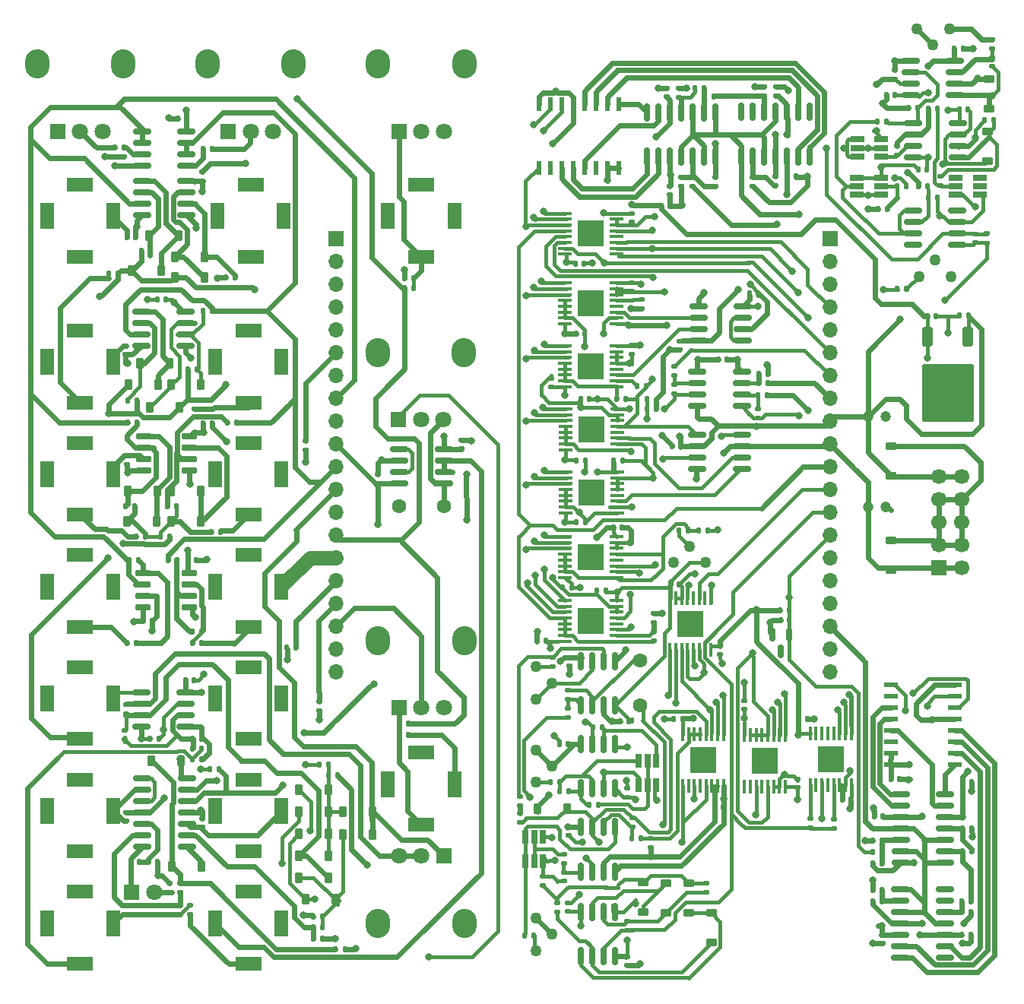
<source format=gbr>
%TF.GenerationSoftware,KiCad,Pcbnew,7.0.10*%
%TF.CreationDate,2024-04-12T22:08:05+02:00*%
%TF.ProjectId,L235-Analog-Processor,4c323335-2d41-46e6-916c-6f672d50726f,rev?*%
%TF.SameCoordinates,Original*%
%TF.FileFunction,Copper,L1,Top*%
%TF.FilePolarity,Positive*%
%FSLAX46Y46*%
G04 Gerber Fmt 4.6, Leading zero omitted, Abs format (unit mm)*
G04 Created by KiCad (PCBNEW 7.0.10) date 2024-04-12 22:08:05*
%MOMM*%
%LPD*%
G01*
G04 APERTURE LIST*
G04 Aperture macros list*
%AMRoundRect*
0 Rectangle with rounded corners*
0 $1 Rounding radius*
0 $2 $3 $4 $5 $6 $7 $8 $9 X,Y pos of 4 corners*
0 Add a 4 corners polygon primitive as box body*
4,1,4,$2,$3,$4,$5,$6,$7,$8,$9,$2,$3,0*
0 Add four circle primitives for the rounded corners*
1,1,$1+$1,$2,$3*
1,1,$1+$1,$4,$5*
1,1,$1+$1,$6,$7*
1,1,$1+$1,$8,$9*
0 Add four rect primitives between the rounded corners*
20,1,$1+$1,$2,$3,$4,$5,0*
20,1,$1+$1,$4,$5,$6,$7,0*
20,1,$1+$1,$6,$7,$8,$9,0*
20,1,$1+$1,$8,$9,$2,$3,0*%
G04 Aperture macros list end*
%TA.AperFunction,ComponentPad*%
%ADD10O,2.720000X3.240000*%
%TD*%
%TA.AperFunction,ComponentPad*%
%ADD11R,1.800000X1.800000*%
%TD*%
%TA.AperFunction,ComponentPad*%
%ADD12C,1.800000*%
%TD*%
%TA.AperFunction,SMDPad,CuDef*%
%ADD13R,0.650000X1.560000*%
%TD*%
%TA.AperFunction,SMDPad,CuDef*%
%ADD14RoundRect,0.135000X-0.185000X0.135000X-0.185000X-0.135000X0.185000X-0.135000X0.185000X0.135000X0*%
%TD*%
%TA.AperFunction,SMDPad,CuDef*%
%ADD15RoundRect,0.135000X0.185000X-0.135000X0.185000X0.135000X-0.185000X0.135000X-0.185000X-0.135000X0*%
%TD*%
%TA.AperFunction,SMDPad,CuDef*%
%ADD16RoundRect,0.140000X-0.170000X0.140000X-0.170000X-0.140000X0.170000X-0.140000X0.170000X0.140000X0*%
%TD*%
%TA.AperFunction,SMDPad,CuDef*%
%ADD17RoundRect,0.150000X0.825000X0.150000X-0.825000X0.150000X-0.825000X-0.150000X0.825000X-0.150000X0*%
%TD*%
%TA.AperFunction,SMDPad,CuDef*%
%ADD18RoundRect,0.140000X0.140000X0.170000X-0.140000X0.170000X-0.140000X-0.170000X0.140000X-0.170000X0*%
%TD*%
%TA.AperFunction,SMDPad,CuDef*%
%ADD19RoundRect,0.135000X-0.135000X-0.185000X0.135000X-0.185000X0.135000X0.185000X-0.135000X0.185000X0*%
%TD*%
%TA.AperFunction,SMDPad,CuDef*%
%ADD20RoundRect,0.140000X-0.140000X-0.170000X0.140000X-0.170000X0.140000X0.170000X-0.140000X0.170000X0*%
%TD*%
%TA.AperFunction,SMDPad,CuDef*%
%ADD21RoundRect,0.100000X0.675000X0.100000X-0.675000X0.100000X-0.675000X-0.100000X0.675000X-0.100000X0*%
%TD*%
%TA.AperFunction,SMDPad,CuDef*%
%ADD22R,3.000000X3.000000*%
%TD*%
%TA.AperFunction,SMDPad,CuDef*%
%ADD23RoundRect,0.225000X0.225000X0.375000X-0.225000X0.375000X-0.225000X-0.375000X0.225000X-0.375000X0*%
%TD*%
%TA.AperFunction,ComponentPad*%
%ADD24C,1.600000*%
%TD*%
%TA.AperFunction,SMDPad,CuDef*%
%ADD25RoundRect,0.150000X-0.725000X-0.150000X0.725000X-0.150000X0.725000X0.150000X-0.725000X0.150000X0*%
%TD*%
%TA.AperFunction,SMDPad,CuDef*%
%ADD26RoundRect,0.100000X0.100000X-0.675000X0.100000X0.675000X-0.100000X0.675000X-0.100000X-0.675000X0*%
%TD*%
%TA.AperFunction,SMDPad,CuDef*%
%ADD27RoundRect,0.150000X0.150000X-0.825000X0.150000X0.825000X-0.150000X0.825000X-0.150000X-0.825000X0*%
%TD*%
%TA.AperFunction,SMDPad,CuDef*%
%ADD28RoundRect,0.225000X-0.375000X0.225000X-0.375000X-0.225000X0.375000X-0.225000X0.375000X0.225000X0*%
%TD*%
%TA.AperFunction,SMDPad,CuDef*%
%ADD29RoundRect,0.135000X0.135000X0.185000X-0.135000X0.185000X-0.135000X-0.185000X0.135000X-0.185000X0*%
%TD*%
%TA.AperFunction,ComponentPad*%
%ADD30R,1.500000X3.000000*%
%TD*%
%TA.AperFunction,ComponentPad*%
%ADD31R,3.000000X1.500000*%
%TD*%
%TA.AperFunction,SMDPad,CuDef*%
%ADD32RoundRect,0.225000X-0.225000X-0.375000X0.225000X-0.375000X0.225000X0.375000X-0.225000X0.375000X0*%
%TD*%
%TA.AperFunction,SMDPad,CuDef*%
%ADD33RoundRect,0.140000X0.170000X-0.140000X0.170000X0.140000X-0.170000X0.140000X-0.170000X-0.140000X0*%
%TD*%
%TA.AperFunction,SMDPad,CuDef*%
%ADD34R,0.600000X1.500000*%
%TD*%
%TA.AperFunction,SMDPad,CuDef*%
%ADD35RoundRect,0.150000X-0.825000X-0.150000X0.825000X-0.150000X0.825000X0.150000X-0.825000X0.150000X0*%
%TD*%
%TA.AperFunction,SMDPad,CuDef*%
%ADD36RoundRect,0.150000X-0.150000X0.587500X-0.150000X-0.587500X0.150000X-0.587500X0.150000X0.587500X0*%
%TD*%
%TA.AperFunction,SMDPad,CuDef*%
%ADD37RoundRect,0.100000X-0.100000X0.675000X-0.100000X-0.675000X0.100000X-0.675000X0.100000X0.675000X0*%
%TD*%
%TA.AperFunction,ComponentPad*%
%ADD38R,1.700000X1.700000*%
%TD*%
%TA.AperFunction,ComponentPad*%
%ADD39O,1.700000X1.700000*%
%TD*%
%TA.AperFunction,SMDPad,CuDef*%
%ADD40RoundRect,0.150000X-0.150000X0.825000X-0.150000X-0.825000X0.150000X-0.825000X0.150000X0.825000X0*%
%TD*%
%TA.AperFunction,SMDPad,CuDef*%
%ADD41R,1.560000X0.650000*%
%TD*%
%TA.AperFunction,SMDPad,CuDef*%
%ADD42RoundRect,0.250000X-0.350000X0.850000X-0.350000X-0.850000X0.350000X-0.850000X0.350000X0.850000X0*%
%TD*%
%TA.AperFunction,SMDPad,CuDef*%
%ADD43RoundRect,0.250000X-1.125000X1.275000X-1.125000X-1.275000X1.125000X-1.275000X1.125000X1.275000X0*%
%TD*%
%TA.AperFunction,SMDPad,CuDef*%
%ADD44RoundRect,0.249997X-2.650003X2.950003X-2.650003X-2.950003X2.650003X-2.950003X2.650003X2.950003X0*%
%TD*%
%TA.AperFunction,SMDPad,CuDef*%
%ADD45RoundRect,0.225000X0.375000X-0.225000X0.375000X0.225000X-0.375000X0.225000X-0.375000X-0.225000X0*%
%TD*%
%TA.AperFunction,SMDPad,CuDef*%
%ADD46R,1.500000X0.600000*%
%TD*%
%TA.AperFunction,ComponentPad*%
%ADD47C,1.200000*%
%TD*%
%TA.AperFunction,ComponentPad*%
%ADD48C,1.260000*%
%TD*%
%TA.AperFunction,ComponentPad*%
%ADD49C,1.700000*%
%TD*%
%TA.AperFunction,ViaPad*%
%ADD50C,0.800000*%
%TD*%
%TA.AperFunction,Conductor*%
%ADD51C,0.600000*%
%TD*%
%TA.AperFunction,Conductor*%
%ADD52C,0.400000*%
%TD*%
%TA.AperFunction,Conductor*%
%ADD53C,1.600000*%
%TD*%
%TA.AperFunction,Conductor*%
%ADD54C,0.250000*%
%TD*%
G04 APERTURE END LIST*
D10*
%TO.P,RV10,*%
%TO.N,*%
X143800000Y-36750000D03*
X153400000Y-36750000D03*
D11*
%TO.P,RV10,1,1*%
%TO.N,Net-(J2-PadT)*%
X146100000Y-44250000D03*
D12*
%TO.P,RV10,2,2*%
%TO.N,Net-(R3-Pad1)*%
X148600000Y-44250000D03*
%TO.P,RV10,3,3*%
%TO.N,GND*%
X151100000Y-44250000D03*
%TD*%
D13*
%TO.P,TR4,1*%
%TO.N,CA3046_B3*%
X191840000Y-117070000D03*
%TO.P,TR4,2*%
%TO.N,Net-(R53-Pad2)*%
X192790000Y-117070000D03*
%TO.P,TR4,3*%
%TO.N,GND*%
X193740000Y-117070000D03*
%TO.P,TR4,4*%
%TO.N,Net-(U10B--)*%
X193740000Y-114370000D03*
%TO.P,TR4,5*%
%TO.N,Net-(R53-Pad2)*%
X192790000Y-114370000D03*
%TO.P,TR4,6*%
%TO.N,Net-(U10A--)*%
X191840000Y-114370000D03*
%TD*%
D14*
%TO.P,R14,1*%
%TO.N,Net-(U4B--)*%
X195790000Y-72450000D03*
%TO.P,R14,2*%
%TO.N,-|B|*%
X195790000Y-73470000D03*
%TD*%
D15*
%TO.P,R42,1*%
%TO.N,Net-(D20-A)*%
X199300000Y-129000000D03*
%TO.P,R42,2*%
%TO.N,Net-(D21-K)*%
X199300000Y-127980000D03*
%TD*%
D16*
%TO.P,C25,1*%
%TO.N,Net-(U37A--)*%
X229350000Y-55690000D03*
%TO.P,C25,2*%
%TO.N,\u221A(A\u00B2+B\u00B2)*%
X229350000Y-56650000D03*
%TD*%
D17*
%TO.P,U6,1*%
%TO.N,Net-(D10-A)*%
X227050000Y-40230000D03*
%TO.P,U6,2,-*%
%TO.N,GND*%
X227050000Y-38960000D03*
%TO.P,U6,3,+*%
%TO.N,Net-(U6A-+)*%
X227050000Y-37690000D03*
%TO.P,U6,4,V-*%
%TO.N,-12V*%
X227050000Y-36420000D03*
%TO.P,U6,5,+*%
%TO.N,Net-(U6B-+)*%
X222100000Y-36420000D03*
%TO.P,U6,6,-*%
%TO.N,Net-(U5B-+)*%
X222100000Y-37690000D03*
%TO.P,U6,7*%
%TO.N,Net-(R28-Pad1)*%
X222100000Y-38960000D03*
%TO.P,U6,8,V+*%
%TO.N,+12V*%
X222100000Y-40230000D03*
%TD*%
D18*
%TO.P,C35,1*%
%TO.N,GND*%
X142280000Y-105350000D03*
%TO.P,C35,2*%
%TO.N,-12V*%
X141320000Y-105350000D03*
%TD*%
D19*
%TO.P,R87,1*%
%TO.N,Net-(J15-PadT)*%
X134830000Y-101250000D03*
%TO.P,R87,2*%
%TO.N,-A*%
X135850000Y-101250000D03*
%TD*%
D20*
%TO.P,C41,1*%
%TO.N,+12V*%
X143310000Y-76810000D03*
%TO.P,C41,2*%
%TO.N,GND*%
X144270000Y-76810000D03*
%TD*%
D21*
%TO.P,U26,1,X4*%
%TO.N,Net-(U26-X0)*%
X189350000Y-72675000D03*
%TO.P,U26,2,X6*%
%TO.N,Net-(U26-X6)*%
X189350000Y-72025000D03*
%TO.P,U26,3,X*%
%TO.N,AD534_Z1*%
X189350000Y-71375000D03*
%TO.P,U26,4,X7*%
%TO.N,unconnected-(U26-X7-Pad4)*%
X189350000Y-70725000D03*
%TO.P,U26,5,X5*%
%TO.N,GND*%
X189350000Y-70075000D03*
%TO.P,U26,6,Inh*%
X189350000Y-69425000D03*
%TO.P,U26,7,VEE*%
X189350000Y-68775000D03*
%TO.P,U26,8,VSS*%
%TO.N,-12V*%
X189350000Y-68125000D03*
%TO.P,U26,9,C*%
%TO.N,A2*%
X183600000Y-68125000D03*
%TO.P,U26,10,B*%
%TO.N,A1*%
X183600000Y-68775000D03*
%TO.P,U26,11,A*%
%TO.N,A0*%
X183600000Y-69425000D03*
%TO.P,U26,12,X3*%
%TO.N,Net-(U26-X0)*%
X183600000Y-70075000D03*
%TO.P,U26,13,X0*%
X183600000Y-70725000D03*
%TO.P,U26,14,X1*%
X183600000Y-71375000D03*
%TO.P,U26,15,X2*%
X183600000Y-72025000D03*
%TO.P,U26,16,VDD*%
%TO.N,+12V*%
X183600000Y-72675000D03*
D22*
%TO.P,U26,17*%
%TO.N,N/C*%
X186475000Y-70400000D03*
%TD*%
D23*
%TO.P,D17,1,K*%
%TO.N,Function Out*%
X162160000Y-122540000D03*
%TO.P,D17,2,A*%
%TO.N,Net-(D16-A)*%
X158860000Y-122540000D03*
%TD*%
D20*
%TO.P,C1,1*%
%TO.N,Net-(U5A--)*%
X230365000Y-43025000D03*
%TO.P,C1,2*%
%TO.N,Net-(D9-A)*%
X231325000Y-43025000D03*
%TD*%
%TO.P,C80,1*%
%TO.N,+12V*%
X204165000Y-62325000D03*
%TO.P,C80,2*%
%TO.N,GND*%
X205125000Y-62325000D03*
%TD*%
D24*
%TO.P,C7,1*%
%TO.N,F1-1{slash}100*%
X191950000Y-108150000D03*
%TO.P,C7,2*%
%TO.N,F1*%
X191950000Y-103150000D03*
%TD*%
D14*
%TO.P,R35,1*%
%TO.N,|B|*%
X142350000Y-74140000D03*
%TO.P,R35,2*%
%TO.N,Net-(J7-PadT)*%
X142350000Y-75160000D03*
%TD*%
D19*
%TO.P,R85,1*%
%TO.N,A*%
X134910000Y-76650000D03*
%TO.P,R85,2*%
%TO.N,Net-(D31-A)*%
X135930000Y-76650000D03*
%TD*%
D20*
%TO.P,C66,1*%
%TO.N,GND*%
X183376000Y-95028000D03*
%TO.P,C66,2*%
%TO.N,+12V*%
X184336000Y-95028000D03*
%TD*%
D25*
%TO.P,U15,1*%
%TO.N,-A*%
X136600000Y-93440000D03*
%TO.P,U15,2,-*%
%TO.N,A*%
X136600000Y-94710000D03*
%TO.P,U15,3,+*%
%TO.N,GND*%
X136600000Y-95980000D03*
%TO.P,U15,4,V-*%
%TO.N,-12V*%
X136600000Y-97250000D03*
%TO.P,U15,5,+*%
%TO.N,GND*%
X141750000Y-97250000D03*
%TO.P,U15,6,-*%
%TO.N,Net-(U15B--)*%
X141750000Y-95980000D03*
%TO.P,U15,7*%
%TO.N,-B*%
X141750000Y-94710000D03*
%TO.P,U15,8,V+*%
%TO.N,+12V*%
X141750000Y-93440000D03*
%TD*%
D26*
%TO.P,U33,1,X4*%
%TO.N,unconnected-(U33-X4-Pad1)*%
X203600000Y-117260000D03*
%TO.P,U33,2,X6*%
%TO.N,unconnected-(U33-X6-Pad2)*%
X204250000Y-117260000D03*
%TO.P,U33,3,X*%
%TO.N,F2*%
X204900000Y-117260000D03*
%TO.P,U33,4,X7*%
%TO.N,unconnected-(U33-X7-Pad4)*%
X205550000Y-117260000D03*
%TO.P,U33,5,X5*%
%TO.N,F1*%
X206200000Y-117260000D03*
%TO.P,U33,6,Inh*%
%TO.N,GND*%
X206850000Y-117260000D03*
%TO.P,U33,7,VEE*%
X207500000Y-117260000D03*
%TO.P,U33,8,VSS*%
%TO.N,-12V*%
X208150000Y-117260000D03*
%TO.P,U33,9,C*%
%TO.N,B2*%
X208150000Y-111510000D03*
%TO.P,U33,10,B*%
%TO.N,B1*%
X207500000Y-111510000D03*
%TO.P,U33,11,A*%
%TO.N,B0*%
X206850000Y-111510000D03*
%TO.P,U33,12,X3*%
%TO.N,F1*%
X206200000Y-111510000D03*
%TO.P,U33,13,X0*%
X205550000Y-111510000D03*
%TO.P,U33,14,X1*%
X204900000Y-111510000D03*
%TO.P,U33,15,X2*%
X204250000Y-111510000D03*
%TO.P,U33,16,VDD*%
%TO.N,+12V*%
X203600000Y-111510000D03*
D22*
%TO.P,U33,17*%
%TO.N,N/C*%
X205875000Y-114385000D03*
%TD*%
D20*
%TO.P,C50,1*%
%TO.N,GND*%
X187186000Y-95434400D03*
%TO.P,C50,2*%
%TO.N,-12V*%
X188146000Y-95434400D03*
%TD*%
D27*
%TO.P,U9,1*%
%TO.N,Net-(C5-Pad2)*%
X185385000Y-126700000D03*
%TO.P,U9,2,-*%
%TO.N,Net-(U9A--)*%
X186655000Y-126700000D03*
%TO.P,U9,3,+*%
%TO.N,GND*%
X187925000Y-126700000D03*
%TO.P,U9,4,V-*%
%TO.N,-12V*%
X189195000Y-126700000D03*
%TO.P,U9,5,+*%
%TO.N,Net-(U9B-+)*%
X189195000Y-121750000D03*
%TO.P,U9,6,-*%
%TO.N,Net-(U9B--)*%
X187925000Y-121750000D03*
%TO.P,U9,7*%
%TO.N,X\u00B2*%
X186655000Y-121750000D03*
%TO.P,U9,8,V+*%
%TO.N,+12V*%
X185385000Y-121750000D03*
%TD*%
D19*
%TO.P,R21,1*%
%TO.N,|A|*%
X220600000Y-61830000D03*
%TO.P,R21,2*%
%TO.N,Net-(R21-Pad2)*%
X221620000Y-61830000D03*
%TD*%
D28*
%TO.P,D21,1,K*%
%TO.N,Net-(D21-K)*%
X192328800Y-127942800D03*
%TO.P,D21,2,A*%
%TO.N,Net-(D20-K)*%
X192328800Y-131242800D03*
%TD*%
D21*
%TO.P,U28,1,X4*%
%TO.N,GND*%
X189407561Y-86750000D03*
%TO.P,U28,2,X6*%
%TO.N,A*%
X189407561Y-86100000D03*
%TO.P,U28,3,X*%
%TO.N,AD534_Y1*%
X189407561Y-85450000D03*
%TO.P,U28,4,X7*%
%TO.N,unconnected-(U28-X7-Pad4)*%
X189407561Y-84800000D03*
%TO.P,U28,5,X5*%
%TO.N,GND*%
X189407561Y-84150000D03*
%TO.P,U28,6,Inh*%
X189407561Y-83500000D03*
%TO.P,U28,7,VEE*%
X189407561Y-82850000D03*
%TO.P,U28,8,VSS*%
%TO.N,-12V*%
X189407561Y-82200000D03*
%TO.P,U28,9,C*%
%TO.N,A2*%
X183657561Y-82200000D03*
%TO.P,U28,10,B*%
%TO.N,A1*%
X183657561Y-82850000D03*
%TO.P,U28,11,A*%
%TO.N,A0*%
X183657561Y-83500000D03*
%TO.P,U28,12,X3*%
%TO.N,GND*%
X183657561Y-84150000D03*
%TO.P,U28,13,X0*%
X183657561Y-84800000D03*
%TO.P,U28,14,X1*%
X183657561Y-85450000D03*
%TO.P,U28,15,X2*%
X183657561Y-86100000D03*
%TO.P,U28,16,VDD*%
%TO.N,+12V*%
X183657561Y-86750000D03*
D22*
%TO.P,U28,17*%
%TO.N,N/C*%
X186532561Y-84475000D03*
%TD*%
D29*
%TO.P,R72,1*%
%TO.N,GND*%
X158244000Y-115978000D03*
%TO.P,R72,2*%
%TO.N,Net-(D11-K)*%
X157224000Y-115978000D03*
%TD*%
D20*
%TO.P,C6,1*%
%TO.N,Net-(U10A--)*%
X183020000Y-117750000D03*
%TO.P,C6,2*%
%TO.N,Net-(C6-Pad2)*%
X183980000Y-117750000D03*
%TD*%
D18*
%TO.P,C69,1*%
%TO.N,GND*%
X185850000Y-87780000D03*
%TO.P,C69,2*%
%TO.N,+12V*%
X184890000Y-87780000D03*
%TD*%
D27*
%TO.P,U10,1*%
%TO.N,Net-(C6-Pad2)*%
X185385000Y-117450000D03*
%TO.P,U10,2,-*%
%TO.N,Net-(U10A--)*%
X186655000Y-117450000D03*
%TO.P,U10,3,+*%
%TO.N,CA3046_B3*%
X187925000Y-117450000D03*
%TO.P,U10,4,V-*%
%TO.N,-12V*%
X189195000Y-117450000D03*
%TO.P,U10,5,+*%
%TO.N,GND*%
X189195000Y-112500000D03*
%TO.P,U10,6,-*%
%TO.N,Net-(U10B--)*%
X187925000Y-112500000D03*
%TO.P,U10,7*%
%TO.N,\u221A|x| or X\u00B2*%
X186655000Y-112500000D03*
%TO.P,U10,8,V+*%
%TO.N,+12V*%
X185385000Y-112500000D03*
%TD*%
D29*
%TO.P,R88,1*%
%TO.N,|A|*%
X133770000Y-60130000D03*
%TO.P,R88,2*%
%TO.N,Net-(J16-PadT)*%
X132750000Y-60130000D03*
%TD*%
D28*
%TO.P,D10,1,K*%
%TO.N,GND*%
X230850000Y-38400000D03*
%TO.P,D10,2,A*%
%TO.N,Net-(D10-A)*%
X230850000Y-41700000D03*
%TD*%
D30*
%TO.P,J11,G*%
%TO.N,GND*%
X152050000Y-94950000D03*
D31*
%TO.P,J11,S*%
%TO.N,unconnected-(J11-PadS)*%
X148350000Y-91450000D03*
%TO.P,J11,T*%
%TO.N,Net-(J11-PadT)*%
X148350000Y-99450000D03*
D30*
%TO.P,J11,TN*%
%TO.N,unconnected-(J11-PadTN)*%
X144650000Y-94950000D03*
%TD*%
%TO.P,J4,G*%
%TO.N,GND*%
X152050000Y-119950000D03*
D31*
%TO.P,J4,S*%
%TO.N,unconnected-(J4-PadS)*%
X148350000Y-116450000D03*
%TO.P,J4,T*%
%TO.N,Net-(J4-PadT)*%
X148350000Y-124450000D03*
D30*
%TO.P,J4,TN*%
%TO.N,unconnected-(J4-PadTN)*%
X144650000Y-119950000D03*
%TD*%
D14*
%TO.P,R24,1*%
%TO.N,Net-(U5B--)*%
X220600000Y-45880000D03*
%TO.P,R24,2*%
%TO.N,Net-(R24-Pad2)*%
X220600000Y-46900000D03*
%TD*%
D19*
%TO.P,R76,1*%
%TO.N,Net-(D19-K)*%
X158060000Y-135330000D03*
%TO.P,R76,2*%
%TO.N,-12V*%
X159080000Y-135330000D03*
%TD*%
%TO.P,R26,1*%
%TO.N,-12V*%
X222950000Y-50350000D03*
%TO.P,R26,2*%
%TO.N,Net-(U37B--)*%
X223970000Y-50350000D03*
%TD*%
D18*
%TO.P,C48,1*%
%TO.N,GND*%
X195300000Y-52550000D03*
%TO.P,C48,2*%
%TO.N,+5V*%
X194340000Y-52550000D03*
%TD*%
D29*
%TO.P,R5,1*%
%TO.N,Net-(D6-A)*%
X137410000Y-57525000D03*
%TO.P,R5,2*%
%TO.N,|A|*%
X136390000Y-57525000D03*
%TD*%
D19*
%TO.P,R106,1*%
%TO.N,Net-(U30A-+)*%
X227795000Y-130030000D03*
%TO.P,R106,2*%
%TO.N,Net-(U29D-+)*%
X228815000Y-130030000D03*
%TD*%
%TO.P,R92,1*%
%TO.N,Net-(J8-PadT)*%
X152640000Y-101725000D03*
%TO.P,R92,2*%
%TO.N,A - B*%
X153660000Y-101725000D03*
%TD*%
D30*
%TO.P,J2,G*%
%TO.N,GND*%
X152300000Y-53700000D03*
D31*
%TO.P,J2,S*%
%TO.N,unconnected-(J2-PadS)*%
X148600000Y-50200000D03*
%TO.P,J2,T*%
%TO.N,Net-(J2-PadT)*%
X148600000Y-58200000D03*
D30*
%TO.P,J2,TN*%
%TO.N,10V REF*%
X144900000Y-53700000D03*
%TD*%
D19*
%TO.P,R37,1*%
%TO.N,B|*%
X144240000Y-88860000D03*
%TO.P,R37,2*%
%TO.N,Net-(J9-PadT)*%
X145260000Y-88860000D03*
%TD*%
D30*
%TO.P,J12,G*%
%TO.N,GND*%
X171300000Y-53700000D03*
D31*
%TO.P,J12,S*%
%TO.N,unconnected-(J12-PadS)*%
X167600000Y-50200000D03*
%TO.P,J12,T*%
%TO.N,Net-(J12-PadT)*%
X167600000Y-58200000D03*
D30*
%TO.P,J12,TN*%
%TO.N,unconnected-(J12-PadTN)*%
X163900000Y-53700000D03*
%TD*%
D32*
%TO.P,D8,1,K*%
%TO.N,|A|*%
X140125000Y-60500000D03*
%TO.P,D8,2,A*%
%TO.N,Net-(D7-K)*%
X143425000Y-60500000D03*
%TD*%
D16*
%TO.P,C28,1*%
%TO.N,+12V*%
X183980400Y-121698000D03*
%TO.P,C28,2*%
%TO.N,GND*%
X183980400Y-122658000D03*
%TD*%
D20*
%TO.P,C4,1*%
%TO.N,+12V*%
X141600000Y-92000000D03*
%TO.P,C4,2*%
%TO.N,GND*%
X142560000Y-92000000D03*
%TD*%
%TO.P,C43,1*%
%TO.N,GND*%
X207637500Y-98675000D03*
%TO.P,C43,2*%
%TO.N,10V REF*%
X208597500Y-98675000D03*
%TD*%
D33*
%TO.P,C54,1*%
%TO.N,GND*%
X191041600Y-54337200D03*
%TO.P,C54,2*%
%TO.N,-12V*%
X191041600Y-53377200D03*
%TD*%
D29*
%TO.P,R3,1*%
%TO.N,Net-(R3-Pad1)*%
X144277500Y-46227501D03*
%TO.P,R3,2*%
%TO.N,Net-(U1B-+)*%
X143257500Y-46227501D03*
%TD*%
%TO.P,R23,1*%
%TO.N,Net-(R22-Pad2)*%
X225111974Y-41685000D03*
%TO.P,R23,2*%
%TO.N,Net-(U5B--)*%
X224091974Y-41685000D03*
%TD*%
D14*
%TO.P,R59,1*%
%TO.N,GND*%
X141859000Y-130429000D03*
%TO.P,R59,2*%
%TO.N,<X>*%
X141859000Y-131449000D03*
%TD*%
D16*
%TO.P,C71,1*%
%TO.N,GND*%
X203600000Y-107690000D03*
%TO.P,C71,2*%
%TO.N,+12V*%
X203600000Y-108650000D03*
%TD*%
D19*
%TO.P,R75,1*%
%TO.N,GND*%
X155573000Y-131699000D03*
%TO.P,R75,2*%
%TO.N,Net-(D16-A)*%
X156593000Y-131699000D03*
%TD*%
D14*
%TO.P,R49,1*%
%TO.N,Net-(R49-Pad1)*%
X178562000Y-120241600D03*
%TO.P,R49,2*%
%TO.N,X\u00B2*%
X178562000Y-121261600D03*
%TD*%
D16*
%TO.P,C9,1*%
%TO.N,Net-(U13B--)*%
X139573000Y-130485000D03*
%TO.P,C9,2*%
%TO.N,GND*%
X139573000Y-131445000D03*
%TD*%
%TO.P,C58,1*%
%TO.N,GND*%
X209490000Y-116390000D03*
%TO.P,C58,2*%
%TO.N,-12V*%
X209490000Y-117350000D03*
%TD*%
D29*
%TO.P,R63,1*%
%TO.N,Sine*%
X192695000Y-74050000D03*
%TO.P,R63,2*%
%TO.N,AD534_OUT*%
X191675000Y-74050000D03*
%TD*%
%TO.P,R108,1*%
%TO.N,Net-(U30D-+)*%
X218920000Y-130020000D03*
%TO.P,R108,2*%
%TO.N,Net-(U30C-+)*%
X217900000Y-130020000D03*
%TD*%
D33*
%TO.P,C27,1*%
%TO.N,GND*%
X190500000Y-137160000D03*
%TO.P,C27,2*%
%TO.N,-12V*%
X190500000Y-136200000D03*
%TD*%
D30*
%TO.P,J17,G*%
%TO.N,GND*%
X133300000Y-82450000D03*
D31*
%TO.P,J17,S*%
%TO.N,unconnected-(J17-PadS)*%
X129600000Y-78950000D03*
%TO.P,J17,T*%
%TO.N,Net-(J17-PadT)*%
X129600000Y-86950000D03*
D30*
%TO.P,J17,TN*%
%TO.N,unconnected-(J17-PadTN)*%
X125900000Y-82450000D03*
%TD*%
D10*
%TO.P,RV9,*%
%TO.N,*%
X124800000Y-36750000D03*
X134400000Y-36750000D03*
D11*
%TO.P,RV9,1,1*%
%TO.N,Net-(J1-PadT)*%
X127100000Y-44250000D03*
D12*
%TO.P,RV9,2,2*%
%TO.N,Net-(R1-Pad1)*%
X129600000Y-44250000D03*
%TO.P,RV9,3,3*%
%TO.N,GND*%
X132100000Y-44250000D03*
%TD*%
D18*
%TO.P,C75,1*%
%TO.N,GND*%
X228860000Y-116725000D03*
%TO.P,C75,2*%
%TO.N,-12V*%
X227900000Y-116725000D03*
%TD*%
D26*
%TO.P,U32,1,X4*%
%TO.N,Net-(U32-X4)*%
X210922500Y-117060000D03*
%TO.P,U32,2,X6*%
%TO.N,unconnected-(U32-X6-Pad2)*%
X211572500Y-117060000D03*
%TO.P,U32,3,X*%
%TO.N,F1-1{slash}100*%
X212222500Y-117060000D03*
%TO.P,U32,4,X7*%
%TO.N,unconnected-(U32-X7-Pad4)*%
X212872500Y-117060000D03*
%TO.P,U32,5,X5*%
%TO.N,Net-(U32-X5)*%
X213522500Y-117060000D03*
%TO.P,U32,6,Inh*%
%TO.N,GND*%
X214172500Y-117060000D03*
%TO.P,U32,7,VEE*%
X214822500Y-117060000D03*
%TO.P,U32,8,VSS*%
%TO.N,-12V*%
X215472500Y-117060000D03*
%TO.P,U32,9,C*%
%TO.N,B2*%
X215472500Y-111310000D03*
%TO.P,U32,10,B*%
%TO.N,B1*%
X214822500Y-111310000D03*
%TO.P,U32,11,A*%
%TO.N,B0*%
X214172500Y-111310000D03*
%TO.P,U32,12,X3*%
%TO.N,unconnected-(U32-X3-Pad12)*%
X213522500Y-111310000D03*
%TO.P,U32,13,X0*%
%TO.N,unconnected-(U32-X0-Pad13)*%
X212872500Y-111310000D03*
%TO.P,U32,14,X1*%
%TO.N,unconnected-(U32-X1-Pad14)*%
X212222500Y-111310000D03*
%TO.P,U32,15,X2*%
%TO.N,unconnected-(U32-X2-Pad15)*%
X211572500Y-111310000D03*
%TO.P,U32,16,VDD*%
%TO.N,+12V*%
X210922500Y-111310000D03*
D22*
%TO.P,U32,17*%
%TO.N,N/C*%
X213197500Y-114185000D03*
%TD*%
D20*
%TO.P,C76,1*%
%TO.N,+12V*%
X227815000Y-133750000D03*
%TO.P,C76,2*%
%TO.N,GND*%
X228775000Y-133750000D03*
%TD*%
D16*
%TO.P,C24,1*%
%TO.N,GND*%
X162790000Y-82480000D03*
%TO.P,C24,2*%
%TO.N,-12V*%
X162790000Y-83440000D03*
%TD*%
D30*
%TO.P,J7,G*%
%TO.N,GND*%
X152050000Y-69950000D03*
D31*
%TO.P,J7,S*%
%TO.N,unconnected-(J7-PadS)*%
X148350000Y-66450000D03*
%TO.P,J7,T*%
%TO.N,Net-(J7-PadT)*%
X148350000Y-74450000D03*
D30*
%TO.P,J7,TN*%
%TO.N,unconnected-(J7-PadTN)*%
X144650000Y-69950000D03*
%TD*%
D34*
%TO.P,U19,1,4*%
%TO.N,Net-(U19-4)*%
X189572500Y-41185000D03*
%TO.P,U19,2,5*%
%TO.N,Net-(U19-5)*%
X188302500Y-41185000D03*
%TO.P,U19,3,6*%
%TO.N,Net-(U19-6)*%
X187032500Y-41185000D03*
%TO.P,U19,4,7*%
%TO.N,Net-(U19-7)*%
X185762500Y-41185000D03*
%TO.P,U19,5,EI*%
%TO.N,GND*%
X184492500Y-41185000D03*
%TO.P,U19,6,A2*%
%TO.N,A2*%
X183222500Y-41185000D03*
%TO.P,U19,7,A1*%
%TO.N,A1*%
X181952500Y-41185000D03*
%TO.P,U19,8,GND*%
%TO.N,GND*%
X180682500Y-41185000D03*
%TO.P,U19,9,A0*%
%TO.N,A0*%
X180682500Y-48285000D03*
%TO.P,U19,10,0*%
%TO.N,unconnected-(U19-0-Pad10)*%
X181952500Y-48285000D03*
%TO.P,U19,11,1*%
%TO.N,Net-(U19-1)*%
X183222500Y-48285000D03*
%TO.P,U19,12,2*%
%TO.N,Net-(U19-2)*%
X184492500Y-48285000D03*
%TO.P,U19,13,3*%
%TO.N,Net-(U19-3)*%
X185762500Y-48285000D03*
%TO.P,U19,14,GS*%
%TO.N,unconnected-(U19-GS-Pad14)*%
X187032500Y-48285000D03*
%TO.P,U19,15,E0*%
%TO.N,+5V*%
X188302500Y-48285000D03*
%TO.P,U19,16,VCC*%
X189572500Y-48285000D03*
%TD*%
D13*
%TO.P,TR3,1*%
%TO.N,GND*%
X181125000Y-122850000D03*
%TO.P,TR3,2*%
%TO.N,Net-(R44-Pad2)*%
X180175000Y-122850000D03*
%TO.P,TR3,3*%
%TO.N,Net-(U9B-+)*%
X179225000Y-122850000D03*
%TO.P,TR3,4*%
X179225000Y-125550000D03*
%TO.P,TR3,5*%
%TO.N,Net-(R44-Pad2)*%
X180175000Y-125550000D03*
%TO.P,TR3,6*%
%TO.N,Net-(U9A--)*%
X181125000Y-125550000D03*
%TD*%
D21*
%TO.P,U24,1,X4*%
%TO.N,A*%
X189400000Y-79725000D03*
%TO.P,U24,2,X6*%
%TO.N,GND*%
X189400000Y-79075000D03*
%TO.P,U24,3,X*%
%TO.N,AD534_Y2*%
X189400000Y-78425000D03*
%TO.P,U24,4,X7*%
%TO.N,unconnected-(U24-X7-Pad4)*%
X189400000Y-77775000D03*
%TO.P,U24,5,X5*%
%TO.N,AD534_OUT*%
X189400000Y-77125000D03*
%TO.P,U24,6,Inh*%
%TO.N,GND*%
X189400000Y-76475000D03*
%TO.P,U24,7,VEE*%
X189400000Y-75825000D03*
%TO.P,U24,8,VSS*%
%TO.N,-12V*%
X189400000Y-75175000D03*
%TO.P,U24,9,C*%
%TO.N,A2*%
X183650000Y-75175000D03*
%TO.P,U24,10,B*%
%TO.N,A1*%
X183650000Y-75825000D03*
%TO.P,U24,11,A*%
%TO.N,A0*%
X183650000Y-76475000D03*
%TO.P,U24,12,X3*%
%TO.N,A*%
X183650000Y-77125000D03*
%TO.P,U24,13,X0*%
X183650000Y-77775000D03*
%TO.P,U24,14,X1*%
X183650000Y-78425000D03*
%TO.P,U24,15,X2*%
X183650000Y-79075000D03*
%TO.P,U24,16,VDD*%
%TO.N,+12V*%
X183650000Y-79725000D03*
D22*
%TO.P,U24,17*%
%TO.N,N/C*%
X186525000Y-77450000D03*
%TD*%
D28*
%TO.P,D20,1,K*%
%TO.N,Net-(D20-K)*%
X194868800Y-127968200D03*
%TO.P,D20,2,A*%
%TO.N,Net-(D20-A)*%
X194868800Y-131268200D03*
%TD*%
D33*
%TO.P,C37,1*%
%TO.N,GND*%
X143170000Y-121770000D03*
%TO.P,C37,2*%
%TO.N,-12V*%
X143170000Y-120810000D03*
%TD*%
D18*
%TO.P,C52,1*%
%TO.N,GND*%
X185860000Y-80900000D03*
%TO.P,C52,2*%
%TO.N,+12V*%
X184900000Y-80900000D03*
%TD*%
D20*
%TO.P,C16,1*%
%TO.N,GND*%
X134820000Y-56050000D03*
%TO.P,C16,2*%
%TO.N,-12V*%
X135780000Y-56050000D03*
%TD*%
D15*
%TO.P,R101,1*%
%TO.N,Net-(U23-X6)*%
X193500000Y-98950000D03*
%TO.P,R101,2*%
%TO.N,GND*%
X193500000Y-97930000D03*
%TD*%
D18*
%TO.P,C22,1*%
%TO.N,GND*%
X227920000Y-35030000D03*
%TO.P,C22,2*%
%TO.N,-12V*%
X226960000Y-35030000D03*
%TD*%
D20*
%TO.P,C60,1*%
%TO.N,GND*%
X195725000Y-109700000D03*
%TO.P,C60,2*%
%TO.N,+12V*%
X196685000Y-109700000D03*
%TD*%
D16*
%TO.P,C14,1*%
%TO.N,GND*%
X134680000Y-68140000D03*
%TO.P,C14,2*%
%TO.N,-12V*%
X134680000Y-69100000D03*
%TD*%
D33*
%TO.P,C77,1*%
%TO.N,GND*%
X218950000Y-134710000D03*
%TO.P,C77,2*%
%TO.N,-12V*%
X218950000Y-133750000D03*
%TD*%
D29*
%TO.P,R107,1*%
%TO.N,Net-(U30C-+)*%
X228835000Y-131180000D03*
%TO.P,R107,2*%
%TO.N,Net-(U30A-+)*%
X227815000Y-131180000D03*
%TD*%
D35*
%TO.P,U29,1*%
%TO.N,Net-(U31-2)*%
X220975000Y-118095000D03*
%TO.P,U29,2*%
%TO.N,Net-(U31-1)*%
X220975000Y-119365000D03*
%TO.P,U29,3,V+*%
%TO.N,+12V*%
X220975000Y-120635000D03*
%TO.P,U29,4,-*%
%TO.N,CV_FUNCTION*%
X220975000Y-121905000D03*
%TO.P,U29,5,+*%
%TO.N,Net-(U29A-+)*%
X220975000Y-123175000D03*
%TO.P,U29,6,-*%
%TO.N,CV_FUNCTION*%
X220975000Y-124445000D03*
%TO.P,U29,7,+*%
%TO.N,Net-(U29B-+)*%
X220975000Y-125715000D03*
%TO.P,U29,8,-*%
%TO.N,CV_FUNCTION*%
X225925000Y-125715000D03*
%TO.P,U29,9,+*%
%TO.N,Net-(U29D-+)*%
X225925000Y-124445000D03*
%TO.P,U29,10,-*%
%TO.N,CV_FUNCTION*%
X225925000Y-123175000D03*
%TO.P,U29,11,+*%
%TO.N,Net-(U29C-+)*%
X225925000Y-121905000D03*
%TO.P,U29,12,V-*%
%TO.N,-12V*%
X225925000Y-120635000D03*
%TO.P,U29,13*%
%TO.N,Net-(U31-3)*%
X225925000Y-119365000D03*
%TO.P,U29,14*%
%TO.N,Net-(U31-4)*%
X225925000Y-118095000D03*
%TD*%
D14*
%TO.P,R22,1*%
%TO.N,Net-(D9-A)*%
X225450000Y-49290000D03*
%TO.P,R22,2*%
%TO.N,Net-(R22-Pad2)*%
X225450000Y-50310000D03*
%TD*%
D29*
%TO.P,R94,1*%
%TO.N,Net-(U21A-+)*%
X200152500Y-40360000D03*
%TO.P,R94,2*%
%TO.N,Net-(U20D-+)*%
X199132500Y-40360000D03*
%TD*%
D30*
%TO.P,J13,G*%
%TO.N,GND*%
X171300000Y-116950000D03*
D31*
%TO.P,J13,S*%
%TO.N,unconnected-(J13-PadS)*%
X167600000Y-113450000D03*
%TO.P,J13,T*%
%TO.N,Net-(J13-PadT)*%
X167600000Y-121450000D03*
D30*
%TO.P,J13,TN*%
%TO.N,unconnected-(J13-PadTN)*%
X163900000Y-116950000D03*
%TD*%
D19*
%TO.P,R1,1*%
%TO.N,Net-(R1-Pad1)*%
X133477500Y-46050000D03*
%TO.P,R1,2*%
%TO.N,Net-(U1A-+)*%
X134497500Y-46050000D03*
%TD*%
D16*
%TO.P,C36,1*%
%TO.N,+12V*%
X134770000Y-120120000D03*
%TO.P,C36,2*%
%TO.N,GND*%
X134770000Y-121080000D03*
%TD*%
D36*
%TO.P,U18,1,K*%
%TO.N,10V REF*%
X208600000Y-100300000D03*
%TO.P,U18,2,A*%
%TO.N,GND*%
X206700000Y-100300000D03*
%TO.P,U18,3*%
%TO.N,N/C*%
X207650000Y-102175000D03*
%TD*%
D19*
%TO.P,R105,1*%
%TO.N,Net-(U29D-+)*%
X227905000Y-124405000D03*
%TO.P,R105,2*%
%TO.N,Net-(U29C-+)*%
X228925000Y-124405000D03*
%TD*%
D20*
%TO.P,C8,1*%
%TO.N,Net-(U12A--)*%
X142140000Y-111900000D03*
%TO.P,C8,2*%
%TO.N,Net-(C8-Pad2)*%
X143100000Y-111900000D03*
%TD*%
D18*
%TO.P,C46,1*%
%TO.N,GND*%
X209335000Y-49300000D03*
%TO.P,C46,2*%
%TO.N,-12V*%
X208375000Y-49300000D03*
%TD*%
D29*
%TO.P,R20,1*%
%TO.N,B*%
X144272000Y-64262000D03*
%TO.P,R20,2*%
%TO.N,Net-(D4-A)*%
X143252000Y-64262000D03*
%TD*%
D20*
%TO.P,C64,1*%
%TO.N,GND*%
X180554000Y-100997000D03*
%TO.P,C64,2*%
%TO.N,+12V*%
X181514000Y-100997000D03*
%TD*%
D17*
%TO.P,U30,1*%
%TO.N,unconnected-(U30-Pad1)*%
X225900000Y-136270000D03*
%TO.P,U30,2*%
%TO.N,Net-(U31-5)*%
X225900000Y-135000000D03*
%TO.P,U30,3,V+*%
%TO.N,+12V*%
X225900000Y-133730000D03*
%TO.P,U30,4,-*%
%TO.N,CV_FUNCTION*%
X225900000Y-132460000D03*
%TO.P,U30,5,+*%
%TO.N,Net-(U30A-+)*%
X225900000Y-131190000D03*
%TO.P,U30,6,-*%
%TO.N,unconnected-(U30B---Pad6)*%
X225900000Y-129920000D03*
%TO.P,U30,7,+*%
%TO.N,unconnected-(U30B-+-Pad7)*%
X225900000Y-128650000D03*
%TO.P,U30,8,-*%
%TO.N,CV_FUNCTION*%
X220950000Y-128650000D03*
%TO.P,U30,9,+*%
%TO.N,Net-(U30D-+)*%
X220950000Y-129920000D03*
%TO.P,U30,10,-*%
%TO.N,CV_FUNCTION*%
X220950000Y-131190000D03*
%TO.P,U30,11,+*%
%TO.N,Net-(U30C-+)*%
X220950000Y-132460000D03*
%TO.P,U30,12,V-*%
%TO.N,-12V*%
X220950000Y-133730000D03*
%TO.P,U30,13*%
%TO.N,Net-(U31-6)*%
X220950000Y-135000000D03*
%TO.P,U30,14*%
%TO.N,Net-(U31-7)*%
X220950000Y-136270000D03*
%TD*%
D14*
%TO.P,R13,1*%
%TO.N,|B|*%
X195790000Y-70450000D03*
%TO.P,R13,2*%
%TO.N,Net-(U4B--)*%
X195790000Y-71470000D03*
%TD*%
D19*
%TO.P,R84,1*%
%TO.N,A*%
X135058000Y-91980000D03*
%TO.P,R84,2*%
%TO.N,-A*%
X136078000Y-91980000D03*
%TD*%
%TO.P,R54,1*%
%TO.N,\u221A|x| or X\u00B2*%
X186720000Y-110640000D03*
%TO.P,R54,2*%
%TO.N,Net-(U10B--)*%
X187740000Y-110640000D03*
%TD*%
D23*
%TO.P,D31,1,K*%
%TO.N,Net-(D31-K)*%
X138190000Y-84290000D03*
%TO.P,D31,2,A*%
%TO.N,Net-(D31-A)*%
X134890000Y-84290000D03*
%TD*%
D30*
%TO.P,J8,G*%
%TO.N,GND*%
X152050000Y-107450000D03*
D31*
%TO.P,J8,S*%
%TO.N,unconnected-(J8-PadS)*%
X148350000Y-103950000D03*
%TO.P,J8,T*%
%TO.N,Net-(J8-PadT)*%
X148350000Y-111950000D03*
D30*
%TO.P,J8,TN*%
%TO.N,unconnected-(J8-PadTN)*%
X144650000Y-107450000D03*
%TD*%
D10*
%TO.P,RV11,*%
%TO.N,*%
X162800000Y-36750000D03*
X172400000Y-36750000D03*
D11*
%TO.P,RV11,1,1*%
%TO.N,Net-(J12-PadT)*%
X165100000Y-44250000D03*
D12*
%TO.P,RV11,2,2*%
%TO.N,CV_SELECT*%
X167600000Y-44250000D03*
%TO.P,RV11,3,3*%
%TO.N,GND*%
X170100000Y-44250000D03*
%TD*%
D29*
%TO.P,R90,1*%
%TO.N,Net-(U20D-+)*%
X199110000Y-39400000D03*
%TO.P,R90,2*%
%TO.N,Net-(U20C-+)*%
X198090000Y-39400000D03*
%TD*%
D16*
%TO.P,C67,1*%
%TO.N,GND*%
X182030000Y-71740000D03*
%TO.P,C67,2*%
%TO.N,+12V*%
X182030000Y-72700000D03*
%TD*%
D21*
%TO.P,U23,1,X4*%
%TO.N,B*%
X189325000Y-101050000D03*
%TO.P,U23,2,X6*%
%TO.N,Net-(U23-X6)*%
X189325000Y-100400000D03*
%TO.P,U23,3,X*%
%TO.N,AD534_X2*%
X189325000Y-99750000D03*
%TO.P,U23,4,X7*%
%TO.N,unconnected-(U23-X7-Pad4)*%
X189325000Y-99100000D03*
%TO.P,U23,5,X5*%
%TO.N,-|B|*%
X189325000Y-98450000D03*
%TO.P,U23,6,Inh*%
%TO.N,GND*%
X189325000Y-97800000D03*
%TO.P,U23,7,VEE*%
X189325000Y-97150000D03*
%TO.P,U23,8,VSS*%
%TO.N,-12V*%
X189325000Y-96500000D03*
%TO.P,U23,9,C*%
%TO.N,A2*%
X183575000Y-96500000D03*
%TO.P,U23,10,B*%
%TO.N,A1*%
X183575000Y-97150000D03*
%TO.P,U23,11,A*%
%TO.N,A0*%
X183575000Y-97800000D03*
%TO.P,U23,12,X3*%
%TO.N,B*%
X183575000Y-98450000D03*
%TO.P,U23,13,X0*%
X183575000Y-99100000D03*
%TO.P,U23,14,X1*%
X183575000Y-99750000D03*
%TO.P,U23,15,X2*%
X183575000Y-100400000D03*
%TO.P,U23,16,VDD*%
%TO.N,+12V*%
X183575000Y-101050000D03*
D22*
%TO.P,U23,17*%
%TO.N,N/C*%
X186450000Y-98775000D03*
%TD*%
D19*
%TO.P,R79,1*%
%TO.N,Net-(U13B-+)*%
X137160000Y-125603000D03*
%TO.P,R79,2*%
%TO.N,GND*%
X138180000Y-125603000D03*
%TD*%
D23*
%TO.P,D11,1,K*%
%TO.N,Net-(D11-K)*%
X157240000Y-122530000D03*
%TO.P,D11,2,A*%
%TO.N,X*%
X153940000Y-122530000D03*
%TD*%
D35*
%TO.P,U7,1*%
%TO.N,Net-(U7A-+)*%
X165175000Y-79645000D03*
%TO.P,U7,2,-*%
%TO.N,GND*%
X165175000Y-80915000D03*
%TO.P,U7,3,+*%
%TO.N,Net-(U7A-+)*%
X165175000Y-82185000D03*
%TO.P,U7,4,V-*%
%TO.N,-12V*%
X165175000Y-83455000D03*
%TO.P,U7,5,+*%
%TO.N,Net-(U7B-+)*%
X170125000Y-83455000D03*
%TO.P,U7,6,-*%
%TO.N,Net-(U7B--)*%
X170125000Y-82185000D03*
%TO.P,U7,7*%
X170125000Y-80915000D03*
%TO.P,U7,8,V+*%
%TO.N,+12V*%
X170125000Y-79645000D03*
%TD*%
D33*
%TO.P,C63,1*%
%TO.N,GND*%
X191020000Y-62060000D03*
%TO.P,C63,2*%
%TO.N,-12V*%
X191020000Y-61100000D03*
%TD*%
D23*
%TO.P,D1,1,K*%
%TO.N,Net-(D1-K)*%
X139600000Y-70080000D03*
%TO.P,D1,2,A*%
%TO.N,Net-(D1-A)*%
X136300000Y-70080000D03*
%TD*%
D14*
%TO.P,R27,1*%
%TO.N,Net-(U37A--)*%
X230600000Y-55650000D03*
%TO.P,R27,2*%
%TO.N,\u221A(A\u00B2+B\u00B2)*%
X230600000Y-56670000D03*
%TD*%
D18*
%TO.P,C21,1*%
%TO.N,+12V*%
X220350000Y-40240000D03*
%TO.P,C21,2*%
%TO.N,GND*%
X219390000Y-40240000D03*
%TD*%
D30*
%TO.P,J5,G*%
%TO.N,GND*%
X133300000Y-132450000D03*
D31*
%TO.P,J5,S*%
%TO.N,unconnected-(J5-PadS)*%
X129600000Y-128950000D03*
%TO.P,J5,T*%
%TO.N,Net-(J5-PadT)*%
X129600000Y-136950000D03*
D30*
%TO.P,J5,TN*%
%TO.N,unconnected-(J5-PadTN)*%
X125900000Y-132450000D03*
%TD*%
D27*
%TO.P,U8,1*%
%TO.N,Net-(D23-K)*%
X185385000Y-136150000D03*
%TO.P,U8,2,-*%
%TO.N,Net-(D23-A)*%
X186655000Y-136150000D03*
%TO.P,U8,3,+*%
%TO.N,<X>*%
X187925000Y-136150000D03*
%TO.P,U8,4,V-*%
%TO.N,-12V*%
X189195000Y-136150000D03*
%TO.P,U8,5,+*%
%TO.N,GND*%
X189195000Y-131200000D03*
%TO.P,U8,6,-*%
%TO.N,Net-(D20-A)*%
X187925000Y-131200000D03*
%TO.P,U8,7*%
%TO.N,Net-(D20-K)*%
X186655000Y-131200000D03*
%TO.P,U8,8,V+*%
%TO.N,+12V*%
X185385000Y-131200000D03*
%TD*%
D30*
%TO.P,J10,G*%
%TO.N,GND*%
X133300000Y-107450000D03*
D31*
%TO.P,J10,S*%
%TO.N,unconnected-(J10-PadS)*%
X129600000Y-103950000D03*
%TO.P,J10,T*%
%TO.N,Net-(J10-PadT)*%
X129600000Y-111950000D03*
D30*
%TO.P,J10,TN*%
%TO.N,unconnected-(J10-PadTN)*%
X125900000Y-107450000D03*
%TD*%
D23*
%TO.P,D13,1,K*%
%TO.N,Net-(D11-K)*%
X157270000Y-124950000D03*
%TO.P,D13,2,A*%
%TO.N,-Output*%
X153970000Y-124950000D03*
%TD*%
D33*
%TO.P,C5,1*%
%TO.N,Net-(U9A--)*%
X183500000Y-127780000D03*
%TO.P,C5,2*%
%TO.N,Net-(C5-Pad2)*%
X183500000Y-126820000D03*
%TD*%
D19*
%TO.P,R66,1*%
%TO.N,GND*%
X165730000Y-60600000D03*
%TO.P,R66,2*%
%TO.N,Net-(J12-PadT)*%
X166750000Y-60600000D03*
%TD*%
D37*
%TO.P,U34,1,X4*%
%TO.N,(-dX{slash}dt) or (-dX{slash}dt\u002A1{slash}100)*%
X199850000Y-96250000D03*
%TO.P,U34,2,X6*%
%TO.N,unconnected-(U34-X6-Pad2)*%
X199200000Y-96250000D03*
%TO.P,U34,3,X*%
%TO.N,Function Out*%
X198550000Y-96250000D03*
%TO.P,U34,4,X7*%
%TO.N,unconnected-(U34-X7-Pad4)*%
X197900000Y-96250000D03*
%TO.P,U34,5,X5*%
%TO.N,(-dX{slash}dt) or (-dX{slash}dt\u002A1{slash}100)*%
X197250000Y-96250000D03*
%TO.P,U34,6,Inh*%
%TO.N,GND*%
X196600000Y-96250000D03*
%TO.P,U34,7,VEE*%
X195950000Y-96250000D03*
%TO.P,U34,8,VSS*%
%TO.N,-12V*%
X195300000Y-96250000D03*
%TO.P,U34,9,C*%
%TO.N,B2*%
X195300000Y-102000000D03*
%TO.P,U34,10,B*%
%TO.N,B1*%
X195950000Y-102000000D03*
%TO.P,U34,11,A*%
%TO.N,B0*%
X196600000Y-102000000D03*
%TO.P,U34,12,X3*%
%TO.N,\u221A|x| or X\u00B2*%
X197250000Y-102000000D03*
%TO.P,U34,13,X0*%
%TO.N,ln |x|*%
X197900000Y-102000000D03*
%TO.P,U34,14,X1*%
%TO.N,\u221A|x| or X\u00B2*%
X198550000Y-102000000D03*
%TO.P,U34,15,X2*%
%TO.N,<X>*%
X199200000Y-102000000D03*
%TO.P,U34,16,VDD*%
%TO.N,+12V*%
X199850000Y-102000000D03*
D22*
%TO.P,U34,17*%
%TO.N,N/C*%
X197575000Y-99125000D03*
%TD*%
D29*
%TO.P,R69,1*%
%TO.N,Net-(J5-PadT)*%
X143160000Y-113050000D03*
%TO.P,R69,2*%
%TO.N,Net-(U12A--)*%
X142140000Y-113050000D03*
%TD*%
D19*
%TO.P,R38,1*%
%TO.N,B|*%
X138530000Y-89420000D03*
%TO.P,R38,2*%
%TO.N,Net-(J10-PadT)*%
X139550000Y-89420000D03*
%TD*%
D29*
%TO.P,R17,1*%
%TO.N,GND*%
X199500000Y-88700000D03*
%TO.P,R17,2*%
%TO.N,Volt_ref_X*%
X198480000Y-88700000D03*
%TD*%
D18*
%TO.P,C65,1*%
%TO.N,GND*%
X189969600Y-88373200D03*
%TO.P,C65,2*%
%TO.N,-12V*%
X189009600Y-88373200D03*
%TD*%
%TO.P,C12,1*%
%TO.N,+12V*%
X141440000Y-42785000D03*
%TO.P,C12,2*%
%TO.N,GND*%
X140480000Y-42785000D03*
%TD*%
D16*
%TO.P,C44,1*%
%TO.N,GND*%
X194925000Y-39445000D03*
%TO.P,C44,2*%
%TO.N,-12V*%
X194925000Y-40405000D03*
%TD*%
D18*
%TO.P,C10,1*%
%TO.N,Net-(U13B-+)*%
X136170000Y-125603000D03*
%TO.P,C10,2*%
%TO.N,Net-(D24-K)*%
X135210000Y-125603000D03*
%TD*%
D15*
%TO.P,R112,1*%
%TO.N,<X>*%
X210937500Y-121850000D03*
%TO.P,R112,2*%
%TO.N,Net-(U32-X4)*%
X210937500Y-120830000D03*
%TD*%
D35*
%TO.P,U1,1*%
%TO.N,A*%
X136490000Y-44245000D03*
%TO.P,U1,2,-*%
X136490000Y-45515000D03*
%TO.P,U1,3,+*%
%TO.N,Net-(U1A-+)*%
X136490000Y-46785000D03*
%TO.P,U1,4,V-*%
%TO.N,-12V*%
X136490000Y-48055000D03*
%TO.P,U1,5,+*%
%TO.N,Net-(U1B-+)*%
X141440000Y-48055000D03*
%TO.P,U1,6,-*%
%TO.N,B*%
X141440000Y-46785000D03*
%TO.P,U1,7*%
X141440000Y-45515000D03*
%TO.P,U1,8,V+*%
%TO.N,+12V*%
X141440000Y-44245000D03*
%TD*%
D29*
%TO.P,R34,1*%
%TO.N,B*%
X147010000Y-76700000D03*
%TO.P,R34,2*%
%TO.N,Net-(D29-A)*%
X145990000Y-76700000D03*
%TD*%
D30*
%TO.P,J15,G*%
%TO.N,unconnected-(J15-PadG)*%
X133300000Y-94950000D03*
D31*
%TO.P,J15,S*%
%TO.N,unconnected-(J15-PadS)*%
X129600000Y-91450000D03*
%TO.P,J15,T*%
%TO.N,Net-(J15-PadT)*%
X129600000Y-99450000D03*
D30*
%TO.P,J15,TN*%
%TO.N,unconnected-(J15-PadTN)*%
X125900000Y-94950000D03*
%TD*%
D18*
%TO.P,C30,1*%
%TO.N,+12V*%
X183935000Y-112525000D03*
%TO.P,C30,2*%
%TO.N,GND*%
X182975000Y-112525000D03*
%TD*%
%TO.P,C49,1*%
%TO.N,GND*%
X185700000Y-59000000D03*
%TO.P,C49,2*%
%TO.N,+12V*%
X184740000Y-59000000D03*
%TD*%
D35*
%TO.P,U2,1*%
%TO.N,Net-(D1-K)*%
X136415000Y-64310000D03*
%TO.P,U2,2,-*%
%TO.N,Net-(D1-A)*%
X136415000Y-65580000D03*
%TO.P,U2,3,+*%
%TO.N,B*%
X136415000Y-66850000D03*
%TO.P,U2,4,V-*%
%TO.N,-12V*%
X136415000Y-68120000D03*
%TO.P,U2,5,+*%
%TO.N,GND*%
X141365000Y-68120000D03*
%TO.P,U2,6,-*%
%TO.N,Net-(D4-A)*%
X141365000Y-66850000D03*
%TO.P,U2,7*%
%TO.N,Net-(D3-A)*%
X141365000Y-65580000D03*
%TO.P,U2,8,V+*%
%TO.N,+12V*%
X141365000Y-64310000D03*
%TD*%
D29*
%TO.P,R29,1*%
%TO.N,Net-(U6B-+)*%
X221620000Y-50400000D03*
%TO.P,R29,2*%
%TO.N,Net-(R29-Pad2)*%
X220600000Y-50400000D03*
%TD*%
D19*
%TO.P,R32,1*%
%TO.N,Net-(D10-A)*%
X218490000Y-52900000D03*
%TO.P,R32,2*%
%TO.N,Net-(R29-Pad2)*%
X219510000Y-52900000D03*
%TD*%
%TO.P,R61,1*%
%TO.N,Net-(U29C-+)*%
X227905000Y-121905000D03*
%TO.P,R61,2*%
%TO.N,Net-(U29B-+)*%
X228925000Y-121905000D03*
%TD*%
D15*
%TO.P,R58,1*%
%TO.N,F2*%
X183950000Y-109550000D03*
%TO.P,R58,2*%
%TO.N,(-dX{slash}dt) or (-dX{slash}dt\u002A1{slash}100)*%
X183950000Y-108530000D03*
%TD*%
%TO.P,R33,1*%
%TO.N,Net-(U6A-+)*%
X231200000Y-35020000D03*
%TO.P,R33,2*%
%TO.N,Net-(R33-Pad2)*%
X231200000Y-34000000D03*
%TD*%
D19*
%TO.P,R74,1*%
%TO.N,Net-(U13C--)*%
X155563000Y-132949000D03*
%TO.P,R74,2*%
%TO.N,Net-(D16-A)*%
X156583000Y-132949000D03*
%TD*%
D29*
%TO.P,R52,1*%
%TO.N,Net-(U10A--)*%
X182975000Y-116750000D03*
%TO.P,R52,2*%
%TO.N,Net-(R52-Pad2)*%
X181955000Y-116750000D03*
%TD*%
D18*
%TO.P,C56,1*%
%TO.N,GND*%
X220880000Y-116420000D03*
%TO.P,C56,2*%
%TO.N,+5V*%
X219920000Y-116420000D03*
%TD*%
D32*
%TO.P,D32,1,K*%
%TO.N,B|*%
X134800000Y-87690000D03*
%TO.P,D32,2,A*%
%TO.N,Net-(D31-K)*%
X138100000Y-87690000D03*
%TD*%
D33*
%TO.P,C2,1*%
%TO.N,Net-(D10-A)*%
X231200000Y-37000000D03*
%TO.P,C2,2*%
%TO.N,Net-(U6A-+)*%
X231200000Y-36040000D03*
%TD*%
D15*
%TO.P,R103,1*%
%TO.N,A*%
X192100000Y-63960000D03*
%TO.P,R103,2*%
%TO.N,Net-(U27-X5)*%
X192100000Y-62940000D03*
%TD*%
D16*
%TO.P,C29,1*%
%TO.N,GND*%
X190584400Y-125078800D03*
%TO.P,C29,2*%
%TO.N,-12V*%
X190584400Y-126038800D03*
%TD*%
D33*
%TO.P,C73,1*%
%TO.N,GND*%
X200900000Y-102500000D03*
%TO.P,C73,2*%
%TO.N,+12V*%
X200900000Y-101540000D03*
%TD*%
D29*
%TO.P,R10,1*%
%TO.N,GND*%
X206190000Y-71260000D03*
%TO.P,R10,2*%
%TO.N,Net-(U4A-+)*%
X205170000Y-71260000D03*
%TD*%
D19*
%TO.P,R19,1*%
%TO.N,A*%
X145830000Y-60560000D03*
%TO.P,R19,2*%
%TO.N,Net-(D7-A)*%
X146850000Y-60560000D03*
%TD*%
D30*
%TO.P,J16,G*%
%TO.N,GND*%
X133300000Y-69950000D03*
D31*
%TO.P,J16,S*%
%TO.N,unconnected-(J16-PadS)*%
X129600000Y-66450000D03*
%TO.P,J16,T*%
%TO.N,Net-(J16-PadT)*%
X129600000Y-74450000D03*
D30*
%TO.P,J16,TN*%
%TO.N,unconnected-(J16-PadTN)*%
X125900000Y-69950000D03*
%TD*%
D10*
%TO.P,RV8,*%
%TO.N,*%
X172400000Y-132475000D03*
X162800000Y-132475000D03*
D11*
%TO.P,RV8,1,1*%
%TO.N,Function Out*%
X170100000Y-124975000D03*
D12*
%TO.P,RV8,2,2*%
%TO.N,Net-(U12B--)*%
X167600000Y-124975000D03*
%TO.P,RV8,3,3*%
X165100000Y-124975000D03*
%TD*%
D38*
%TO.P,J19,1,Pin_1*%
%TO.N,unconnected-(J19-Pin_1-Pad1)*%
X213100000Y-56220000D03*
D39*
%TO.P,J19,2,Pin_2*%
%TO.N,GND*%
X213100000Y-58760000D03*
%TO.P,J19,3,Pin_3*%
%TO.N,CV_SELECT*%
X213100000Y-61300000D03*
%TO.P,J19,4,Pin_4*%
%TO.N,X*%
X213100000Y-63840000D03*
%TO.P,J19,5,Pin_5*%
%TO.N,|A|*%
X213100000Y-66380000D03*
%TO.P,J19,6,Pin_6*%
%TO.N,\u221A(A\u00B2+B\u00B2)*%
X213100000Y-68920000D03*
%TO.P,J19,7,Pin_7*%
%TO.N,|B|*%
X213100000Y-71460000D03*
%TO.P,J19,8,Pin_8*%
%TO.N,A*%
X213100000Y-74000000D03*
%TO.P,J19,9,Pin_9*%
%TO.N,+12V*%
X213100000Y-76540000D03*
%TO.P,J19,10,Pin_10*%
%TO.N,-12V*%
X213100000Y-79080000D03*
%TO.P,J19,11,Pin_11*%
%TO.N,B*%
X213100000Y-81620000D03*
%TO.P,J19,12,Pin_12*%
%TO.N,Function Out*%
X213100000Y-84160000D03*
%TO.P,J19,13,Pin_13*%
%TO.N,<X>*%
X213100000Y-86700000D03*
%TO.P,J19,14,Pin_14*%
%TO.N,10V REF*%
X213100000Y-89240000D03*
%TO.P,J19,15,Pin_15*%
%TO.N,GND*%
X213100000Y-91780000D03*
%TO.P,J19,16,Pin_16*%
%TO.N,A - B*%
X213100000Y-94320000D03*
%TO.P,J19,17,Pin_17*%
%TO.N,AD534_OUT*%
X213100000Y-96860000D03*
%TO.P,J19,18,Pin_18*%
%TO.N,CV_FUNCTION*%
X213100000Y-99400000D03*
%TO.P,J19,19,Pin_19*%
%TO.N,GND*%
X213100000Y-101940000D03*
%TO.P,J19,20,Pin_20*%
%TO.N,unconnected-(J19-Pin_20-Pad20)*%
X213100000Y-104480000D03*
%TD*%
D18*
%TO.P,C70,1*%
%TO.N,GND*%
X210560000Y-109750000D03*
%TO.P,C70,2*%
%TO.N,+12V*%
X209600000Y-109750000D03*
%TD*%
%TO.P,C68,1*%
%TO.N,GND*%
X185780000Y-66800000D03*
%TO.P,C68,2*%
%TO.N,+12V*%
X184820000Y-66800000D03*
%TD*%
D15*
%TO.P,R113,1*%
%TO.N,<X>*%
X213537500Y-121870000D03*
%TO.P,R113,2*%
%TO.N,Net-(U32-X5)*%
X213537500Y-120850000D03*
%TD*%
D18*
%TO.P,C19,1*%
%TO.N,+12V*%
X223904000Y-48495200D03*
%TO.P,C19,2*%
%TO.N,GND*%
X222944000Y-48495200D03*
%TD*%
D19*
%TO.P,R31,1*%
%TO.N,GND*%
X221850000Y-41650000D03*
%TO.P,R31,2*%
%TO.N,Net-(U5B-+)*%
X222870000Y-41650000D03*
%TD*%
D29*
%TO.P,R104,1*%
%TO.N,AD534_OUT*%
X192685000Y-72650000D03*
%TO.P,R104,2*%
%TO.N,Net-(U26-X6)*%
X191665000Y-72650000D03*
%TD*%
D32*
%TO.P,D2,1,K*%
%TO.N,|B|*%
X134960000Y-72470000D03*
%TO.P,D2,2,A*%
%TO.N,Net-(D1-K)*%
X138260000Y-72470000D03*
%TD*%
D35*
%TO.P,U14,1*%
%TO.N,Net-(U16-Z)*%
X198450000Y-63740000D03*
%TO.P,U14,2,-*%
%TO.N,AD534_Z2*%
X198450000Y-65010000D03*
%TO.P,U14,3,+*%
%TO.N,AD534_Z1*%
X198450000Y-66280000D03*
%TO.P,U14,4,V-*%
%TO.N,-12V*%
X198450000Y-67550000D03*
%TO.P,U14,5,+*%
%TO.N,Net-(U14B-+)*%
X203400000Y-67550000D03*
%TO.P,U14,6,-*%
%TO.N,GND*%
X203400000Y-66280000D03*
%TO.P,U14,7*%
%TO.N,Net-(U14B-+)*%
X203400000Y-65010000D03*
%TO.P,U14,8,V+*%
%TO.N,+12V*%
X203400000Y-63740000D03*
%TD*%
D17*
%TO.P,U5,1*%
%TO.N,Net-(D9-A)*%
X227350000Y-47155000D03*
%TO.P,U5,2,-*%
%TO.N,Net-(U5A--)*%
X227350000Y-45885000D03*
%TO.P,U5,3,+*%
%TO.N,GND*%
X227350000Y-44615000D03*
%TO.P,U5,4,V-*%
%TO.N,-12V*%
X227350000Y-43345000D03*
%TO.P,U5,5,+*%
%TO.N,Net-(U5B-+)*%
X222400000Y-43345000D03*
%TO.P,U5,6,-*%
%TO.N,Net-(U5B--)*%
X222400000Y-44615000D03*
%TO.P,U5,7*%
%TO.N,Net-(R24-Pad2)*%
X222400000Y-45885000D03*
%TO.P,U5,8,V+*%
%TO.N,+12V*%
X222400000Y-47155000D03*
%TD*%
D15*
%TO.P,R28,1*%
%TO.N,Net-(R28-Pad1)*%
X220350000Y-38400000D03*
%TO.P,R28,2*%
%TO.N,Net-(U6B-+)*%
X220350000Y-37380000D03*
%TD*%
D14*
%TO.P,R78,1*%
%TO.N,Net-(U13B--)*%
X140716000Y-130425000D03*
%TO.P,R78,2*%
%TO.N,GND*%
X140716000Y-131445000D03*
%TD*%
D16*
%TO.P,C42,1*%
%TO.N,GND*%
X134820000Y-80360000D03*
%TO.P,C42,2*%
%TO.N,-12V*%
X134820000Y-81320000D03*
%TD*%
D23*
%TO.P,D16,1,K*%
%TO.N,-Output*%
X157250000Y-127380000D03*
%TO.P,D16,2,A*%
%TO.N,Net-(D16-A)*%
X153950000Y-127380000D03*
%TD*%
D24*
%TO.P,C3,1*%
%TO.N,Net-(U7B-+)*%
X170100000Y-86000000D03*
%TO.P,C3,2*%
%TO.N,GND*%
X165100000Y-86000000D03*
%TD*%
D14*
%TO.P,R98,1*%
%TO.N,Net-(U20A-+)*%
X197835000Y-49315000D03*
%TO.P,R98,2*%
%TO.N,10V REF*%
X197835000Y-50335000D03*
%TD*%
D32*
%TO.P,D7,1,K*%
%TO.N,Net-(D7-K)*%
X140125000Y-58200000D03*
%TO.P,D7,2,A*%
%TO.N,Net-(D7-A)*%
X143425000Y-58200000D03*
%TD*%
D19*
%TO.P,R30,1*%
%TO.N,Net-(U37B-+)*%
X218350000Y-43150000D03*
%TO.P,R30,2*%
%TO.N,Net-(U5B-+)*%
X219370000Y-43150000D03*
%TD*%
D29*
%TO.P,R102,1*%
%TO.N,AD534_OUT*%
X190400000Y-74050000D03*
%TO.P,R102,2*%
%TO.N,Net-(U26-X0)*%
X189380000Y-74050000D03*
%TD*%
D23*
%TO.P,D14,1,K*%
%TO.N,Net-(D11-K)*%
X157265000Y-120030000D03*
%TO.P,D14,2,A*%
%TO.N,|A|*%
X153965000Y-120030000D03*
%TD*%
D35*
%TO.P,U3,1*%
%TO.N,Net-(D5-A)*%
X136477500Y-49740000D03*
%TO.P,U3,2,-*%
%TO.N,Net-(D6-A)*%
X136477500Y-51010000D03*
%TO.P,U3,3,+*%
%TO.N,A*%
X136477500Y-52280000D03*
%TO.P,U3,4,V-*%
%TO.N,-12V*%
X136477500Y-53550000D03*
%TO.P,U3,5,+*%
%TO.N,GND*%
X141427500Y-53550000D03*
%TO.P,U3,6,-*%
%TO.N,Net-(D7-A)*%
X141427500Y-52280000D03*
%TO.P,U3,7*%
%TO.N,Net-(D7-K)*%
X141427500Y-51010000D03*
%TO.P,U3,8,V+*%
%TO.N,+12V*%
X141427500Y-49740000D03*
%TD*%
D32*
%TO.P,D4,1,K*%
%TO.N,Net-(D3-A)*%
X139757500Y-72490000D03*
%TO.P,D4,2,A*%
%TO.N,Net-(D4-A)*%
X143057500Y-72490000D03*
%TD*%
D29*
%TO.P,R8,1*%
%TO.N,Net-(D4-A)*%
X142590000Y-70740000D03*
%TO.P,R8,2*%
%TO.N,|B|*%
X141570000Y-70740000D03*
%TD*%
D27*
%TO.P,U20,1*%
%TO.N,Net-(U19-2)*%
X192765000Y-47085000D03*
%TO.P,U20,2*%
%TO.N,Net-(U19-1)*%
X194035000Y-47085000D03*
%TO.P,U20,3,V+*%
%TO.N,+12V*%
X195305000Y-47085000D03*
%TO.P,U20,4,-*%
%TO.N,CV_SELECT*%
X196575000Y-47085000D03*
%TO.P,U20,5,+*%
%TO.N,Net-(U20A-+)*%
X197845000Y-47085000D03*
%TO.P,U20,6,-*%
%TO.N,CV_SELECT*%
X199115000Y-47085000D03*
%TO.P,U20,7,+*%
%TO.N,Net-(U20B-+)*%
X200385000Y-47085000D03*
%TO.P,U20,8,-*%
%TO.N,CV_SELECT*%
X200385000Y-42135000D03*
%TO.P,U20,9,+*%
%TO.N,Net-(U20D-+)*%
X199115000Y-42135000D03*
%TO.P,U20,10,-*%
%TO.N,CV_SELECT*%
X197845000Y-42135000D03*
%TO.P,U20,11,+*%
%TO.N,Net-(U20C-+)*%
X196575000Y-42135000D03*
%TO.P,U20,12,V-*%
%TO.N,-12V*%
X195305000Y-42135000D03*
%TO.P,U20,13*%
%TO.N,Net-(U19-3)*%
X194035000Y-42135000D03*
%TO.P,U20,14*%
%TO.N,Net-(U19-4)*%
X192765000Y-42135000D03*
%TD*%
D15*
%TO.P,R43,1*%
%TO.N,Net-(D21-K)*%
X181160000Y-128270000D03*
%TO.P,R43,2*%
%TO.N,Net-(U9A--)*%
X181160000Y-127250000D03*
%TD*%
D19*
%TO.P,R109,1*%
%TO.N,GND*%
X217880000Y-128770000D03*
%TO.P,R109,2*%
%TO.N,Net-(U30D-+)*%
X218900000Y-128770000D03*
%TD*%
D21*
%TO.P,U22,1,X4*%
%TO.N,A - B*%
X189350000Y-57925000D03*
%TO.P,U22,2,X6*%
%TO.N,AD534_OUT*%
X189350000Y-57275000D03*
%TO.P,U22,3,X*%
%TO.N,X*%
X189350000Y-56625000D03*
%TO.P,U22,4,X7*%
%TO.N,unconnected-(U22-X7-Pad4)*%
X189350000Y-55975000D03*
%TO.P,U22,5,X5*%
%TO.N,AD534_OUT*%
X189350000Y-55325000D03*
%TO.P,U22,6,Inh*%
%TO.N,GND*%
X189350000Y-54675000D03*
%TO.P,U22,7,VEE*%
X189350000Y-54025000D03*
%TO.P,U22,8,VSS*%
%TO.N,-12V*%
X189350000Y-53375000D03*
%TO.P,U22,9,C*%
%TO.N,A2*%
X183600000Y-53375000D03*
%TO.P,U22,10,B*%
%TO.N,A1*%
X183600000Y-54025000D03*
%TO.P,U22,11,A*%
%TO.N,A0*%
X183600000Y-54675000D03*
%TO.P,U22,12,X3*%
%TO.N,B*%
X183600000Y-55325000D03*
%TO.P,U22,13,X0*%
%TO.N,AD534_OUT*%
X183600000Y-55975000D03*
%TO.P,U22,14,X1*%
%TO.N,\u221A(A\u00B2+B\u00B2)*%
X183600000Y-56625000D03*
%TO.P,U22,15,X2*%
%TO.N,A*%
X183600000Y-57275000D03*
%TO.P,U22,16,VDD*%
%TO.N,+12V*%
X183600000Y-57925000D03*
D22*
%TO.P,U22,17*%
%TO.N,N/C*%
X186475000Y-55650000D03*
%TD*%
D18*
%TO.P,C13,1*%
%TO.N,+12V*%
X139136000Y-62992000D03*
%TO.P,C13,2*%
%TO.N,GND*%
X138176000Y-62992000D03*
%TD*%
D15*
%TO.P,R68,1*%
%TO.N,Net-(U12A--)*%
X134550000Y-111970000D03*
%TO.P,R68,2*%
%TO.N,-Output*%
X134550000Y-110950000D03*
%TD*%
%TO.P,R67,1*%
%TO.N,-Output*%
X134700000Y-109155000D03*
%TO.P,R67,2*%
%TO.N,Net-(U12B--)*%
X134700000Y-108135000D03*
%TD*%
%TO.P,R40,1*%
%TO.N,<X>*%
X190550000Y-133250000D03*
%TO.P,R40,2*%
%TO.N,Net-(D20-A)*%
X190550000Y-132230000D03*
%TD*%
D19*
%TO.P,R81,1*%
%TO.N,Net-(J5-PadT)*%
X142140000Y-114200000D03*
%TO.P,R81,2*%
%TO.N,Net-(C8-Pad2)*%
X143160000Y-114200000D03*
%TD*%
D32*
%TO.P,D19,1,K*%
%TO.N,Net-(D19-K)*%
X137500000Y-114350000D03*
%TO.P,D19,2,A*%
%TO.N,Net-(D19-A)*%
X140800000Y-114350000D03*
%TD*%
D23*
%TO.P,D29,1,K*%
%TO.N,Net-(D29-K)*%
X143000000Y-84270000D03*
%TO.P,D29,2,A*%
%TO.N,Net-(D29-A)*%
X139700000Y-84270000D03*
%TD*%
D20*
%TO.P,C82,1*%
%TO.N,GND*%
X195530000Y-79342500D03*
%TO.P,C82,2*%
%TO.N,+12V*%
X196490000Y-79342500D03*
%TD*%
D21*
%TO.P,U27,1,X4*%
%TO.N,GND*%
X189350000Y-65675000D03*
%TO.P,U27,2,X6*%
%TO.N,A*%
X189350000Y-65025000D03*
%TO.P,U27,3,X*%
%TO.N,AD534_Z2*%
X189350000Y-64375000D03*
%TO.P,U27,4,X7*%
%TO.N,unconnected-(U27-X7-Pad4)*%
X189350000Y-63725000D03*
%TO.P,U27,5,X5*%
%TO.N,Net-(U27-X5)*%
X189350000Y-63075000D03*
%TO.P,U27,6,Inh*%
%TO.N,GND*%
X189350000Y-62425000D03*
%TO.P,U27,7,VEE*%
X189350000Y-61775000D03*
%TO.P,U27,8,VSS*%
%TO.N,-12V*%
X189350000Y-61125000D03*
%TO.P,U27,9,C*%
%TO.N,A2*%
X183600000Y-61125000D03*
%TO.P,U27,10,B*%
%TO.N,A1*%
X183600000Y-61775000D03*
%TO.P,U27,11,A*%
%TO.N,A0*%
X183600000Y-62425000D03*
%TO.P,U27,12,X3*%
%TO.N,GND*%
X183600000Y-63075000D03*
%TO.P,U27,13,X0*%
X183600000Y-63725000D03*
%TO.P,U27,14,X1*%
X183600000Y-64375000D03*
%TO.P,U27,15,X2*%
X183600000Y-65025000D03*
%TO.P,U27,16,VDD*%
%TO.N,+12V*%
X183600000Y-65675000D03*
D22*
%TO.P,U27,17*%
%TO.N,N/C*%
X186475000Y-63400000D03*
%TD*%
D32*
%TO.P,D22,1,K*%
%TO.N,Net-(D19-K)*%
X139829000Y-126111000D03*
%TO.P,D22,2,A*%
%TO.N,Net-(D22-A)*%
X143129000Y-126111000D03*
%TD*%
D29*
%TO.P,R18,1*%
%TO.N,Volt_ref_X*%
X197330000Y-88700000D03*
%TO.P,R18,2*%
%TO.N,Net-(R18-Pad2)*%
X196310000Y-88700000D03*
%TD*%
D23*
%TO.P,D6,1,K*%
%TO.N,Net-(D5-A)*%
X140550000Y-55875000D03*
%TO.P,D6,2,A*%
%TO.N,Net-(D6-A)*%
X137250000Y-55875000D03*
%TD*%
D18*
%TO.P,C20,1*%
%TO.N,GND*%
X228481200Y-41840400D03*
%TO.P,C20,2*%
%TO.N,-12V*%
X227521200Y-41840400D03*
%TD*%
D32*
%TO.P,D12,1,K*%
%TO.N,Net-(D11-K)*%
X158877500Y-120020000D03*
%TO.P,D12,2,A*%
%TO.N,Function Out*%
X162177500Y-120020000D03*
%TD*%
D18*
%TO.P,C61,1*%
%TO.N,+12V*%
X228510000Y-64775000D03*
%TO.P,C61,2*%
%TO.N,GND*%
X227550000Y-64775000D03*
%TD*%
D35*
%TO.P,U13,1*%
%TO.N,Net-(U13A-+)*%
X136525000Y-116317500D03*
%TO.P,U13,2,-*%
%TO.N,GND*%
X136525000Y-117587500D03*
%TO.P,U13,3,+*%
%TO.N,Net-(U13A-+)*%
X136525000Y-118857500D03*
%TO.P,U13,4,V+*%
%TO.N,+12V*%
X136525000Y-120127500D03*
%TO.P,U13,5,+*%
%TO.N,Net-(U13B-+)*%
X136525000Y-121397500D03*
%TO.P,U13,6,-*%
%TO.N,Net-(U13B--)*%
X136525000Y-122667500D03*
%TO.P,U13,7*%
%TO.N,Net-(D24-K)*%
X136525000Y-123937500D03*
%TO.P,U13,8*%
%TO.N,Net-(D22-A)*%
X141475000Y-123937500D03*
%TO.P,U13,9,-*%
%TO.N,Net-(U13C--)*%
X141475000Y-122667500D03*
%TO.P,U13,10,+*%
%TO.N,GND*%
X141475000Y-121397500D03*
%TO.P,U13,11,V-*%
%TO.N,-12V*%
X141475000Y-120127500D03*
%TO.P,U13,12,+*%
%TO.N,Net-(U13D-+)*%
X141475000Y-118857500D03*
%TO.P,U13,13,-*%
%TO.N,GND*%
X141475000Y-117587500D03*
%TO.P,U13,14*%
%TO.N,Net-(D19-A)*%
X141475000Y-116317500D03*
%TD*%
D19*
%TO.P,R25,1*%
%TO.N,Net-(U37B--)*%
X224060000Y-51650000D03*
%TO.P,R25,2*%
%TO.N,GND*%
X225080000Y-51650000D03*
%TD*%
D38*
%TO.P,J14,1,Pin_1*%
%TO.N,unconnected-(J14-Pin_1-Pad1)*%
X158100000Y-56220000D03*
D39*
%TO.P,J14,2,Pin_2*%
%TO.N,GND*%
X158100000Y-58760000D03*
%TO.P,J14,3,Pin_3*%
%TO.N,CV_SELECT*%
X158100000Y-61300000D03*
%TO.P,J14,4,Pin_4*%
%TO.N,X*%
X158100000Y-63840000D03*
%TO.P,J14,5,Pin_5*%
%TO.N,|A|*%
X158100000Y-66380000D03*
%TO.P,J14,6,Pin_6*%
%TO.N,\u221A(A\u00B2+B\u00B2)*%
X158100000Y-68920000D03*
%TO.P,J14,7,Pin_7*%
%TO.N,|B|*%
X158100000Y-71460000D03*
%TO.P,J14,8,Pin_8*%
%TO.N,A*%
X158100000Y-74000000D03*
%TO.P,J14,9,Pin_9*%
%TO.N,+12V*%
X158100000Y-76540000D03*
%TO.P,J14,10,Pin_10*%
%TO.N,-12V*%
X158100000Y-79080000D03*
%TO.P,J14,11,Pin_11*%
%TO.N,B*%
X158100000Y-81620000D03*
%TO.P,J14,12,Pin_12*%
%TO.N,Function Out*%
X158100000Y-84160000D03*
%TO.P,J14,13,Pin_13*%
%TO.N,<X>*%
X158100000Y-86700000D03*
%TO.P,J14,14,Pin_14*%
%TO.N,10V REF*%
X158100000Y-89240000D03*
%TO.P,J14,15,Pin_15*%
%TO.N,GND*%
X158100000Y-91780000D03*
%TO.P,J14,16,Pin_16*%
%TO.N,A - B*%
X158100000Y-94320000D03*
%TO.P,J14,17,Pin_17*%
%TO.N,AD534_OUT*%
X158100000Y-96860000D03*
%TO.P,J14,18,Pin_18*%
%TO.N,CV_FUNCTION*%
X158100000Y-99400000D03*
%TO.P,J14,19,Pin_19*%
%TO.N,GND*%
X158100000Y-101940000D03*
%TO.P,J14,20,Pin_20*%
%TO.N,unconnected-(J14-Pin_20-Pad20)*%
X158100000Y-104480000D03*
%TD*%
D18*
%TO.P,C40,1*%
%TO.N,GND*%
X137600000Y-98750000D03*
%TO.P,C40,2*%
%TO.N,-12V*%
X136640000Y-98750000D03*
%TD*%
D14*
%TO.P,R50,1*%
%TO.N,Net-(U11B--)*%
X178562000Y-118362000D03*
%TO.P,R50,2*%
%TO.N,Net-(R49-Pad1)*%
X178562000Y-119382000D03*
%TD*%
D19*
%TO.P,R36,1*%
%TO.N,Net-(D29-A)*%
X139325000Y-86000000D03*
%TO.P,R36,2*%
%TO.N,B|*%
X140345000Y-86000000D03*
%TD*%
D17*
%TO.P,U4,1*%
%TO.N,A - B*%
X203290000Y-74860000D03*
%TO.P,U4,2,-*%
%TO.N,Net-(U4A--)*%
X203290000Y-73590000D03*
%TO.P,U4,3,+*%
%TO.N,Net-(U4A-+)*%
X203290000Y-72320000D03*
%TO.P,U4,4,V-*%
%TO.N,-12V*%
X203290000Y-71050000D03*
%TO.P,U4,5,+*%
%TO.N,GND*%
X198340000Y-71050000D03*
%TO.P,U4,6,-*%
%TO.N,Net-(U4B--)*%
X198340000Y-72320000D03*
%TO.P,U4,7*%
%TO.N,-|B|*%
X198340000Y-73590000D03*
%TO.P,U4,8,V+*%
%TO.N,+12V*%
X198340000Y-74860000D03*
%TD*%
D10*
%TO.P,RV12,*%
%TO.N,*%
X162800000Y-100975000D03*
X172400000Y-100975000D03*
D11*
%TO.P,RV12,1,1*%
%TO.N,Net-(J13-PadT)*%
X165100000Y-108475000D03*
D12*
%TO.P,RV12,2,2*%
%TO.N,CV_FUNCTION*%
X167600000Y-108475000D03*
%TO.P,RV12,3,3*%
%TO.N,GND*%
X170100000Y-108475000D03*
%TD*%
D20*
%TO.P,C34,1*%
%TO.N,+12V*%
X137400000Y-111900000D03*
%TO.P,C34,2*%
%TO.N,GND*%
X138360000Y-111900000D03*
%TD*%
%TO.P,C51,1*%
%TO.N,GND*%
X185380000Y-74090000D03*
%TO.P,C51,2*%
%TO.N,-12V*%
X186340000Y-74090000D03*
%TD*%
D16*
%TO.P,C45,1*%
%TO.N,+12V*%
X195300000Y-50345000D03*
%TO.P,C45,2*%
%TO.N,GND*%
X195300000Y-51305000D03*
%TD*%
D29*
%TO.P,R71,1*%
%TO.N,Net-(U13D-+)*%
X145034000Y-115316000D03*
%TO.P,R71,2*%
%TO.N,-12V*%
X144014000Y-115316000D03*
%TD*%
D18*
%TO.P,C55,1*%
%TO.N,GND*%
X190010000Y-80950000D03*
%TO.P,C55,2*%
%TO.N,-12V*%
X189050000Y-80950000D03*
%TD*%
D15*
%TO.P,R99,1*%
%TO.N,GND*%
X196585000Y-50335000D03*
%TO.P,R99,2*%
%TO.N,Net-(U20A-+)*%
X196585000Y-49315000D03*
%TD*%
%TO.P,R97,1*%
%TO.N,GND*%
X204535000Y-50355000D03*
%TO.P,R97,2*%
%TO.N,Net-(U21D-+)*%
X204535000Y-49335000D03*
%TD*%
D20*
%TO.P,C57,1*%
%TO.N,GND*%
X214465000Y-118650000D03*
%TO.P,C57,2*%
%TO.N,-12V*%
X215425000Y-118650000D03*
%TD*%
%TO.P,C59,1*%
%TO.N,GND*%
X200280000Y-119535000D03*
%TO.P,C59,2*%
%TO.N,-12V*%
X201240000Y-119535000D03*
%TD*%
D29*
%TO.P,R9,1*%
%TO.N,A*%
X206190000Y-72260000D03*
%TO.P,R9,2*%
%TO.N,Net-(U4A-+)*%
X205170000Y-72260000D03*
%TD*%
D20*
%TO.P,C81,1*%
%TO.N,GND*%
X200690000Y-69650000D03*
%TO.P,C81,2*%
%TO.N,-12V*%
X201650000Y-69650000D03*
%TD*%
D19*
%TO.P,R70,1*%
%TO.N,Net-(U13D-+)*%
X156208000Y-114808000D03*
%TO.P,R70,2*%
%TO.N,Net-(D11-K)*%
X157228000Y-114808000D03*
%TD*%
D29*
%TO.P,R111,1*%
%TO.N,GND*%
X166125000Y-111500000D03*
%TO.P,R111,2*%
%TO.N,Net-(J13-PadT)*%
X165105000Y-111500000D03*
%TD*%
%TO.P,R65,1*%
%TO.N,Net-(J12-PadT)*%
X166750000Y-61700000D03*
%TO.P,R65,2*%
%TO.N,10V REF*%
X165730000Y-61700000D03*
%TD*%
D19*
%TO.P,R39,1*%
%TO.N,Net-(U15B--)*%
X142090000Y-100000000D03*
%TO.P,R39,2*%
%TO.N,-B*%
X143110000Y-100000000D03*
%TD*%
D40*
%TO.P,U21,1*%
%TO.N,unconnected-(U21-Pad1)*%
X210885000Y-42085000D03*
%TO.P,U21,2*%
%TO.N,Net-(U19-5)*%
X209615000Y-42085000D03*
%TO.P,U21,3,V+*%
%TO.N,+12V*%
X208345000Y-42085000D03*
%TO.P,U21,4,-*%
%TO.N,CV_SELECT*%
X207075000Y-42085000D03*
%TO.P,U21,5,+*%
%TO.N,Net-(U21A-+)*%
X205805000Y-42085000D03*
%TO.P,U21,6,-*%
%TO.N,unconnected-(U21B---Pad6)*%
X204535000Y-42085000D03*
%TO.P,U21,7,+*%
%TO.N,unconnected-(U21B-+-Pad7)*%
X203265000Y-42085000D03*
%TO.P,U21,8,-*%
%TO.N,CV_SELECT*%
X203265000Y-47035000D03*
%TO.P,U21,9,+*%
%TO.N,Net-(U21D-+)*%
X204535000Y-47035000D03*
%TO.P,U21,10,-*%
%TO.N,CV_SELECT*%
X205805000Y-47035000D03*
%TO.P,U21,11,+*%
%TO.N,Net-(U21C-+)*%
X207075000Y-47035000D03*
%TO.P,U21,12,V-*%
%TO.N,-12V*%
X208345000Y-47035000D03*
%TO.P,U21,13*%
%TO.N,Net-(U19-6)*%
X209615000Y-47035000D03*
%TO.P,U21,14*%
%TO.N,Net-(U19-7)*%
X210885000Y-47035000D03*
%TD*%
D30*
%TO.P,J1,G*%
%TO.N,GND*%
X133300000Y-53700000D03*
D31*
%TO.P,J1,S*%
%TO.N,unconnected-(J1-PadS)*%
X129600000Y-50200000D03*
%TO.P,J1,T*%
%TO.N,Net-(J1-PadT)*%
X129600000Y-58200000D03*
D30*
%TO.P,J1,TN*%
%TO.N,10V REF*%
X125900000Y-53700000D03*
%TD*%
D41*
%TO.P,TR2,1*%
%TO.N,Net-(TR1-Pad2)*%
X218800000Y-51300000D03*
%TO.P,TR2,2*%
%TO.N,Net-(R29-Pad2)*%
X218800000Y-50350000D03*
%TO.P,TR2,3*%
%TO.N,GND*%
X218800000Y-49400000D03*
%TO.P,TR2,4*%
X216100000Y-49400000D03*
%TO.P,TR2,5*%
%TO.N,Net-(U37B-+)*%
X216100000Y-50350000D03*
%TO.P,TR2,6*%
%TO.N,Net-(TR1-Pad2)*%
X216100000Y-51300000D03*
%TD*%
D11*
%TO.P,D24,1,K*%
%TO.N,Net-(D24-K)*%
X135325000Y-129000000D03*
D12*
%TO.P,D24,2,A*%
%TO.N,Net-(D24-A)*%
X137865000Y-129000000D03*
%TD*%
D29*
%TO.P,R64,1*%
%TO.N,GND*%
X193775000Y-75150000D03*
%TO.P,R64,2*%
%TO.N,Sine*%
X192755000Y-75150000D03*
%TD*%
D23*
%TO.P,D15,1,K*%
%TO.N,Net-(D11-K)*%
X157275000Y-117605000D03*
%TO.P,D15,2,A*%
%TO.N,|B|*%
X153975000Y-117605000D03*
%TD*%
D21*
%TO.P,U25,1,X4*%
%TO.N,Volt_ref_X*%
X189375000Y-93950000D03*
%TO.P,U25,2,X6*%
%TO.N,Sine*%
X189375000Y-93300000D03*
%TO.P,U25,3,X*%
%TO.N,AD534_X1*%
X189375000Y-92650000D03*
%TO.P,U25,4,X7*%
%TO.N,unconnected-(U25-X7-Pad4)*%
X189375000Y-92000000D03*
%TO.P,U25,5,X5*%
%TO.N,Volt_ref_X*%
X189375000Y-91350000D03*
%TO.P,U25,6,Inh*%
%TO.N,GND*%
X189375000Y-90700000D03*
%TO.P,U25,7,VEE*%
X189375000Y-90050000D03*
%TO.P,U25,8,VSS*%
%TO.N,-12V*%
X189375000Y-89400000D03*
%TO.P,U25,9,C*%
%TO.N,A2*%
X183625000Y-89400000D03*
%TO.P,U25,10,B*%
%TO.N,A1*%
X183625000Y-90050000D03*
%TO.P,U25,11,A*%
%TO.N,A0*%
X183625000Y-90700000D03*
%TO.P,U25,12,X3*%
%TO.N,Volt_ref_X*%
X183625000Y-91350000D03*
%TO.P,U25,13,X0*%
X183625000Y-92000000D03*
%TO.P,U25,14,X1*%
X183625000Y-92650000D03*
%TO.P,U25,15,X2*%
X183625000Y-93300000D03*
%TO.P,U25,16,VDD*%
%TO.N,+12V*%
X183625000Y-93950000D03*
D22*
%TO.P,U25,17*%
%TO.N,N/C*%
X186500000Y-91675000D03*
%TD*%
D42*
%TO.P,U36,1,VI*%
%TO.N,+12V*%
X228505000Y-67125000D03*
D43*
%TO.P,U36,2,GND*%
%TO.N,GND*%
X227750000Y-71750000D03*
X224700000Y-71750000D03*
D44*
X226225000Y-73425000D03*
D43*
X227750000Y-75100000D03*
X224700000Y-75100000D03*
D42*
%TO.P,U36,3,VO*%
%TO.N,+5V*%
X223945000Y-67125000D03*
%TD*%
D30*
%TO.P,J18,G*%
%TO.N,GND*%
X133300000Y-119950000D03*
D31*
%TO.P,J18,S*%
%TO.N,unconnected-(J18-PadS)*%
X129600000Y-116450000D03*
%TO.P,J18,T*%
%TO.N,Net-(J18-PadT)*%
X129600000Y-124450000D03*
D30*
%TO.P,J18,TN*%
%TO.N,unconnected-(J18-PadTN)*%
X125900000Y-119950000D03*
%TD*%
D32*
%TO.P,D26,1,K*%
%TO.N,GND*%
X180517800Y-119684800D03*
%TO.P,D26,2,A*%
%TO.N,X\u00B2*%
X183817800Y-119684800D03*
%TD*%
D19*
%TO.P,R2,1*%
%TO.N,+12V*%
X207580000Y-97575000D03*
%TO.P,R2,2*%
%TO.N,10V REF*%
X208600000Y-97575000D03*
%TD*%
D29*
%TO.P,R89,1*%
%TO.N,B|*%
X136860000Y-89350000D03*
%TO.P,R89,2*%
%TO.N,Net-(J17-PadT)*%
X135840000Y-89350000D03*
%TD*%
%TO.P,R73,1*%
%TO.N,+12V*%
X156593000Y-134199000D03*
%TO.P,R73,2*%
%TO.N,Net-(U13C--)*%
X155573000Y-134199000D03*
%TD*%
D19*
%TO.P,R7,1*%
%TO.N,Net-(D1-A)*%
X134872000Y-74270000D03*
%TO.P,R7,2*%
%TO.N,|B|*%
X135892000Y-74270000D03*
%TD*%
D23*
%TO.P,D3,1,K*%
%TO.N,|B|*%
X140680000Y-74970000D03*
%TO.P,D3,2,A*%
%TO.N,Net-(D3-A)*%
X137380000Y-74970000D03*
%TD*%
D45*
%TO.P,D9,1,K*%
%TO.N,GND*%
X230675000Y-47600000D03*
%TO.P,D9,2,A*%
%TO.N,Net-(D9-A)*%
X230675000Y-44300000D03*
%TD*%
D27*
%TO.P,U11,1*%
%TO.N,(-dX{slash}dt) or (-dX{slash}dt\u002A1{slash}100)*%
X185385000Y-108200000D03*
%TO.P,U11,2,-*%
%TO.N,F1*%
X186655000Y-108200000D03*
%TO.P,U11,3,+*%
%TO.N,GND*%
X187925000Y-108200000D03*
%TO.P,U11,4,V-*%
%TO.N,-12V*%
X189195000Y-108200000D03*
%TO.P,U11,5,+*%
%TO.N,GND*%
X189195000Y-103250000D03*
%TO.P,U11,6,-*%
%TO.N,Net-(U11B--)*%
X187925000Y-103250000D03*
%TO.P,U11,7*%
%TO.N,ln |x|*%
X186655000Y-103250000D03*
%TO.P,U11,8,V+*%
%TO.N,+12V*%
X185385000Y-103250000D03*
%TD*%
D32*
%TO.P,D18,1,K*%
%TO.N,X*%
X154686000Y-129794000D03*
%TO.P,D18,2,A*%
%TO.N,Net-(D16-A)*%
X157986000Y-129794000D03*
%TD*%
D46*
%TO.P,U31,1,4*%
%TO.N,Net-(U31-4)*%
X227000000Y-114790000D03*
%TO.P,U31,2,5*%
%TO.N,Net-(U31-5)*%
X227000000Y-113520000D03*
%TO.P,U31,3,6*%
%TO.N,Net-(U31-6)*%
X227000000Y-112250000D03*
%TO.P,U31,4,7*%
%TO.N,Net-(U31-7)*%
X227000000Y-110980000D03*
%TO.P,U31,5,EI*%
%TO.N,GND*%
X227000000Y-109710000D03*
%TO.P,U31,6,A2*%
%TO.N,B2*%
X227000000Y-108440000D03*
%TO.P,U31,7,A1*%
%TO.N,B1*%
X227000000Y-107170000D03*
%TO.P,U31,8,GND*%
%TO.N,GND*%
X227000000Y-105900000D03*
%TO.P,U31,9,A0*%
%TO.N,B0*%
X219900000Y-105900000D03*
%TO.P,U31,10,0*%
%TO.N,unconnected-(U31-0-Pad10)*%
X219900000Y-107170000D03*
%TO.P,U31,11,1*%
%TO.N,Net-(U31-1)*%
X219900000Y-108440000D03*
%TO.P,U31,12,2*%
%TO.N,Net-(U31-2)*%
X219900000Y-109710000D03*
%TO.P,U31,13,3*%
%TO.N,Net-(U31-3)*%
X219900000Y-110980000D03*
%TO.P,U31,14,GS*%
%TO.N,unconnected-(U31-GS-Pad14)*%
X219900000Y-112250000D03*
%TO.P,U31,15,E0*%
%TO.N,+5V*%
X219900000Y-113520000D03*
%TO.P,U31,16,VCC*%
X219900000Y-114790000D03*
%TD*%
D33*
%TO.P,C53,1*%
%TO.N,GND*%
X191075000Y-69050000D03*
%TO.P,C53,2*%
%TO.N,-12V*%
X191075000Y-68090000D03*
%TD*%
D29*
%TO.P,R82,1*%
%TO.N,Net-(J11-PadT)*%
X143110000Y-101270000D03*
%TO.P,R82,2*%
%TO.N,-B*%
X142090000Y-101270000D03*
%TD*%
D41*
%TO.P,TR5,1*%
%TO.N,GND*%
X229800000Y-51300000D03*
%TO.P,TR5,2*%
%TO.N,unconnected-(TR5-Pad2)*%
X229800000Y-50350000D03*
%TO.P,TR5,3*%
%TO.N,unconnected-(TR5-Pad3)*%
X229800000Y-49400000D03*
%TO.P,TR5,4*%
%TO.N,unconnected-(TR5-Pad4)*%
X227100000Y-49400000D03*
%TO.P,TR5,5*%
%TO.N,Net-(R22-Pad2)*%
X227100000Y-50350000D03*
%TO.P,TR5,6*%
%TO.N,Net-(U5A--)*%
X227100000Y-51300000D03*
%TD*%
D33*
%TO.P,C47,1*%
%TO.N,+12V*%
X207100000Y-40250000D03*
%TO.P,C47,2*%
%TO.N,GND*%
X207100000Y-39290000D03*
%TD*%
%TO.P,C15,1*%
%TO.N,+12V*%
X143177500Y-49750000D03*
%TO.P,C15,2*%
%TO.N,GND*%
X143177500Y-48790000D03*
%TD*%
D14*
%TO.P,R46,1*%
%TO.N,X\u00B2*%
X191090000Y-120750000D03*
%TO.P,R46,2*%
%TO.N,Net-(U9B--)*%
X191090000Y-121770000D03*
%TD*%
D15*
%TO.P,R51,1*%
%TO.N,Net-(R51-Pad1)*%
X182225000Y-103870000D03*
%TO.P,R51,2*%
%TO.N,Net-(U11B--)*%
X182225000Y-102850000D03*
%TD*%
D29*
%TO.P,R16,1*%
%TO.N,Net-(U29A-+)*%
X218920000Y-124520000D03*
%TO.P,R16,2*%
%TO.N,10V REF*%
X217900000Y-124520000D03*
%TD*%
D25*
%TO.P,U17,1*%
%TO.N,Net-(D31-K)*%
X136655000Y-78250000D03*
%TO.P,U17,2,-*%
%TO.N,Net-(D31-A)*%
X136655000Y-79520000D03*
%TO.P,U17,3,+*%
%TO.N,GND*%
X136655000Y-80790000D03*
%TO.P,U17,4,V-*%
%TO.N,-12V*%
X136655000Y-82060000D03*
%TO.P,U17,5,+*%
%TO.N,GND*%
X141805000Y-82060000D03*
%TO.P,U17,6,-*%
%TO.N,Net-(D29-A)*%
X141805000Y-80790000D03*
%TO.P,U17,7*%
%TO.N,Net-(D29-K)*%
X141805000Y-79520000D03*
%TO.P,U17,8,V+*%
%TO.N,+12V*%
X141805000Y-78250000D03*
%TD*%
D28*
%TO.P,D23,1,K*%
%TO.N,Net-(D23-K)*%
X199900000Y-131300000D03*
%TO.P,D23,2,A*%
%TO.N,Net-(D23-A)*%
X199900000Y-134600000D03*
%TD*%
D19*
%TO.P,R45,1*%
%TO.N,Net-(U9B-+)*%
X179105000Y-133850000D03*
%TO.P,R45,2*%
%TO.N,Net-(R45-Pad2)*%
X180125000Y-133850000D03*
%TD*%
D32*
%TO.P,D30,1,K*%
%TO.N,B|*%
X139750000Y-87690000D03*
%TO.P,D30,2,A*%
%TO.N,Net-(D29-K)*%
X143050000Y-87690000D03*
%TD*%
D16*
%TO.P,C31,1*%
%TO.N,GND*%
X190500000Y-117436000D03*
%TO.P,C31,2*%
%TO.N,-12V*%
X190500000Y-118396000D03*
%TD*%
D14*
%TO.P,R48,1*%
%TO.N,\u221A|x|*%
X193125000Y-123015000D03*
%TO.P,R48,2*%
%TO.N,GND*%
X193125000Y-124035000D03*
%TD*%
D32*
%TO.P,D5,1,K*%
%TO.N,|A|*%
X135340000Y-59750000D03*
%TO.P,D5,2,A*%
%TO.N,Net-(D5-A)*%
X138640000Y-59750000D03*
%TD*%
D19*
%TO.P,R15,1*%
%TO.N,GND*%
X217900000Y-123270000D03*
%TO.P,R15,2*%
%TO.N,Net-(U29A-+)*%
X218920000Y-123270000D03*
%TD*%
%TO.P,R110,1*%
%TO.N,Net-(J13-PadT)*%
X165130000Y-110250000D03*
%TO.P,R110,2*%
%TO.N,10V REF*%
X166150000Y-110250000D03*
%TD*%
D30*
%TO.P,J9,G*%
%TO.N,GND*%
X152050000Y-82450000D03*
D31*
%TO.P,J9,S*%
%TO.N,unconnected-(J9-PadS)*%
X148350000Y-78950000D03*
%TO.P,J9,T*%
%TO.N,Net-(J9-PadT)*%
X148350000Y-86950000D03*
D30*
%TO.P,J9,TN*%
%TO.N,unconnected-(J9-PadTN)*%
X144650000Y-82450000D03*
%TD*%
D19*
%TO.P,R53,1*%
%TO.N,Net-(C6-Pad2)*%
X186280000Y-119250000D03*
%TO.P,R53,2*%
%TO.N,Net-(R53-Pad2)*%
X187300000Y-119250000D03*
%TD*%
D14*
%TO.P,R12,1*%
%TO.N,Net-(U4A--)*%
X205115000Y-75180000D03*
%TO.P,R12,2*%
%TO.N,A - B*%
X205115000Y-76200000D03*
%TD*%
D33*
%TO.P,C26,1*%
%TO.N,+12V*%
X183900000Y-131160000D03*
%TO.P,C26,2*%
%TO.N,GND*%
X183900000Y-130200000D03*
%TD*%
D19*
%TO.P,R60,1*%
%TO.N,Net-(U29B-+)*%
X217900000Y-125770000D03*
%TO.P,R60,2*%
%TO.N,Net-(U29A-+)*%
X218920000Y-125770000D03*
%TD*%
D17*
%TO.P,U12,1*%
%TO.N,Net-(C8-Pad2)*%
X141370000Y-110540000D03*
%TO.P,U12,2,-*%
%TO.N,Net-(U12A--)*%
X141370000Y-109270000D03*
%TO.P,U12,3,+*%
%TO.N,GND*%
X141370000Y-108000000D03*
%TO.P,U12,4,V-*%
%TO.N,-12V*%
X141370000Y-106730000D03*
%TO.P,U12,5,+*%
%TO.N,GND*%
X136420000Y-106730000D03*
%TO.P,U12,6,-*%
%TO.N,Net-(U12B--)*%
X136420000Y-108000000D03*
%TO.P,U12,7*%
%TO.N,-Output*%
X136420000Y-109270000D03*
%TO.P,U12,8,V+*%
%TO.N,+12V*%
X136420000Y-110540000D03*
%TD*%
D29*
%TO.P,R11,1*%
%TO.N,B*%
X206110000Y-73650000D03*
%TO.P,R11,2*%
%TO.N,Net-(U4A--)*%
X205090000Y-73650000D03*
%TD*%
D18*
%TO.P,C74,1*%
%TO.N,+12V*%
X218985000Y-120575000D03*
%TO.P,C74,2*%
%TO.N,GND*%
X218025000Y-120575000D03*
%TD*%
D33*
%TO.P,C23,1*%
%TO.N,+12V*%
X172110000Y-79610000D03*
%TO.P,C23,2*%
%TO.N,GND*%
X172110000Y-78650000D03*
%TD*%
D15*
%TO.P,R91,1*%
%TO.N,Net-(J4-PadT)*%
X156210000Y-108762800D03*
%TO.P,R91,2*%
%TO.N,AD534_OUT*%
X156210000Y-107742800D03*
%TD*%
D19*
%TO.P,R4,1*%
%TO.N,B*%
X139380000Y-92000000D03*
%TO.P,R4,2*%
%TO.N,Net-(U15B--)*%
X140400000Y-92000000D03*
%TD*%
D16*
%TO.P,C32,1*%
%TO.N,+12V*%
X184060000Y-102815000D03*
%TO.P,C32,2*%
%TO.N,GND*%
X184060000Y-103775000D03*
%TD*%
D14*
%TO.P,R95,1*%
%TO.N,Net-(U21C-+)*%
X205785000Y-39275000D03*
%TO.P,R95,2*%
%TO.N,Net-(U21A-+)*%
X205785000Y-40295000D03*
%TD*%
D15*
%TO.P,R96,1*%
%TO.N,Net-(U21D-+)*%
X207085000Y-50305000D03*
%TO.P,R96,2*%
%TO.N,Net-(U21C-+)*%
X207085000Y-49285000D03*
%TD*%
D28*
%TO.P,D33,1,K*%
%TO.N,GND*%
X219925000Y-89775000D03*
%TO.P,D33,2,A*%
%TO.N,-12V*%
X219925000Y-93075000D03*
%TD*%
D33*
%TO.P,C78,1*%
%TO.N,GND*%
X196400000Y-68575000D03*
%TO.P,C78,2*%
%TO.N,-12V*%
X196400000Y-67615000D03*
%TD*%
D28*
%TO.P,D25,1,K*%
%TO.N,Net-(D21-K)*%
X197383400Y-127967200D03*
%TO.P,D25,2,A*%
%TO.N,Net-(D23-K)*%
X197383400Y-131267200D03*
%TD*%
D15*
%TO.P,R100,1*%
%TO.N,B*%
X193500000Y-100970000D03*
%TO.P,R100,2*%
%TO.N,Net-(U23-X6)*%
X193500000Y-99950000D03*
%TD*%
D10*
%TO.P,RV7,*%
%TO.N,*%
X162750000Y-68890000D03*
X172350000Y-68890000D03*
D11*
%TO.P,RV7,1,1*%
%TO.N,X*%
X165050000Y-76390000D03*
D12*
%TO.P,RV7,2,2*%
X167550000Y-76390000D03*
%TO.P,RV7,3,3*%
%TO.N,Net-(U7B-+)*%
X170050000Y-76390000D03*
%TD*%
D41*
%TO.P,TR1,1*%
%TO.N,Net-(R24-Pad2)*%
X218850000Y-47050000D03*
%TO.P,TR1,2*%
%TO.N,Net-(TR1-Pad2)*%
X218850000Y-46100000D03*
%TO.P,TR1,3*%
%TO.N,Net-(R28-Pad1)*%
X218850000Y-45150000D03*
%TO.P,TR1,4*%
%TO.N,Net-(U37A--)*%
X216150000Y-45150000D03*
%TO.P,TR1,5*%
%TO.N,Net-(TR1-Pad2)*%
X216150000Y-46100000D03*
%TO.P,TR1,6*%
%TO.N,Net-(U37A--)*%
X216150000Y-47050000D03*
%TD*%
D18*
%TO.P,C62,1*%
%TO.N,GND*%
X224895000Y-64825000D03*
%TO.P,C62,2*%
%TO.N,+5V*%
X223935000Y-64825000D03*
%TD*%
D30*
%TO.P,J3,G*%
%TO.N,GND*%
X152050000Y-132450000D03*
D31*
%TO.P,J3,S*%
%TO.N,unconnected-(J3-PadS)*%
X148350000Y-128950000D03*
%TO.P,J3,T*%
%TO.N,<X>*%
X148350000Y-136950000D03*
D30*
%TO.P,J3,TN*%
%TO.N,Net-(U7B--)*%
X144650000Y-132450000D03*
%TD*%
D15*
%TO.P,R83,1*%
%TO.N,Net-(U20C-+)*%
X196274000Y-40420000D03*
%TO.P,R83,2*%
%TO.N,Net-(U20B-+)*%
X196274000Y-39400000D03*
%TD*%
D16*
%TO.P,C11,1*%
%TO.N,GND*%
X134477500Y-47090000D03*
%TO.P,C11,2*%
%TO.N,-12V*%
X134477500Y-48050000D03*
%TD*%
D19*
%TO.P,R47,1*%
%TO.N,Net-(U9B--)*%
X191055000Y-122985000D03*
%TO.P,R47,2*%
%TO.N,\u221A|x|*%
X192075000Y-122985000D03*
%TD*%
D17*
%TO.P,U37,1*%
%TO.N,\u221A(A\u00B2+B\u00B2)*%
X227300000Y-56920000D03*
%TO.P,U37,2,-*%
%TO.N,Net-(U37A--)*%
X227300000Y-55650000D03*
%TO.P,U37,3,+*%
%TO.N,GND*%
X227300000Y-54380000D03*
%TO.P,U37,4*%
%TO.N,N/C*%
X227300000Y-53110000D03*
%TO.P,U37,5,+*%
%TO.N,Net-(U37B-+)*%
X222350000Y-53110000D03*
%TO.P,U37,6,-*%
%TO.N,Net-(U37B--)*%
X222350000Y-54380000D03*
%TO.P,U37,7*%
%TO.N,Net-(U37B-+)*%
X222350000Y-55650000D03*
%TO.P,U37,8*%
%TO.N,N/C*%
X222350000Y-56920000D03*
%TD*%
D26*
%TO.P,U35,1,X4*%
%TO.N,X\u00B2*%
X196715000Y-117185000D03*
%TO.P,U35,2,X6*%
%TO.N,unconnected-(U35-X6-Pad2)*%
X197365000Y-117185000D03*
%TO.P,U35,3,X*%
%TO.N,CA3046_B3*%
X198015000Y-117185000D03*
%TO.P,U35,4,X7*%
%TO.N,unconnected-(U35-X7-Pad4)*%
X198665000Y-117185000D03*
%TO.P,U35,5,X5*%
%TO.N,X\u00B2*%
X199315000Y-117185000D03*
%TO.P,U35,6,Inh*%
%TO.N,GND*%
X199965000Y-117185000D03*
%TO.P,U35,7,VEE*%
X200615000Y-117185000D03*
%TO.P,U35,8,VSS*%
%TO.N,-12V*%
X201265000Y-117185000D03*
%TO.P,U35,9,C*%
%TO.N,B2*%
X201265000Y-111435000D03*
%TO.P,U35,10,B*%
%TO.N,B1*%
X200615000Y-111435000D03*
%TO.P,U35,11,A*%
%TO.N,B0*%
X199965000Y-111435000D03*
%TO.P,U35,12,X3*%
%TO.N,X\u00B2*%
X199315000Y-111435000D03*
%TO.P,U35,13,X0*%
%TO.N,\u221A|x|*%
X198665000Y-111435000D03*
%TO.P,U35,14,X1*%
X198015000Y-111435000D03*
%TO.P,U35,15,X2*%
X197365000Y-111435000D03*
%TO.P,U35,16,VDD*%
%TO.N,+12V*%
X196715000Y-111435000D03*
D22*
%TO.P,U35,17*%
%TO.N,N/C*%
X198990000Y-114310000D03*
%TD*%
D20*
%TO.P,C33,1*%
%TO.N,GND*%
X189750000Y-109940000D03*
%TO.P,C33,2*%
%TO.N,-12V*%
X190710000Y-109940000D03*
%TD*%
D15*
%TO.P,R57,1*%
%TO.N,(-dX{slash}dt) or (-dX{slash}dt\u002A1{slash}100)*%
X183950000Y-107550000D03*
%TO.P,R57,2*%
%TO.N,F1*%
X183950000Y-106530000D03*
%TD*%
D17*
%TO.P,U16,1,Y1*%
%TO.N,AD534_Y1*%
X203300000Y-81890000D03*
%TO.P,U16,2,Y2*%
%TO.N,AD534_Y2*%
X203300000Y-80620000D03*
%TO.P,U16,3,-VS*%
%TO.N,-12V*%
X203300000Y-79350000D03*
%TO.P,U16,4,Z*%
%TO.N,Net-(U16-Z)*%
X203300000Y-78080000D03*
%TO.P,U16,5,W*%
%TO.N,AD534_OUT*%
X198350000Y-78080000D03*
%TO.P,U16,6,+VS*%
%TO.N,+12V*%
X198350000Y-79350000D03*
%TO.P,U16,7,X1*%
%TO.N,AD534_X1*%
X198350000Y-80620000D03*
%TO.P,U16,8,X2*%
%TO.N,AD534_X2*%
X198350000Y-81890000D03*
%TD*%
D14*
%TO.P,R62,1*%
%TO.N,Net-(U20B-+)*%
X200385000Y-49315000D03*
%TO.P,R62,2*%
%TO.N,Net-(U20A-+)*%
X200385000Y-50335000D03*
%TD*%
D45*
%TO.P,D34,1,K*%
%TO.N,+12V*%
X219950000Y-82600000D03*
%TO.P,D34,2,A*%
%TO.N,GND*%
X219950000Y-79300000D03*
%TD*%
D14*
%TO.P,R80,1*%
%TO.N,GND*%
X139573000Y-128014000D03*
%TO.P,R80,2*%
%TO.N,Net-(D24-A)*%
X139573000Y-129034000D03*
%TD*%
D19*
%TO.P,R86,1*%
%TO.N,Net-(D31-A)*%
X134670000Y-86000000D03*
%TO.P,R86,2*%
%TO.N,B|*%
X135690000Y-86000000D03*
%TD*%
D18*
%TO.P,C72,1*%
%TO.N,GND*%
X196300000Y-94700000D03*
%TO.P,C72,2*%
%TO.N,-12V*%
X195340000Y-94700000D03*
%TD*%
D15*
%TO.P,R93,1*%
%TO.N,Net-(J18-PadT)*%
X154750000Y-79710000D03*
%TO.P,R93,2*%
%TO.N,\u221A(A\u00B2+B\u00B2)*%
X154750000Y-78690000D03*
%TD*%
%TO.P,R41,1*%
%TO.N,Net-(D23-A)*%
X182740000Y-131240000D03*
%TO.P,R41,2*%
%TO.N,Net-(D21-K)*%
X182740000Y-130220000D03*
%TD*%
%TO.P,R44,1*%
%TO.N,Net-(C5-Pad2)*%
X183500000Y-125798800D03*
%TO.P,R44,2*%
%TO.N,Net-(R44-Pad2)*%
X183500000Y-124778800D03*
%TD*%
%TO.P,R77,1*%
%TO.N,Net-(U13B--)*%
X140716000Y-129034000D03*
%TO.P,R77,2*%
%TO.N,Net-(D19-K)*%
X140716000Y-128014000D03*
%TD*%
D47*
%TO.P,C38,1*%
%TO.N,GND*%
X219350000Y-86100000D03*
%TO.P,C38,2*%
%TO.N,-12V*%
X217350000Y-86100000D03*
%TD*%
D48*
%TO.P,RV1,1,1*%
%TO.N,+12V*%
X195703949Y-92296051D03*
%TO.P,RV1,2,2*%
%TO.N,Net-(R18-Pad2)*%
X197500000Y-90500000D03*
%TO.P,RV1,3,3*%
%TO.N,-12V*%
X199296051Y-92296051D03*
%TD*%
%TO.P,RV6,1,1*%
%TO.N,+12V*%
X180378949Y-113153949D03*
%TO.P,RV6,2,2*%
X182175000Y-114950000D03*
%TO.P,RV6,3,3*%
%TO.N,Net-(R52-Pad2)*%
X180378949Y-116746051D03*
%TD*%
%TO.P,RV4,1,1*%
%TO.N,+12V*%
X180375000Y-131900000D03*
%TO.P,RV4,2,2*%
X182171051Y-133696051D03*
%TO.P,RV4,3,3*%
%TO.N,Net-(R45-Pad2)*%
X180375000Y-135492102D03*
%TD*%
%TO.P,RV2,1,1*%
%TO.N,Net-(R21-Pad2)*%
X223007898Y-60400000D03*
%TO.P,RV2,2,2*%
X224803949Y-58603949D03*
%TO.P,RV2,3,3*%
%TO.N,Net-(U5A--)*%
X226600000Y-60400000D03*
%TD*%
%TO.P,RV5,1,1*%
%TO.N,Net-(R51-Pad1)*%
X180378949Y-103903949D03*
%TO.P,RV5,2,2*%
%TO.N,ln |x|*%
X182175000Y-105700000D03*
%TO.P,RV5,3,3*%
X180378949Y-107496051D03*
%TD*%
D38*
%TO.P,J6,1,Pin_1*%
%TO.N,-12V*%
X225210000Y-92900000D03*
D49*
%TO.P,J6,2,Pin_2*%
X227750000Y-92900000D03*
%TO.P,J6,3,Pin_3*%
%TO.N,GND*%
X225210000Y-90360000D03*
%TO.P,J6,4,Pin_4*%
X227750000Y-90360000D03*
%TO.P,J6,5,Pin_5*%
X225210000Y-87820000D03*
%TO.P,J6,6,Pin_6*%
X227750000Y-87820000D03*
%TO.P,J6,7,Pin_7*%
X225210000Y-85280000D03*
%TO.P,J6,8,Pin_8*%
X227750000Y-85280000D03*
%TO.P,J6,9,Pin_9*%
%TO.N,+12V*%
X225210000Y-82740000D03*
%TO.P,J6,10,Pin_10*%
X227750000Y-82740000D03*
%TD*%
D47*
%TO.P,C39,1*%
%TO.N,+12V*%
X217350000Y-76025000D03*
%TO.P,C39,2*%
%TO.N,GND*%
X219350000Y-76025000D03*
%TD*%
D48*
%TO.P,RV3,1,1*%
%TO.N,Net-(R33-Pad2)*%
X226396051Y-32853949D03*
%TO.P,RV3,2,2*%
%TO.N,|B|*%
X224600000Y-34650000D03*
%TO.P,RV3,3,3*%
X222803949Y-32853949D03*
%TD*%
D50*
%TO.N,Net-(D10-A)*%
X231200000Y-40250000D03*
X217400000Y-52910000D03*
%TO.N,+12V*%
X170100000Y-78250000D03*
X136450000Y-111900000D03*
X224061600Y-47174400D03*
X182000000Y-101850000D03*
X203600000Y-109650000D03*
X205130000Y-63750000D03*
X141600000Y-90950000D03*
X158015400Y-134158800D03*
X196390000Y-78202500D03*
X185250000Y-95028000D03*
X223160000Y-133720000D03*
X143177500Y-50950000D03*
X140110000Y-63290000D03*
X204950000Y-77125000D03*
X223400000Y-120520000D03*
X183800000Y-58820000D03*
X183575000Y-80880000D03*
X138950000Y-118500000D03*
X224060000Y-39970000D03*
X208335000Y-44610000D03*
X220941974Y-65185000D03*
X183100000Y-103260000D03*
X185375000Y-132750000D03*
X143390000Y-77760000D03*
X141440000Y-41850000D03*
X183900000Y-121750000D03*
X183600000Y-73650000D03*
X183600000Y-66800000D03*
X183574000Y-87805000D03*
X204925000Y-97525000D03*
X209600000Y-111450000D03*
X195335000Y-49054000D03*
X197865000Y-109635000D03*
%TO.N,\u221A(A\u00B2+B\u00B2)*%
X225950000Y-63020000D03*
%TO.N,|B|*%
X155194000Y-122174000D03*
X145840000Y-72490000D03*
X132800000Y-75700000D03*
%TO.N,X*%
X155701000Y-129794000D03*
X168402000Y-136169400D03*
%TO.N,|A|*%
X152100000Y-125825000D03*
X149070000Y-61870000D03*
X219030000Y-61850000D03*
X131760000Y-62670000D03*
%TO.N,F1-1{slash}100*%
X194500000Y-121450000D03*
X212240000Y-120770000D03*
%TO.N,A*%
X188000000Y-58900000D03*
X187920000Y-66810000D03*
X210680000Y-65020000D03*
X190925000Y-79925000D03*
X191000000Y-86050000D03*
X190960000Y-63990000D03*
X144875000Y-60575000D03*
%TO.N,F1*%
X204500000Y-102350000D03*
%TO.N,10V REF*%
X208530000Y-96130000D03*
X153800000Y-40650000D03*
X207210000Y-54560000D03*
%TO.N,Net-(J4-PadT)*%
X156210000Y-109778800D03*
%TO.N,Net-(J8-PadT)*%
X152650000Y-103125000D03*
%TO.N,B*%
X210700000Y-75300000D03*
%TO.N,Net-(J18-PadT)*%
X154730000Y-81090000D03*
%TO.N,A - B*%
X209570000Y-62170000D03*
X209700000Y-75950000D03*
%TO.N,-|B|*%
X194700000Y-75150000D03*
X190890000Y-95850000D03*
%TO.N,\u221A|x| or X\u00B2*%
X185860000Y-110014000D03*
X199100000Y-104550000D03*
%TO.N,(-dX{slash}dt) or (-dX{slash}dt\u002A1{slash}100)*%
X197390000Y-94774000D03*
X199890000Y-94774000D03*
%TO.N,Net-(U6B-+)*%
X220350000Y-36400000D03*
X220350000Y-49400000D03*
%TO.N,ln |x|*%
X198052000Y-103750000D03*
%TO.N,Net-(U13D-+)*%
X152146000Y-117094000D03*
X154686000Y-114808000D03*
%TO.N,GND*%
X208510000Y-39730000D03*
X194700000Y-109700000D03*
X193165000Y-125035000D03*
X185800000Y-68200000D03*
X185410000Y-75030000D03*
X193600000Y-53750000D03*
X221900000Y-116450000D03*
X215350000Y-115500000D03*
X224468000Y-109760000D03*
X141850000Y-83550000D03*
X182600000Y-39750000D03*
X181800000Y-118150000D03*
X182200000Y-45650000D03*
X182375000Y-111575000D03*
X190480000Y-116560000D03*
X142490000Y-54980000D03*
X227850000Y-134700000D03*
X194430000Y-78140000D03*
X185800000Y-82200000D03*
X225650000Y-47900000D03*
X193450000Y-82875000D03*
X193815000Y-118735000D03*
X228875000Y-117725000D03*
X194900000Y-65850000D03*
X206450000Y-98950000D03*
X229550000Y-38300000D03*
X200600000Y-88650000D03*
X208100000Y-115850000D03*
X161544000Y-125984000D03*
X138303000Y-127127000D03*
X190360000Y-102040000D03*
X190840000Y-90040000D03*
X163150000Y-80850000D03*
X138850000Y-110900000D03*
X154482800Y-131572000D03*
X185240000Y-86720000D03*
X218991974Y-41135000D03*
X180526000Y-100000000D03*
X196600000Y-52450000D03*
X191439800Y-130252200D03*
X195280000Y-68530000D03*
X206100000Y-70250000D03*
X182118000Y-122936000D03*
X172650000Y-82450000D03*
X143400000Y-104750000D03*
X190810000Y-70060000D03*
X226300000Y-66700000D03*
X144780000Y-116586000D03*
X190700000Y-65850000D03*
X139477500Y-42727501D03*
X198052000Y-93504000D03*
X143700000Y-91950000D03*
X145872200Y-78765400D03*
X141965000Y-69470000D03*
X188830000Y-110000000D03*
X211400000Y-109750000D03*
X210575000Y-49300000D03*
X184070000Y-104690000D03*
X142426000Y-98330000D03*
X173190000Y-78700000D03*
X192000000Y-136950000D03*
X198380000Y-69670000D03*
X137132000Y-62992000D03*
X165720000Y-59670000D03*
X217850000Y-127700000D03*
X218790000Y-48210000D03*
X217050000Y-123275000D03*
X217875000Y-134675000D03*
X201100000Y-103550000D03*
X148000000Y-47800000D03*
X194700000Y-62150000D03*
X185200000Y-129300000D03*
X194400000Y-97900000D03*
X186600000Y-58900000D03*
X218000000Y-119625000D03*
X137600000Y-99854000D03*
X185504400Y-123425200D03*
X190500000Y-112825000D03*
X132400000Y-47050000D03*
X204225000Y-61275000D03*
X172675000Y-87550000D03*
X194000000Y-39400000D03*
X229050000Y-35020000D03*
X182250000Y-94000000D03*
X225350000Y-53650000D03*
X203600000Y-105650000D03*
%TO.N,-12V*%
X190550000Y-134350000D03*
X208325000Y-51275000D03*
X189416000Y-95536000D03*
X143100000Y-106750000D03*
X143070000Y-119840000D03*
X202850000Y-69625000D03*
X209500000Y-118650000D03*
X228500000Y-115550000D03*
X187900000Y-53350000D03*
X215350000Y-119675000D03*
X191448000Y-118650000D03*
X191990000Y-68080000D03*
X160274000Y-135255000D03*
X192065000Y-61300000D03*
X143002000Y-115316000D03*
X135900000Y-54850000D03*
X134874000Y-70104000D03*
X135568000Y-98838000D03*
X226271400Y-41865800D03*
X202900000Y-61850000D03*
X187110000Y-89500000D03*
X162300000Y-105791000D03*
X193740000Y-44890000D03*
X201300000Y-80050000D03*
X227900000Y-120620000D03*
X154559000Y-111252000D03*
X190770000Y-75150000D03*
X221750000Y-48800000D03*
X162730000Y-88010000D03*
X187250000Y-74060000D03*
X134870000Y-82320000D03*
X133477500Y-48050000D03*
X187200000Y-82205000D03*
X224025000Y-36950000D03*
X201285000Y-118635000D03*
X218925000Y-132775000D03*
%TO.N,+5V*%
X188349200Y-49714400D03*
X221925000Y-114775000D03*
X224000000Y-69500000D03*
X191041600Y-52406800D03*
%TO.N,X\u00B2*%
X196665000Y-123400000D03*
X187400000Y-123400000D03*
%TO.N,Net-(J10-PadT)*%
X134400000Y-90150000D03*
X132700000Y-91750000D03*
%TO.N,F2*%
X179700000Y-118400000D03*
X204800000Y-120350000D03*
%TO.N,Net-(U29B-+)*%
X228950000Y-122870000D03*
X222450000Y-125720000D03*
%TO.N,Net-(U20B-+)*%
X200385000Y-45585000D03*
X197150000Y-39400000D03*
%TO.N,Sine*%
X192700000Y-76250000D03*
X191900000Y-93450000D03*
%TO.N,AD534_OUT*%
X193300000Y-71830000D03*
X208900000Y-59830000D03*
X193300000Y-55275000D03*
X193370000Y-60530000D03*
X193305000Y-57320000D03*
%TO.N,Net-(U30C-+)*%
X223425000Y-132460000D03*
X228015000Y-132480000D03*
%TO.N,CV_SELECT*%
X209690000Y-53510000D03*
%TO.N,CA3046_B3*%
X187900000Y-115600000D03*
X197990000Y-118620000D03*
%TO.N,AD534_X2*%
X190950000Y-99500000D03*
X198250000Y-82940000D03*
%TO.N,AD534_X1*%
X193700000Y-92550000D03*
X194525000Y-80725000D03*
%TO.N,A2*%
X181300000Y-67975000D03*
X181325000Y-82000000D03*
X180975000Y-60950000D03*
X181300000Y-93050000D03*
X181200000Y-53175000D03*
X181150000Y-74975000D03*
X181200000Y-44200000D03*
X181300000Y-89200000D03*
%TO.N,A1*%
X180175000Y-75625000D03*
X180175000Y-82675000D03*
X180125000Y-61600000D03*
X180100000Y-43500000D03*
X180200000Y-89875000D03*
X180200000Y-68625000D03*
X180300000Y-93750000D03*
X180150000Y-53850000D03*
%TO.N,A0*%
X179300000Y-90850000D03*
X179300000Y-76550000D03*
X179300000Y-62550000D03*
X179300000Y-83650000D03*
X179300000Y-69550000D03*
X179300000Y-54850000D03*
X179400000Y-94550000D03*
%TO.N,B2*%
X222400000Y-106850000D03*
X215275000Y-107025000D03*
X201200000Y-107050000D03*
X208100000Y-106950000D03*
X195125000Y-107050000D03*
%TO.N,B1*%
X214625000Y-107875000D03*
X200400000Y-107852500D03*
X207300000Y-107852500D03*
X195950000Y-107950000D03*
X223960000Y-108236000D03*
%TO.N,B0*%
X213950000Y-108700000D03*
X221550000Y-108800000D03*
X206700000Y-108700000D03*
X199800000Y-108710000D03*
%TO.N,Net-(R28-Pad1)*%
X218300000Y-44150000D03*
X218300000Y-39050000D03*
%TO.N,Net-(TR1-Pad2)*%
X217350000Y-46150000D03*
X217350000Y-51400000D03*
%TO.N,Net-(U9A--)*%
X182450000Y-125500000D03*
X185950000Y-125200000D03*
%TO.N,Net-(U5A--)*%
X229291974Y-44950000D03*
X229350000Y-52650000D03*
%TO.N,Net-(U21C-+)*%
X207085000Y-44635000D03*
X204760000Y-39260000D03*
%TO.N,Net-(U37A--)*%
X214650000Y-46150000D03*
X212750000Y-46150000D03*
%TO.N,Net-(U16-Z)*%
X201025000Y-78175000D03*
X199100000Y-62250000D03*
%TD*%
D51*
%TO.N,Net-(D9-A)*%
X228544767Y-47155000D02*
X230850000Y-44849767D01*
D52*
X231310118Y-48455000D02*
X231675000Y-48090118D01*
X225466371Y-49290000D02*
X226301371Y-48455000D01*
X231675000Y-45674766D02*
X230850000Y-44849767D01*
X229875000Y-48455000D02*
X231310118Y-48455000D01*
X225450000Y-49290000D02*
X225466371Y-49290000D01*
D51*
X227350000Y-47155000D02*
X228544767Y-47155000D01*
D52*
X229375000Y-48455000D02*
X231310118Y-48455000D01*
X231325000Y-43025000D02*
X231325000Y-43840000D01*
X229875000Y-48455000D02*
X230685118Y-48455000D01*
X226301371Y-48455000D02*
X229375000Y-48455000D01*
X229375000Y-48455000D02*
X229875000Y-48455000D01*
X231675000Y-48090118D02*
X231675000Y-45674766D01*
X231325000Y-43840000D02*
X230865000Y-44300000D01*
D51*
%TO.N,Net-(D10-A)*%
X229100000Y-40230000D02*
X231180000Y-40230000D01*
X231180000Y-40230000D02*
X231200000Y-40250000D01*
X230850000Y-41700000D02*
X230850000Y-40600000D01*
X217480000Y-52900000D02*
X217470000Y-52910000D01*
X227050000Y-40230000D02*
X229040000Y-40230000D01*
X218490000Y-52900000D02*
X217480000Y-52900000D01*
D52*
X231850000Y-39600000D02*
X231200000Y-40250000D01*
D51*
X230850000Y-40600000D02*
X231200000Y-40250000D01*
D52*
X231200000Y-37000000D02*
X231850000Y-37650000D01*
X231850000Y-37650000D02*
X231850000Y-39600000D01*
X229040000Y-40230000D02*
X229100000Y-40170000D01*
D51*
%TO.N,Net-(U7B-+)*%
X168588000Y-82892999D02*
X169150001Y-83455000D01*
X170125000Y-83455000D02*
X169150001Y-83455000D01*
X170100000Y-83480000D02*
X170125000Y-83455000D01*
X168588000Y-82582000D02*
X168588000Y-77790000D01*
X168588000Y-82954999D02*
X168588000Y-82582000D01*
X168650000Y-77790000D02*
X170050000Y-76390000D01*
X168588000Y-82582000D02*
X168588000Y-82892999D01*
X170100000Y-86000000D02*
X170100000Y-83480000D01*
D52*
%TO.N,+12V*%
X183575000Y-80880000D02*
X184880000Y-80880000D01*
D51*
X204925000Y-97525000D02*
X204875000Y-97575000D01*
X195335000Y-49054000D02*
X195335000Y-50310000D01*
X223025000Y-82740000D02*
X225210000Y-82740000D01*
D52*
X223904000Y-48495200D02*
X223904000Y-47332000D01*
X200005000Y-101540000D02*
X200595000Y-101540000D01*
X182000000Y-101850000D02*
X182000000Y-101483000D01*
D51*
X227815000Y-133750000D02*
X225920000Y-133750000D01*
X204975000Y-97575000D02*
X207540000Y-97575000D01*
X204875000Y-97575000D02*
X204275000Y-97575000D01*
X228525000Y-64825000D02*
X230000000Y-66300000D01*
X198220000Y-79342500D02*
X198240000Y-79322500D01*
X196425000Y-78330000D02*
X196425000Y-79370000D01*
X207650000Y-103750000D02*
X207564106Y-103750000D01*
D52*
X183745000Y-57950000D02*
X183770000Y-57925000D01*
X220360000Y-40230000D02*
X220350000Y-40240000D01*
X185250000Y-95028000D02*
X184336000Y-95028000D01*
D51*
X141440000Y-43285000D02*
X141440000Y-44245000D01*
X223170000Y-133730000D02*
X225900000Y-133730000D01*
X142267500Y-49740000D02*
X142377500Y-49850000D01*
X208345000Y-41290001D02*
X208345000Y-42085000D01*
D52*
X223904000Y-47332000D02*
X224061600Y-47174400D01*
D51*
X142295000Y-77760000D02*
X141805000Y-78250000D01*
X204925000Y-101110894D02*
X204925000Y-97525000D01*
X204275000Y-97575000D02*
X200900000Y-100950000D01*
D52*
X196715000Y-111435000D02*
X196715000Y-109730000D01*
D51*
X184060000Y-102815000D02*
X183545000Y-102815000D01*
X213100000Y-76540000D02*
X212670000Y-76970000D01*
X223025000Y-82740000D02*
X222985000Y-82700000D01*
D52*
X222400000Y-47155000D02*
X224042200Y-47155000D01*
D51*
X141600000Y-93290000D02*
X141750000Y-93440000D01*
X185417500Y-102810000D02*
X183782500Y-102810000D01*
X217350000Y-76025000D02*
X213615000Y-76025000D01*
X157776000Y-134220400D02*
X157863000Y-134133400D01*
X207344999Y-40290000D02*
X208345000Y-41290001D01*
D52*
X209740000Y-111310000D02*
X209600000Y-111450000D01*
D51*
X136425000Y-111935000D02*
X136425000Y-110545000D01*
D52*
X210922500Y-111310000D02*
X209740000Y-111310000D01*
X183900000Y-121750000D02*
X184000000Y-121750000D01*
X203600000Y-108650000D02*
X203600000Y-109650000D01*
D51*
X220975000Y-120635000D02*
X223265000Y-120635000D01*
X197865000Y-109635000D02*
X196954999Y-109635000D01*
X195305000Y-49165000D02*
X195335000Y-49135000D01*
D52*
X182055000Y-72675000D02*
X182030000Y-72700000D01*
D51*
X182171051Y-133696051D02*
X180375000Y-131900000D01*
D52*
X184336000Y-94661000D02*
X183625000Y-93950000D01*
D51*
X185385000Y-121750000D02*
X183900000Y-121750000D01*
X137322500Y-120127500D02*
X136525000Y-120127500D01*
X204176000Y-62964000D02*
X203400000Y-63740000D01*
D52*
X224042200Y-47155000D02*
X224061600Y-47174400D01*
D51*
X141427500Y-49740000D02*
X142267500Y-49740000D01*
X199027500Y-79322500D02*
X198240000Y-79322500D01*
D52*
X185345000Y-131160000D02*
X185385000Y-131200000D01*
D51*
X142340000Y-77715000D02*
X141805000Y-78250000D01*
D52*
X203600000Y-111510000D02*
X203600000Y-110150000D01*
D51*
X143390000Y-77760000D02*
X142295000Y-77760000D01*
X141805000Y-78250000D02*
X141210000Y-78250000D01*
D52*
X184660000Y-58820000D02*
X184740000Y-58900000D01*
D51*
X212670000Y-77050000D02*
X200677207Y-77050000D01*
X223330635Y-77975000D02*
X221612500Y-76256864D01*
X184625000Y-112500000D02*
X184600000Y-112525000D01*
X172075000Y-79645000D02*
X172110000Y-79610000D01*
X141870000Y-78230000D02*
X141850000Y-78250000D01*
D52*
X183650000Y-79725000D02*
X183650000Y-80805000D01*
X203400000Y-63740000D02*
X205190000Y-63740000D01*
D51*
X220090000Y-82740000D02*
X219950000Y-82600000D01*
D52*
X183657561Y-86750000D02*
X183657561Y-87630000D01*
D51*
X200677207Y-77050000D02*
X199900000Y-77827207D01*
X195305000Y-47085000D02*
X195305000Y-49165000D01*
X217350000Y-80000000D02*
X219950000Y-82600000D01*
X141130000Y-64310000D02*
X140110000Y-63290000D01*
X141600000Y-92000000D02*
X141600000Y-93290000D01*
D52*
X184880000Y-80880000D02*
X184900000Y-80900000D01*
D51*
X198340000Y-74860000D02*
X198340000Y-76120000D01*
X143310000Y-76810000D02*
X143310000Y-77670000D01*
X141440000Y-42785000D02*
X141440000Y-41850000D01*
X183545000Y-102815000D02*
X183100000Y-103260000D01*
X217350000Y-68776974D02*
X218213487Y-67913487D01*
X213615000Y-76025000D02*
X213100000Y-76540000D01*
X198480000Y-76260000D02*
X199887207Y-76260000D01*
D52*
X139136000Y-62992000D02*
X139812000Y-62992000D01*
X228525000Y-67105000D02*
X228505000Y-67125000D01*
D51*
X225210000Y-82740000D02*
X220090000Y-82740000D01*
X225920000Y-133750000D02*
X225900000Y-133730000D01*
X209600000Y-105700000D02*
X207650000Y-103750000D01*
D52*
X139812000Y-62992000D02*
X140110000Y-63290000D01*
D51*
X217350000Y-76025000D02*
X217350000Y-68776974D01*
D52*
X136450000Y-111900000D02*
X137400000Y-111900000D01*
D51*
X218350000Y-81000000D02*
X219950000Y-82600000D01*
X199900000Y-77827207D02*
X199900000Y-78450000D01*
X180378949Y-113153949D02*
X182175000Y-114950000D01*
D52*
X183745000Y-58825000D02*
X183745000Y-57950000D01*
D51*
X199887207Y-76260000D02*
X200677207Y-77050000D01*
X134777500Y-120127500D02*
X134770000Y-120120000D01*
X209600000Y-111450000D02*
X209600000Y-105700000D01*
D52*
X183600000Y-65675000D02*
X183600000Y-66800000D01*
D51*
X220941974Y-65185000D02*
X218213487Y-67913487D01*
D52*
X183600000Y-72675000D02*
X182055000Y-72675000D01*
D51*
X142377500Y-49850000D02*
X142487500Y-49740000D01*
X136525000Y-120127500D02*
X134777500Y-120127500D01*
X208360000Y-42810000D02*
X208360000Y-44650000D01*
D52*
X184336000Y-95028000D02*
X184336000Y-94661000D01*
D51*
X219350000Y-74025000D02*
X217350000Y-76025000D01*
X207035000Y-40290000D02*
X207344999Y-40290000D01*
X170125000Y-79645000D02*
X170125000Y-78275000D01*
X143177500Y-49750000D02*
X143177500Y-50950000D01*
X219045000Y-120635000D02*
X218985000Y-120575000D01*
X138950000Y-118500000D02*
X137322500Y-120127500D01*
X143310000Y-77670000D02*
X143390000Y-77750000D01*
D52*
X183900000Y-131160000D02*
X185345000Y-131160000D01*
D51*
X207564106Y-103750000D02*
X204925000Y-101110894D01*
X141440000Y-42785000D02*
X141440000Y-43285000D01*
D52*
X222100000Y-40230000D02*
X220360000Y-40230000D01*
D51*
X170125000Y-78275000D02*
X170100000Y-78250000D01*
X199900000Y-78450000D02*
X199027500Y-79322500D01*
D52*
X228525000Y-64825000D02*
X228525000Y-67105000D01*
D51*
X156593000Y-134199000D02*
X157520000Y-134199000D01*
D52*
X137445000Y-111935000D02*
X137445000Y-111855000D01*
X183832561Y-87805000D02*
X184785000Y-87805000D01*
D51*
X185385000Y-112500000D02*
X184625000Y-112500000D01*
X217350000Y-76025000D02*
X217350000Y-80000000D01*
X220975000Y-120635000D02*
X219045000Y-120635000D01*
D52*
X223428000Y-39970000D02*
X223012000Y-40386000D01*
D51*
X230000000Y-76975000D02*
X229000000Y-77975000D01*
X184600000Y-112525000D02*
X183935000Y-112525000D01*
X196490000Y-79342500D02*
X198220000Y-79342500D01*
X229000000Y-77975000D02*
X223330635Y-77975000D01*
D52*
X182000000Y-101483000D02*
X181514000Y-100997000D01*
D51*
X204176000Y-62516000D02*
X204176000Y-62964000D01*
D52*
X183657561Y-87630000D02*
X183832561Y-87805000D01*
X185385000Y-131200000D02*
X185385000Y-132740000D01*
D51*
X141600000Y-92000000D02*
X141600000Y-90950000D01*
D52*
X183800000Y-58820000D02*
X184660000Y-58820000D01*
D51*
X195335000Y-50310000D02*
X195300000Y-50345000D01*
D52*
X183600000Y-72675000D02*
X183600000Y-73650000D01*
D51*
X170125000Y-79645000D02*
X172075000Y-79645000D01*
X184625000Y-112500000D02*
X182175000Y-114950000D01*
D52*
X224060000Y-39970000D02*
X223428000Y-39970000D01*
D51*
X221612500Y-74762500D02*
X220875000Y-74025000D01*
X204925000Y-97525000D02*
X204975000Y-97575000D01*
X227750000Y-82740000D02*
X225210000Y-82740000D01*
X230000000Y-66300000D02*
X230000000Y-76975000D01*
X183600000Y-66800000D02*
X184820000Y-66800000D01*
X220875000Y-74025000D02*
X219350000Y-74025000D01*
D52*
X185385000Y-132740000D02*
X185375000Y-132750000D01*
D51*
X198340000Y-76120000D02*
X198480000Y-76260000D01*
X221612500Y-76256864D02*
X221612500Y-74762500D01*
D52*
X196715000Y-109730000D02*
X196685000Y-109700000D01*
D51*
X223170000Y-133730000D02*
X223160000Y-133720000D01*
X200900000Y-100950000D02*
X200900000Y-101540000D01*
D52*
X184785000Y-87805000D02*
X184790000Y-87800000D01*
X181550000Y-101050000D02*
X182836350Y-101050000D01*
D51*
X142487500Y-49740000D02*
X143267500Y-49740000D01*
D52*
%TO.N,Net-(C5-Pad2)*%
X183450000Y-126714600D02*
X183450000Y-125785400D01*
X183500000Y-126820000D02*
X185265000Y-126820000D01*
X185265000Y-126820000D02*
X185385000Y-126700000D01*
%TO.N,Net-(U10A--)*%
X185425000Y-116075000D02*
X186254999Y-116075000D01*
X186254999Y-116075000D02*
X186655000Y-116475001D01*
X191840000Y-114370000D02*
X187130000Y-114370000D01*
X186655000Y-116475001D02*
X186655000Y-117450000D01*
X183650000Y-116075000D02*
X185425000Y-116075000D01*
X187130000Y-114370000D02*
X185425000Y-116075000D01*
X183010000Y-116610000D02*
X183010000Y-117770000D01*
X182975000Y-116750000D02*
X183650000Y-116075000D01*
%TO.N,Net-(C6-Pad2)*%
X185385000Y-118560000D02*
X185385000Y-117450000D01*
X186075000Y-119250000D02*
X185385000Y-118560000D01*
X184145000Y-117750000D02*
X185055000Y-117750000D01*
X186100000Y-119250000D02*
X186075000Y-119250000D01*
D51*
%TO.N,Net-(U12A--)*%
X142150000Y-112950000D02*
X142150000Y-111910000D01*
X139895000Y-109770001D02*
X139895000Y-110995000D01*
D52*
X134565000Y-112266371D02*
X134565000Y-111750000D01*
D51*
X139895000Y-110995000D02*
X140425000Y-111525000D01*
X140425000Y-111525000D02*
X140800000Y-111900000D01*
D52*
X134550000Y-111970000D02*
X135280000Y-112700000D01*
X139250000Y-112700000D02*
X140425000Y-111525000D01*
X135280000Y-112700000D02*
X139250000Y-112700000D01*
D51*
X140395001Y-109270000D02*
X139895000Y-109770001D01*
X140800000Y-111900000D02*
X142140000Y-111900000D01*
X142150000Y-111910000D02*
X142140000Y-111900000D01*
%TO.N,Net-(C8-Pad2)*%
X143950000Y-113391768D02*
X143950000Y-113481768D01*
X141370000Y-110540000D02*
X143040000Y-110540000D01*
X143379999Y-111900000D02*
X143950000Y-112470001D01*
X143950000Y-112470001D02*
X143950000Y-113391768D01*
X143100000Y-110600000D02*
X143100000Y-111900000D01*
X143040000Y-110540000D02*
X143100000Y-110600000D01*
X143100000Y-111900000D02*
X143379999Y-111900000D01*
X143231768Y-114200000D02*
X143160000Y-114200000D01*
X143950000Y-113481768D02*
X143231768Y-114200000D01*
%TO.N,Net-(U13B--)*%
X140716000Y-130425000D02*
X134235000Y-130425000D01*
X140716000Y-130425000D02*
X140716000Y-129034000D01*
X133350000Y-124700000D02*
X135382500Y-122667500D01*
X135382500Y-122667500D02*
X136525000Y-122667500D01*
X133350000Y-129540000D02*
X133350000Y-124700000D01*
X134235000Y-130425000D02*
X133350000Y-129540000D01*
%TO.N,Net-(U13B-+)*%
X136170000Y-125603000D02*
X137160000Y-125603000D01*
X138200000Y-123952000D02*
X138200000Y-122097501D01*
X138200000Y-124243001D02*
X137160000Y-125283001D01*
X137160000Y-125283001D02*
X137160000Y-125603000D01*
X136525000Y-121397500D02*
X137499999Y-121397500D01*
X138200000Y-123952000D02*
X138200000Y-124243001D01*
X137499999Y-121397500D02*
X138200000Y-122097501D01*
%TO.N,Net-(D24-K)*%
X135210000Y-125252500D02*
X135210000Y-125603000D01*
X136525000Y-123937500D02*
X135210000Y-125252500D01*
X135210000Y-128885000D02*
X135325000Y-129000000D01*
X135210000Y-125603000D02*
X135210000Y-128885000D01*
D52*
%TO.N,\u221A(A\u00B2+B\u00B2)*%
X182765122Y-56625000D02*
X182425000Y-56965122D01*
X229080000Y-56920000D02*
X229350000Y-56650000D01*
X182425000Y-59050000D02*
X183100000Y-59725000D01*
X213100000Y-68920000D02*
X203905000Y-59725000D01*
X227300000Y-56920000D02*
X229080000Y-56920000D01*
X230600000Y-58370000D02*
X225950000Y-63020000D01*
X230600000Y-56670000D02*
X230600000Y-57650000D01*
X230600000Y-57650000D02*
X230603949Y-57653949D01*
D51*
X158100000Y-68920000D02*
X154750000Y-72270000D01*
D52*
X230580000Y-56650000D02*
X230600000Y-56670000D01*
D51*
X154750000Y-72270000D02*
X154750000Y-78690000D01*
D52*
X183600000Y-56625000D02*
X182765122Y-56625000D01*
X229350000Y-56650000D02*
X230580000Y-56650000D01*
X182425000Y-56965122D02*
X182425000Y-59050000D01*
X230600000Y-56670000D02*
X230600000Y-58370000D01*
X230603949Y-57653949D02*
X230600000Y-57657898D01*
X203905000Y-59725000D02*
X183100000Y-59725000D01*
D51*
%TO.N,Net-(D1-K)*%
X137940000Y-64310000D02*
X138840000Y-65210000D01*
X139600000Y-70080000D02*
X138800000Y-69280000D01*
X139600000Y-70080000D02*
X138260000Y-71420000D01*
X138840000Y-65210000D02*
X138840000Y-69240000D01*
X138260000Y-71420000D02*
X138260000Y-72470000D01*
X136415000Y-64310000D02*
X137940000Y-64310000D01*
%TO.N,Net-(D1-A)*%
X137890000Y-68060000D02*
X137890000Y-68940000D01*
X136415000Y-65580000D02*
X137389999Y-65580000D01*
X137890000Y-66080001D02*
X137890000Y-68060000D01*
D52*
X134872000Y-74048118D02*
X136300000Y-72620118D01*
X134872000Y-74270000D02*
X134872000Y-74048118D01*
D51*
X137389999Y-65580000D02*
X137890000Y-66080001D01*
D52*
X136300000Y-72620118D02*
X136300000Y-70080000D01*
D51*
X137890000Y-68940000D02*
X136750000Y-70080000D01*
D52*
%TO.N,|B|*%
X155273000Y-118903000D02*
X155273000Y-122095000D01*
D51*
X134960000Y-72470000D02*
X132800000Y-74630000D01*
X224600000Y-34650000D02*
X222803949Y-32853949D01*
X135892000Y-75390232D02*
X135892000Y-74270000D01*
D52*
X210260000Y-68620000D02*
X197680000Y-68620000D01*
X197650000Y-68590000D02*
X195790000Y-70450000D01*
X213100000Y-71460000D02*
X210260000Y-68620000D01*
D51*
X141570000Y-74080000D02*
X141226000Y-74424000D01*
X136201768Y-75700000D02*
X132800000Y-75700000D01*
X145840000Y-72490000D02*
X144190000Y-74140000D01*
D52*
X197680000Y-68620000D02*
X197650000Y-68590000D01*
X153975000Y-117605000D02*
X155273000Y-118903000D01*
D51*
X141226000Y-74424000D02*
X140680000Y-74970000D01*
X136571768Y-76070000D02*
X135892000Y-75390232D01*
X144190000Y-74140000D02*
X141510000Y-74140000D01*
X141570000Y-70740000D02*
X141570000Y-74080000D01*
X139580000Y-76070000D02*
X136571768Y-76070000D01*
D52*
X155273000Y-122095000D02*
X155194000Y-122174000D01*
D51*
X141510000Y-74140000D02*
X141226000Y-74424000D01*
X136571768Y-76070000D02*
X136201768Y-75700000D01*
X132800000Y-74630000D02*
X132800000Y-75700000D01*
X140680000Y-74970000D02*
X139580000Y-76070000D01*
%TO.N,Net-(D3-A)*%
X141365000Y-65580000D02*
X142339999Y-65580000D01*
D52*
X139700000Y-66270001D02*
X140390001Y-65580000D01*
X139757500Y-72490000D02*
X140665000Y-71582500D01*
X139700000Y-68326000D02*
X139700000Y-66270001D01*
X139757500Y-72592500D02*
X137804264Y-74545736D01*
X140390001Y-65580000D02*
X141365000Y-65580000D01*
X139757500Y-72490000D02*
X139757500Y-72592500D01*
X140665000Y-71582500D02*
X140665000Y-69291000D01*
X140665000Y-69291000D02*
X139700000Y-68326000D01*
%TO.N,Net-(D4-A)*%
X142059948Y-66850000D02*
X141365000Y-66850000D01*
X141851974Y-66850000D02*
X141365000Y-66850000D01*
X143252000Y-65657948D02*
X142059948Y-66850000D01*
X143057500Y-72490000D02*
X143057500Y-71207500D01*
X142590000Y-70740000D02*
X142765000Y-70565000D01*
X142765000Y-67763026D02*
X141851974Y-66850000D01*
X142765000Y-70565000D02*
X142765000Y-67763026D01*
X143057500Y-71207500D02*
X142590000Y-70740000D01*
X143252000Y-64262000D02*
X143252000Y-65657948D01*
X141365000Y-66850000D02*
X140390001Y-66850000D01*
D51*
%TO.N,Net-(D5-A)*%
X138640000Y-57865000D02*
X138640000Y-59750000D01*
X136477500Y-49740000D02*
X137867500Y-49740000D01*
X139152500Y-54477500D02*
X140550000Y-55875000D01*
X139152500Y-51025000D02*
X139152500Y-54477500D01*
X137867500Y-49740000D02*
X139152500Y-51025000D01*
X138600000Y-57825000D02*
X138640000Y-57865000D01*
X138600000Y-57825000D02*
X140550000Y-55875000D01*
%TO.N,Net-(D6-A)*%
X136477500Y-51010000D02*
X137537500Y-51010000D01*
X138277500Y-54847500D02*
X137250000Y-55875000D01*
X137537500Y-51010000D02*
X138277500Y-51750000D01*
X138277500Y-53350000D02*
X138277500Y-54835000D01*
X137367500Y-55975000D02*
X137367500Y-58050000D01*
X138277500Y-51750000D02*
X138277500Y-53350000D01*
X138277500Y-53350000D02*
X138277500Y-54847500D01*
%TO.N,Net-(D7-K)*%
X139952500Y-51510001D02*
X139952500Y-54088630D01*
X141510000Y-55170000D02*
X141510000Y-56815000D01*
X140452501Y-51010000D02*
X139952500Y-51510001D01*
X140690000Y-54350000D02*
X141510000Y-55170000D01*
X141510000Y-56815000D02*
X140125000Y-58200000D01*
X140213870Y-54350000D02*
X140690000Y-54350000D01*
X141427500Y-51010000D02*
X140452501Y-51010000D01*
X141125000Y-58200000D02*
X143425000Y-60500000D01*
X140125000Y-58200000D02*
X141125000Y-58200000D01*
X139952500Y-54088630D02*
X140213870Y-54350000D01*
%TO.N,Net-(D7-A)*%
X143425000Y-53375000D02*
X142955000Y-52905000D01*
X146850000Y-60270000D02*
X146575000Y-59995000D01*
X141427500Y-52280000D02*
X142402499Y-52280000D01*
X142955000Y-52905000D02*
X143200000Y-53150000D01*
X146575000Y-59995000D02*
X144780000Y-58200000D01*
X144780000Y-58200000D02*
X143425000Y-58200000D01*
X143425000Y-54525000D02*
X143425000Y-55440000D01*
X142330000Y-52280000D02*
X142955000Y-52905000D01*
X143425000Y-55440000D02*
X143425000Y-53375000D01*
X141427500Y-52280000D02*
X142330000Y-52280000D01*
X146850000Y-60560000D02*
X146850000Y-60270000D01*
X143425000Y-55440000D02*
X143425000Y-58200000D01*
D52*
%TO.N,Net-(D11-K)*%
X158877500Y-120020000D02*
X157275000Y-120020000D01*
X157275000Y-116025000D02*
X157228000Y-115978000D01*
X157265000Y-120030000D02*
X157265000Y-124945000D01*
X157275000Y-120020000D02*
X157265000Y-120030000D01*
X157275000Y-117605000D02*
X157275000Y-116025000D01*
X157265000Y-124945000D02*
X157270000Y-124950000D01*
X157228000Y-114808000D02*
X157228000Y-115978000D01*
X157275000Y-117605000D02*
X157275000Y-120020000D01*
%TO.N,X*%
X189350000Y-56625000D02*
X190425000Y-56625000D01*
X168300400Y-136271000D02*
X168402000Y-136169400D01*
X152908000Y-127254000D02*
X152908000Y-123562000D01*
X165050000Y-76020000D02*
X167400000Y-73670000D01*
X154686000Y-129794000D02*
X155701000Y-129794000D01*
X190530000Y-56520000D02*
X193670000Y-56520000D01*
X207600000Y-56550000D02*
X210600000Y-59550000D01*
X210600000Y-59550000D02*
X210600000Y-61340000D01*
X210600000Y-61340000D02*
X213100000Y-63840000D01*
X168402000Y-136169400D02*
X173270600Y-136169400D01*
X173270600Y-136169400D02*
X176150000Y-133290000D01*
X165050000Y-76390000D02*
X165050000Y-76020000D01*
X152908000Y-128016000D02*
X154686000Y-129794000D01*
X176150000Y-79160000D02*
X170660000Y-73670000D01*
X152908000Y-123562000D02*
X153940000Y-122530000D01*
X170660000Y-73670000D02*
X167400000Y-73670000D01*
X193700000Y-56550000D02*
X207600000Y-56550000D01*
X193670000Y-56520000D02*
X193700000Y-56550000D01*
X176150000Y-133290000D02*
X176150000Y-131630000D01*
X152908000Y-127254000D02*
X152908000Y-128016000D01*
X152908000Y-127828118D02*
X152908000Y-127254000D01*
X176150000Y-132112000D02*
X176150000Y-131630000D01*
X190425000Y-56625000D02*
X190530000Y-56520000D01*
D51*
X165050000Y-76390000D02*
X165050000Y-75950000D01*
D52*
X176150000Y-131630000D02*
X176150000Y-79160000D01*
D51*
%TO.N,Function Out*%
X162050000Y-114552000D02*
X160274000Y-112776000D01*
D52*
X209990000Y-84160000D02*
X213100000Y-84160000D01*
D51*
X154217500Y-88042500D02*
X153650000Y-88610000D01*
D52*
X198550000Y-95200000D02*
X198550000Y-94900000D01*
D51*
X153412500Y-111759293D02*
X153412500Y-111506000D01*
X162160000Y-122540000D02*
X162160000Y-120037500D01*
X151750000Y-103975000D02*
X153412500Y-105637500D01*
X153700000Y-89875000D02*
X150150000Y-93425000D01*
X150150000Y-93425000D02*
X150150000Y-97150000D01*
X162050000Y-120950000D02*
X162050000Y-114552000D01*
X154429207Y-112776000D02*
X153412500Y-111759293D01*
X153412500Y-105637500D02*
X153412500Y-111506000D01*
D52*
X199568629Y-93550000D02*
X200600000Y-93550000D01*
X198550000Y-94568629D02*
X199568629Y-93550000D01*
D51*
X158100000Y-84160000D02*
X154217500Y-88042500D01*
X162160000Y-120037500D02*
X162177500Y-120020000D01*
X150150000Y-97150000D02*
X151750000Y-98750000D01*
D52*
X198550000Y-96250000D02*
X198550000Y-95200000D01*
D51*
X170100000Y-124975000D02*
X168275000Y-123150000D01*
D52*
X198550000Y-94900000D02*
X198550000Y-94568629D01*
D51*
X153700000Y-88560000D02*
X153700000Y-89875000D01*
D52*
X198550000Y-96250000D02*
X198550000Y-94568629D01*
D51*
X160274000Y-112776000D02*
X154429207Y-112776000D01*
D52*
X200600000Y-93550000D02*
X209990000Y-84160000D01*
D51*
X154217500Y-88042500D02*
X153700000Y-88560000D01*
X162224000Y-120020000D02*
X165354000Y-123150000D01*
X151750000Y-98750000D02*
X151750000Y-103975000D01*
X168275000Y-123150000D02*
X165354000Y-123150000D01*
X162177500Y-120020000D02*
X162224000Y-120020000D01*
%TO.N,-Output*%
X136420000Y-109270000D02*
X134680000Y-109270000D01*
X144325000Y-103600000D02*
X140600000Y-103600000D01*
X146062500Y-112837500D02*
X146062500Y-105337500D01*
X156173000Y-117698616D02*
X154182384Y-115708000D01*
X153970000Y-124950000D02*
X156173000Y-122747000D01*
X153970000Y-124950000D02*
X154820000Y-124950000D01*
D52*
X134700000Y-109155000D02*
X134700000Y-110800000D01*
D51*
X137394999Y-109270000D02*
X136420000Y-109270000D01*
X147500000Y-114275000D02*
X146062500Y-112837500D01*
X156173000Y-122747000D02*
X156173000Y-117698616D01*
X139157499Y-107507499D02*
X137394999Y-109270000D01*
D52*
X134700000Y-110800000D02*
X134550000Y-110950000D01*
D51*
X151483000Y-115708000D02*
X150150000Y-114375000D01*
X154182384Y-115708000D02*
X151483000Y-115708000D01*
X147500000Y-114375000D02*
X147500000Y-114275000D01*
X150150000Y-114375000D02*
X147500000Y-114375000D01*
X146062500Y-105337500D02*
X144325000Y-103600000D01*
X139157499Y-105042501D02*
X139157499Y-107507499D01*
X154820000Y-124950000D02*
X157250000Y-127380000D01*
X140600000Y-103600000D02*
X139157499Y-105042501D01*
%TO.N,|A|*%
X135340000Y-59750000D02*
X136440000Y-60850000D01*
X133770000Y-60130000D02*
X133770000Y-60786371D01*
X149070000Y-61870000D02*
X148830000Y-61630000D01*
D52*
X219033949Y-61853949D02*
X219030000Y-61850000D01*
X152015000Y-125825000D02*
X152078000Y-125762000D01*
D51*
X149065000Y-61875000D02*
X149070000Y-61870000D01*
X133770000Y-60786371D02*
X131881371Y-62675000D01*
D52*
X152100000Y-122879882D02*
X152100000Y-125825000D01*
D51*
X140125000Y-60500000D02*
X139775000Y-60850000D01*
D52*
X153965000Y-120030000D02*
X153965000Y-121014882D01*
X152100000Y-125825000D02*
X152015000Y-125825000D01*
D51*
X131881371Y-62675000D02*
X131780000Y-62675000D01*
X135340000Y-59750000D02*
X134150000Y-59750000D01*
X141360000Y-60500000D02*
X140125000Y-60500000D01*
X148830000Y-61630000D02*
X142490000Y-61630000D01*
X136390000Y-58700000D02*
X135340000Y-59750000D01*
D52*
X220703949Y-61853949D02*
X219033949Y-61853949D01*
D51*
X136390000Y-57525000D02*
X136390000Y-58700000D01*
X136440000Y-60850000D02*
X136650000Y-60850000D01*
X134150000Y-59750000D02*
X133770000Y-60130000D01*
D52*
X153965000Y-121014882D02*
X152100000Y-122879882D01*
D51*
X139775000Y-60850000D02*
X136650000Y-60850000D01*
X142490000Y-61630000D02*
X141360000Y-60500000D01*
D52*
%TO.N,Net-(D16-A)*%
X158860000Y-126365000D02*
X158860000Y-128920000D01*
X158860000Y-128920000D02*
X157986000Y-129794000D01*
X158242000Y-129815400D02*
X158242000Y-130327400D01*
X156593000Y-131699000D02*
X156593000Y-132939000D01*
X156593000Y-132145000D02*
X156583000Y-132155000D01*
X156593000Y-132939000D02*
X156583000Y-132949000D01*
X155572000Y-127380000D02*
X153950000Y-127380000D01*
D51*
X158356000Y-129929400D02*
X158242000Y-129815400D01*
D52*
X157986000Y-130306000D02*
X156593000Y-131699000D01*
X156593000Y-131699000D02*
X156593000Y-132145000D01*
X158860000Y-126365000D02*
X158860000Y-127260118D01*
X157986000Y-129794000D02*
X155572000Y-127380000D01*
X158860000Y-122540000D02*
X158860000Y-126365000D01*
D51*
%TO.N,Net-(D19-K)*%
X139829000Y-126111000D02*
X139829000Y-119170000D01*
X140716000Y-128014000D02*
X140716000Y-127254000D01*
X139950000Y-116700000D02*
X137500000Y-114250000D01*
X144104000Y-128014000D02*
X140716000Y-128014000D01*
X140000000Y-116700000D02*
X139950000Y-116700000D01*
X139829000Y-119170000D02*
X140000000Y-118999000D01*
X145586000Y-129496000D02*
X144104000Y-128014000D01*
X158060000Y-135330000D02*
X151420000Y-135330000D01*
X140716000Y-126998000D02*
X139829000Y-126111000D01*
X140716000Y-127254000D02*
X140716000Y-126998000D01*
X151420000Y-135330000D02*
X145586000Y-129496000D01*
X140000000Y-118999000D02*
X140000000Y-116700000D01*
%TO.N,Net-(D19-A)*%
X140850000Y-114850000D02*
X140850000Y-116205000D01*
X140762327Y-113972673D02*
X140617500Y-114117500D01*
D52*
%TO.N,Net-(D20-K)*%
X192328800Y-130508200D02*
X194868800Y-127968200D01*
X186655000Y-131200000D02*
X186655000Y-130225001D01*
X186605000Y-131150000D02*
X186655000Y-131200000D01*
X194018500Y-128818500D02*
X194868800Y-127968200D01*
X189286957Y-129631371D02*
X190099828Y-128818500D01*
X192328800Y-131242800D02*
X192328800Y-130508200D01*
X187248630Y-129631371D02*
X189286957Y-129631371D01*
X186655000Y-130225001D02*
X187248630Y-129631371D01*
X192354200Y-131268200D02*
X192328800Y-131242800D01*
X190099828Y-128818500D02*
X194018500Y-128818500D01*
%TO.N,Net-(D20-A)*%
X187925000Y-130464000D02*
X187925000Y-131200000D01*
X190550000Y-132230000D02*
X193907000Y-132230000D01*
X187925000Y-132174999D02*
X188225000Y-132475000D01*
X188225000Y-132475000D02*
X188325000Y-132575000D01*
X197137000Y-129000000D02*
X194868800Y-131268200D01*
X190205000Y-132575000D02*
X190550000Y-132230000D01*
X188325000Y-132575000D02*
X190205000Y-132575000D01*
X187925000Y-131200000D02*
X187925000Y-132174999D01*
X193907000Y-132230000D02*
X194868800Y-131268200D01*
X199300000Y-129000000D02*
X197137000Y-129000000D01*
%TO.N,Net-(D21-K)*%
X185575000Y-128380000D02*
X187909200Y-128380000D01*
X199300000Y-127980000D02*
X197396200Y-127980000D01*
X183758778Y-128598778D02*
X182740000Y-129617556D01*
X187909200Y-128380000D02*
X188255000Y-128380000D01*
X187909200Y-128380000D02*
X188048400Y-128519200D01*
X182740000Y-129850000D02*
X181160000Y-128270000D01*
X192328800Y-127586200D02*
X190163601Y-127586200D01*
X197383400Y-127967200D02*
X196534400Y-127118200D01*
X185575000Y-128380000D02*
X183977556Y-128380000D01*
X182740000Y-130220000D02*
X182740000Y-129850000D01*
X183977556Y-128380000D02*
X183758778Y-128598778D01*
X193129800Y-127118200D02*
X192328800Y-127919200D01*
X190163601Y-127586200D02*
X189550600Y-128199201D01*
X183758778Y-128598778D02*
X183547556Y-128810000D01*
X182740000Y-129617556D02*
X182740000Y-130220000D01*
X196534400Y-127118200D02*
X193129800Y-127118200D01*
X197396200Y-127980000D02*
X197383400Y-127967200D01*
X188048400Y-128519200D02*
X189550600Y-128519200D01*
D51*
%TO.N,Net-(D22-A)*%
X143129000Y-125591500D02*
X141475000Y-123937500D01*
X143129000Y-126111000D02*
X143129000Y-125591500D01*
D52*
%TO.N,Net-(D23-K)*%
X185385000Y-137124999D02*
X186755059Y-138495059D01*
X200900000Y-132300000D02*
X199900000Y-131300000D01*
X185385000Y-136150000D02*
X185385000Y-137124999D01*
X197395059Y-138595059D02*
X200900000Y-135090118D01*
X200900000Y-135090118D02*
X200900000Y-132300000D01*
X197295059Y-138495059D02*
X197395059Y-138595059D01*
X197383400Y-131267200D02*
X199794400Y-131267200D01*
X199794400Y-131267200D02*
X199796400Y-131265200D01*
X186755059Y-138495059D02*
X197295059Y-138495059D01*
%TO.N,Net-(D23-A)*%
X182740000Y-131240000D02*
X182740000Y-131959832D01*
X186655000Y-136150000D02*
X186655000Y-137124999D01*
X186655000Y-135175001D02*
X186655000Y-136150000D01*
X196616200Y-137883800D02*
X199900000Y-134600000D01*
X185193054Y-134412886D02*
X185906514Y-134412886D01*
X186655000Y-135161371D02*
X186655000Y-136150000D01*
X186120819Y-134640820D02*
X186655000Y-135175001D01*
X182740000Y-131959832D02*
X185193054Y-134412886D01*
X186655000Y-137124999D02*
X187413801Y-137883800D01*
X182740000Y-131240000D02*
X182740000Y-131246372D01*
X187413801Y-137883800D02*
X196616200Y-137883800D01*
X185906514Y-134412886D02*
X186655000Y-135161371D01*
D51*
%TO.N,Net-(D24-A)*%
X139850000Y-129000000D02*
X137865000Y-129000000D01*
%TO.N,Net-(D29-K)*%
X143000000Y-87640000D02*
X143050000Y-87690000D01*
X145900000Y-84950000D02*
X143160000Y-87690000D01*
X144995000Y-79520000D02*
X145900000Y-80425000D01*
X145900000Y-80425000D02*
X145900000Y-84950000D01*
X141805000Y-79520000D02*
X144995000Y-79520000D01*
X143160000Y-87690000D02*
X143050000Y-87690000D01*
X143000000Y-84270000D02*
X143000000Y-87640000D01*
%TO.N,Net-(D29-A)*%
X140930001Y-80790000D02*
X141805000Y-80790000D01*
X140410000Y-77790000D02*
X140410000Y-80269999D01*
X139350000Y-84180000D02*
X140350000Y-83180000D01*
X140410000Y-80269999D02*
X140930001Y-80790000D01*
X140350000Y-80750000D02*
X140390000Y-80790000D01*
X139350000Y-85975000D02*
X139325000Y-86000000D01*
X145290000Y-76000000D02*
X142200000Y-76000000D01*
X140390000Y-80790000D02*
X141805000Y-80790000D01*
X145990000Y-76700000D02*
X145290000Y-76000000D01*
X139350000Y-84750000D02*
X139350000Y-84212500D01*
X139350000Y-84750000D02*
X139350000Y-85712500D01*
X140350000Y-80750000D02*
X140350000Y-83180000D01*
X139350000Y-85712500D02*
X139350000Y-85975000D01*
X142200000Y-76000000D02*
X140410000Y-77790000D01*
X140350000Y-80100000D02*
X140350000Y-80750000D01*
%TO.N,B|*%
X135690000Y-86000000D02*
X135690000Y-86800000D01*
D52*
X140345000Y-86000000D02*
X140345000Y-86215000D01*
X140345000Y-86000000D02*
X140345000Y-87095000D01*
D51*
X135690000Y-86800000D02*
X134800000Y-87690000D01*
D52*
X140345000Y-87095000D02*
X139750000Y-87690000D01*
D51*
X135519999Y-87690000D02*
X134800000Y-87690000D01*
D52*
X138530000Y-89420000D02*
X136930000Y-89420000D01*
D51*
X136860000Y-89030001D02*
X135519999Y-87690000D01*
D52*
X136930000Y-89420000D02*
X136860000Y-89350000D01*
X138530000Y-88910000D02*
X138530000Y-89420000D01*
X139750000Y-87690000D02*
X138530000Y-88910000D01*
D51*
X136860000Y-89350000D02*
X136860000Y-89030001D01*
X144240000Y-88860000D02*
X141891371Y-88860000D01*
X141891371Y-88860000D02*
X140721371Y-87690000D01*
X140721371Y-87690000D02*
X139750000Y-87690000D01*
D52*
%TO.N,F1-1{slash}100*%
X212222500Y-116715000D02*
X212222500Y-120522500D01*
X192265000Y-109910000D02*
X194640000Y-112285000D01*
X192315000Y-108135000D02*
X192315000Y-109860000D01*
X212222500Y-120522500D02*
X212250000Y-120550000D01*
X194640000Y-112285000D02*
X194640000Y-121310000D01*
X194640000Y-121310000D02*
X194500000Y-121450000D01*
X192315000Y-109860000D02*
X192265000Y-109910000D01*
D51*
%TO.N,Net-(D31-K)*%
X138406371Y-78250000D02*
X139550000Y-79393629D01*
X139550000Y-82788460D02*
X138190000Y-84148460D01*
X136655000Y-78250000D02*
X138406371Y-78250000D01*
X139550000Y-79393629D02*
X139550000Y-82788460D01*
X138100000Y-84380000D02*
X138190000Y-84290000D01*
X138100000Y-87690000D02*
X138100000Y-84380000D01*
X136655000Y-78250000D02*
X136100000Y-78250000D01*
%TO.N,Net-(D31-A)*%
X138030000Y-80020001D02*
X138030000Y-82760000D01*
X135930000Y-76969999D02*
X135930000Y-76650000D01*
X138030000Y-82760000D02*
X136500000Y-84290000D01*
X134890000Y-84290000D02*
X134890000Y-85780000D01*
X134810000Y-78549999D02*
X134810000Y-78089999D01*
X134890000Y-85780000D02*
X134670000Y-86000000D01*
X134810000Y-78089999D02*
X135930000Y-76969999D01*
X136500000Y-84290000D02*
X134890000Y-84290000D01*
X135780001Y-79520000D02*
X134810000Y-78549999D01*
X136655000Y-79520000D02*
X135780001Y-79520000D01*
X137529999Y-79520000D02*
X138030000Y-80020001D01*
X136655000Y-79520000D02*
X137800000Y-79520000D01*
X136655000Y-79520000D02*
X137529999Y-79520000D01*
%TO.N,Net-(U1A-+)*%
X135515001Y-46785000D02*
X136490000Y-46785000D01*
X134780001Y-46050000D02*
X135515001Y-46785000D01*
X134497500Y-46050000D02*
X134780001Y-46050000D01*
%TO.N,Net-(U1B-+)*%
X143257500Y-46227501D02*
X143257500Y-47217500D01*
X142420000Y-48055000D02*
X141440000Y-48055000D01*
X142420000Y-48055000D02*
X143257500Y-47217500D01*
%TO.N,A*%
X124077500Y-43750000D02*
X126277500Y-41550000D01*
D52*
X184434878Y-57275000D02*
X183600000Y-57275000D01*
D51*
X135725001Y-94710000D02*
X136600000Y-94710000D01*
D52*
X185134878Y-79725000D02*
X184484878Y-79075000D01*
D51*
X134077500Y-41550000D02*
X136477500Y-43950000D01*
X130072872Y-47250000D02*
X126177500Y-47250000D01*
X132239814Y-89389814D02*
X134950000Y-92100000D01*
X124100000Y-45172500D02*
X124077500Y-45150000D01*
D52*
X184979939Y-57820061D02*
X184434878Y-57275000D01*
D51*
X206190000Y-72260000D02*
X211360000Y-72260000D01*
X136490000Y-45515000D02*
X136490000Y-44727501D01*
D52*
X188000000Y-58900000D02*
X204050000Y-58900000D01*
X185134878Y-79725000D02*
X189400000Y-79725000D01*
D51*
X160175000Y-71925000D02*
X160175000Y-49425000D01*
X133600000Y-41550000D02*
X134077500Y-41550000D01*
X126177500Y-47250000D02*
X124077500Y-45150000D01*
D52*
X188000000Y-58900000D02*
X187000000Y-57900000D01*
X210680000Y-65020000D02*
X204510000Y-58850000D01*
D51*
X124077500Y-43750000D02*
X124077500Y-45150000D01*
X124100000Y-72900000D02*
X124100000Y-86700000D01*
X127350000Y-76650000D02*
X127300000Y-76700000D01*
D52*
X204050000Y-58900000D02*
X204100000Y-58850000D01*
D51*
X136490000Y-44727501D02*
X136490000Y-44245000D01*
X134950000Y-93588394D02*
X136071606Y-94710000D01*
X160175000Y-49425000D02*
X151385000Y-40635000D01*
X126277500Y-41550000D02*
X133600000Y-41550000D01*
X124100000Y-73500000D02*
X124100000Y-72900000D01*
D52*
X187000000Y-57900000D02*
X185059878Y-57900000D01*
X187920000Y-65620122D02*
X187920000Y-66810000D01*
X189400000Y-79725000D02*
X191075000Y-79725000D01*
D51*
X192100000Y-63960000D02*
X191090000Y-63960000D01*
D52*
X184484878Y-79075000D02*
X183650000Y-79075000D01*
X189407561Y-86100000D02*
X190850000Y-86100000D01*
D51*
X135102872Y-52280000D02*
X130072872Y-47250000D01*
X158100000Y-74000000D02*
X160175000Y-71925000D01*
D52*
X204100000Y-58850000D02*
X203950000Y-58850000D01*
X188515122Y-65025000D02*
X188070061Y-65470061D01*
D51*
X151385000Y-40635000D02*
X134515000Y-40635000D01*
X136477500Y-44715001D02*
X136490000Y-44727501D01*
D52*
X189407561Y-86100000D02*
X188572683Y-86100000D01*
D51*
X124100000Y-72900000D02*
X124100000Y-45172500D01*
X134950000Y-92100000D02*
X134950000Y-93588394D01*
X136477500Y-52280000D02*
X135102872Y-52280000D01*
X134515000Y-40635000D02*
X133600000Y-41550000D01*
X126789814Y-89389814D02*
X132239814Y-89389814D01*
X134910000Y-76650000D02*
X127350000Y-76650000D01*
D52*
X189350000Y-65025000D02*
X188515122Y-65025000D01*
D51*
X211360000Y-72260000D02*
X213100000Y-74000000D01*
D52*
X185059878Y-57900000D02*
X184979939Y-57820061D01*
D51*
X127300000Y-76700000D02*
X124100000Y-73500000D01*
X144890000Y-60560000D02*
X144875000Y-60575000D01*
X145830000Y-60560000D02*
X144890000Y-60560000D01*
D52*
X183650000Y-79075000D02*
X183650000Y-77125000D01*
D51*
X124100000Y-86700000D02*
X126789814Y-89389814D01*
D52*
X204510000Y-58850000D02*
X204100000Y-58850000D01*
X190850000Y-86100000D02*
X190900000Y-86050000D01*
D51*
X136071606Y-94710000D02*
X136600000Y-94710000D01*
D52*
%TO.N,F1*%
X202775000Y-109350000D02*
X202775000Y-104075000D01*
X186655000Y-107225001D02*
X186655000Y-108200000D01*
X205550000Y-121250000D02*
X204080000Y-121250000D01*
X204080000Y-121250000D02*
X202775000Y-119945000D01*
X186655000Y-107713026D02*
X191218026Y-103150000D01*
X206200000Y-120600000D02*
X205550000Y-121250000D01*
X202775000Y-104075000D02*
X204500000Y-102350000D01*
X202775000Y-119945000D02*
X202775000Y-109350000D01*
X204546222Y-102796222D02*
X204546222Y-107746222D01*
X206200000Y-109400000D02*
X206200000Y-111510000D01*
X183950000Y-106530000D02*
X185959999Y-106530000D01*
X206200000Y-117260000D02*
X206200000Y-120600000D01*
X204546222Y-107746222D02*
X206200000Y-109400000D01*
X186655000Y-108200000D02*
X186655000Y-107713026D01*
X191218026Y-103150000D02*
X191950000Y-103150000D01*
X185959999Y-106530000D02*
X186655000Y-107225001D01*
X206200000Y-111510000D02*
X204250000Y-111510000D01*
%TO.N,10V REF*%
X158100000Y-89424016D02*
X158100000Y-89240000D01*
X208560000Y-98637500D02*
X208597500Y-98675000D01*
D51*
X166150000Y-110250000D02*
X171350000Y-110250000D01*
D52*
X208597500Y-100297500D02*
X208600000Y-100300000D01*
X208597500Y-98675000D02*
X208597500Y-100297500D01*
D51*
X163831513Y-78481513D02*
X166831513Y-78481513D01*
X166831513Y-78481513D02*
X167350000Y-79000000D01*
X163600000Y-72850000D02*
X162500000Y-73950000D01*
D52*
X213100000Y-89240000D02*
X208550000Y-93790000D01*
D51*
X165460001Y-61700000D02*
X162050000Y-58289999D01*
D52*
X208550000Y-103100000D02*
X211498315Y-106048315D01*
D51*
X172300000Y-107250000D02*
X169387500Y-104337500D01*
X165730000Y-64480000D02*
X165730000Y-61700000D01*
D52*
X208560000Y-98031250D02*
X208560000Y-98637500D01*
D51*
X169387500Y-104337500D02*
X169387500Y-93937500D01*
X202150000Y-54650000D02*
X207000000Y-54650000D01*
D52*
X216250000Y-106818629D02*
X216250000Y-123825000D01*
X216945000Y-124520000D02*
X217900000Y-124520000D01*
D51*
X163600000Y-72850000D02*
X165730000Y-70720000D01*
X163250000Y-77900000D02*
X163831513Y-78481513D01*
X162500000Y-73950000D02*
X162500000Y-76050000D01*
D52*
X160500000Y-47350000D02*
X153700000Y-40550000D01*
D51*
X153800000Y-40650000D02*
X160190000Y-47040000D01*
X197835000Y-50335000D02*
X202150000Y-54650000D01*
D52*
X208550000Y-93790000D02*
X208550000Y-103100000D01*
D51*
X165730000Y-70720000D02*
X165730000Y-61700000D01*
X162050000Y-57850000D02*
X162050000Y-48900000D01*
X172300000Y-109300000D02*
X172300000Y-107250000D01*
X165200000Y-89750000D02*
X158095000Y-89750000D01*
X162500000Y-77150000D02*
X163250000Y-77900000D01*
D52*
X208560000Y-97575000D02*
X208560000Y-98031250D01*
D51*
X167350000Y-87750000D02*
X165350000Y-89750000D01*
X169387500Y-93937500D02*
X165200000Y-89750000D01*
X165350000Y-89750000D02*
X165200000Y-89750000D01*
X167350000Y-79000000D02*
X167350000Y-87750000D01*
X165730000Y-61700000D02*
X165460001Y-61700000D01*
X162500000Y-76050000D02*
X162500000Y-76750000D01*
D52*
X215479685Y-106048315D02*
X216250000Y-106818629D01*
X211498315Y-106048315D02*
X215479685Y-106048315D01*
D51*
X162500000Y-76050000D02*
X162500000Y-77150000D01*
X162050000Y-58289999D02*
X162050000Y-57850000D01*
X163600000Y-72850000D02*
X165600000Y-70850000D01*
X171350000Y-110250000D02*
X172300000Y-109300000D01*
X160190000Y-47040000D02*
X160500000Y-47350000D01*
X162050000Y-48900000D02*
X160190000Y-47040000D01*
D52*
X216250000Y-123825000D02*
X216945000Y-124520000D01*
%TO.N,<X>*%
X202300000Y-95609654D02*
X211209654Y-86700000D01*
D51*
X148350000Y-137000000D02*
X146150000Y-137000000D01*
D52*
X191105050Y-133250000D02*
X190550000Y-133250000D01*
X190550000Y-133250000D02*
X189850001Y-133250000D01*
X199200000Y-102834878D02*
X202150000Y-105784878D01*
X202150000Y-119862600D02*
X202150000Y-120330000D01*
X210957500Y-121870000D02*
X210937500Y-121850000D01*
X211209654Y-86700000D02*
X213100000Y-86700000D01*
X202300000Y-98065122D02*
X202300000Y-95609654D01*
X202150000Y-105784878D02*
X202150000Y-119862600D01*
X199765122Y-100600000D02*
X202300000Y-98065122D01*
X197030241Y-130130241D02*
X195868800Y-131291682D01*
X199200000Y-101165122D02*
X199407561Y-100957561D01*
X202150000Y-119862600D02*
X202150000Y-128700000D01*
X195868800Y-131291682D02*
X195868800Y-132031200D01*
X210937500Y-121850000D02*
X205511400Y-121850000D01*
X203930000Y-121850000D02*
X203670000Y-121850000D01*
X205511400Y-121850000D02*
X203930000Y-121850000D01*
X189850001Y-133250000D02*
X187925000Y-135175001D01*
X202150000Y-128700000D02*
X200719759Y-130130241D01*
X190600000Y-133200000D02*
X190550000Y-133250000D01*
X213537500Y-121870000D02*
X210957500Y-121870000D01*
X199200000Y-101165122D02*
X199200000Y-102000000D01*
X199765122Y-100600000D02*
X199200000Y-101165122D01*
X190869999Y-133250000D02*
X190550000Y-133250000D01*
D51*
X141859000Y-132709000D02*
X141859000Y-131449000D01*
D52*
X199407561Y-100957561D02*
X200332561Y-100032561D01*
X203190600Y-121370600D02*
X202150000Y-120330000D01*
X199200000Y-102000000D02*
X199200000Y-102834878D01*
X200719759Y-130130241D02*
X197030241Y-130130241D01*
D51*
X146150000Y-137000000D02*
X141859000Y-132709000D01*
D52*
X187925000Y-135175001D02*
X187925000Y-136150000D01*
X194700000Y-133200000D02*
X190600000Y-133200000D01*
X203592050Y-121772050D02*
X203190600Y-121370600D01*
X205511400Y-121850000D02*
X205429000Y-121850000D01*
X195868800Y-132031200D02*
X194700000Y-133200000D01*
X203670000Y-121850000D02*
X203190600Y-121370600D01*
D51*
%TO.N,Net-(U7B--)*%
X174260000Y-126860000D02*
X174260000Y-86150000D01*
X164840000Y-136250000D02*
X164820000Y-136230000D01*
X171099999Y-82185000D02*
X170125000Y-82185000D01*
X173090000Y-80915000D02*
X174260000Y-82085000D01*
X164820000Y-136230000D02*
X151170000Y-136230000D01*
X174260000Y-86150000D02*
X174260000Y-85345001D01*
X151170000Y-136230000D02*
X150080000Y-135140000D01*
X150080000Y-135140000D02*
X147290000Y-135140000D01*
X147290000Y-135140000D02*
X144650000Y-132500000D01*
X167325000Y-133795000D02*
X174260000Y-126860000D01*
X165980000Y-135140000D02*
X167325000Y-133795000D01*
X174260000Y-82085000D02*
X174260000Y-86150000D01*
X164870000Y-136250000D02*
X164840000Y-136250000D01*
X170125000Y-80915000D02*
X170125000Y-82185000D01*
X144650000Y-132500000D02*
X144650000Y-132450000D01*
X167325000Y-133795000D02*
X164870000Y-136250000D01*
X170125000Y-80915000D02*
X173090000Y-80915000D01*
%TO.N,Net-(J4-PadT)*%
X156210000Y-108762800D02*
X156210000Y-109778800D01*
D52*
%TO.N,Net-(J5-PadT)*%
X140395050Y-113350000D02*
X140472377Y-113272673D01*
D51*
X127032500Y-114117500D02*
X127065000Y-114150000D01*
D52*
X127800000Y-113350000D02*
X126650000Y-114500000D01*
X140472377Y-113272673D02*
X141212673Y-113272673D01*
X141212673Y-113272673D02*
X142140000Y-114200000D01*
X137900000Y-113350000D02*
X127800000Y-113350000D01*
D51*
X123700000Y-117450000D02*
X123700000Y-134750000D01*
D52*
X143160000Y-113110346D02*
X142140000Y-114130346D01*
D51*
X125950000Y-137000000D02*
X129550000Y-137000000D01*
D52*
X137900000Y-113350000D02*
X140395050Y-113350000D01*
X137900000Y-113350000D02*
X136600000Y-113350000D01*
D51*
X123700000Y-134750000D02*
X125950000Y-137000000D01*
D52*
X143160000Y-113050000D02*
X143160000Y-113110346D01*
D51*
X127032500Y-114117500D02*
X126650000Y-114500000D01*
X126650000Y-114500000D02*
X123700000Y-117450000D01*
%TO.N,Net-(J7-PadT)*%
X144370000Y-75160000D02*
X142350000Y-75160000D01*
X148344315Y-74990000D02*
X144540000Y-74990000D01*
X144540000Y-74990000D02*
X144370000Y-75160000D01*
X147875000Y-74900000D02*
X148350000Y-74425000D01*
%TO.N,Net-(J8-PadT)*%
X152650000Y-102800000D02*
X152650000Y-101950000D01*
%TO.N,Net-(J9-PadT)*%
X146575000Y-88700000D02*
X145260000Y-88700000D01*
X148350000Y-86925000D02*
X146575000Y-88700000D01*
%TO.N,B*%
X150490000Y-42105894D02*
X150913292Y-42105894D01*
X139613604Y-91213604D02*
X139380000Y-91447208D01*
X150040000Y-89680000D02*
X141147208Y-89680000D01*
X142075000Y-63055000D02*
X140870000Y-61850000D01*
X153560000Y-74030000D02*
X153560000Y-81707792D01*
X136320000Y-61850000D02*
X134670000Y-63500000D01*
X155157207Y-83305000D02*
X156415000Y-83305000D01*
X148590000Y-64262000D02*
X144272000Y-64262000D01*
X153560000Y-81707792D02*
X153981104Y-82128896D01*
X157160000Y-82560000D02*
X157422500Y-82297500D01*
X134670000Y-66392000D02*
X135128000Y-66850000D01*
X139613604Y-91213604D02*
X139380000Y-91447207D01*
D52*
X185059878Y-101050000D02*
X184409878Y-100400000D01*
D51*
X158100000Y-81620000D02*
X157422500Y-82297500D01*
X153560000Y-67400000D02*
X153560000Y-74010000D01*
X145477500Y-42105894D02*
X150490000Y-42105894D01*
X150850000Y-76700000D02*
X147300000Y-76700000D01*
X153560000Y-58640000D02*
X153560000Y-61124000D01*
X153560000Y-61124000D02*
X150422000Y-64262000D01*
D52*
X181900000Y-98450000D02*
X182700000Y-98450000D01*
D51*
X153200000Y-74350000D02*
X152900000Y-74650000D01*
D52*
X183600000Y-55325000D02*
X180190000Y-55325000D01*
X183575000Y-100400000D02*
X183575000Y-99750000D01*
D51*
X150422000Y-64262000D02*
X150903000Y-64743000D01*
D52*
X179082500Y-56432500D02*
X178400000Y-57115000D01*
X187823600Y-87550000D02*
X186723600Y-88650000D01*
D51*
X144272000Y-64262000D02*
X144272000Y-63942001D01*
X153300000Y-74450000D02*
X153200000Y-74350000D01*
X156415000Y-83305000D02*
X150040000Y-89680000D01*
D52*
X178400000Y-94950000D02*
X178400000Y-89475000D01*
D51*
X210130000Y-81620000D02*
X205500000Y-86250000D01*
X141147208Y-89680000D02*
X140358604Y-90468604D01*
X148898000Y-64262000D02*
X148590000Y-64262000D01*
D52*
X193420000Y-101050000D02*
X193500000Y-100970000D01*
D51*
X209000000Y-73650000D02*
X210700000Y-75350000D01*
D52*
X178400000Y-86825000D02*
X179725000Y-88150000D01*
X178400000Y-57950000D02*
X178400000Y-86825000D01*
X186723600Y-88650000D02*
X182768629Y-88650000D01*
X178400000Y-89475000D02*
X178762500Y-89112500D01*
D51*
X150490000Y-42105894D02*
X151183292Y-42105894D01*
X139380000Y-91447208D02*
X139380000Y-92000000D01*
X206110000Y-73650000D02*
X208900000Y-73650000D01*
X153560000Y-59600000D02*
X153560000Y-58640000D01*
X157422500Y-82297500D02*
X156415000Y-83305000D01*
D52*
X180190000Y-55325000D02*
X179082500Y-56432500D01*
D51*
X153981104Y-82128896D02*
X155157207Y-83305000D01*
X148590000Y-64262000D02*
X150422000Y-64262000D01*
X153981104Y-82128896D02*
X154412207Y-82560000D01*
D52*
X178900000Y-95450000D02*
X181900000Y-98450000D01*
D51*
X135128000Y-66850000D02*
X136415000Y-66850000D01*
X141440000Y-45515000D02*
X141440000Y-46785000D01*
D52*
X205500000Y-86250000D02*
X196000000Y-86250000D01*
X184409878Y-100400000D02*
X183575000Y-100400000D01*
D51*
X152900000Y-74650000D02*
X153540000Y-74010000D01*
X140870000Y-61850000D02*
X136320000Y-61850000D01*
D52*
X178900000Y-95450000D02*
X178400000Y-94950000D01*
X181550000Y-88150000D02*
X182268629Y-88150000D01*
D51*
X140358604Y-90468604D02*
X139613604Y-91213604D01*
X144272000Y-63942001D02*
X143384999Y-63055000D01*
D52*
X183575000Y-98450000D02*
X183575000Y-99750000D01*
X178400000Y-57115000D02*
X178400000Y-57950000D01*
X196000000Y-86250000D02*
X194700000Y-87550000D01*
D51*
X150903000Y-64743000D02*
X153560000Y-67400000D01*
X153560000Y-44482602D02*
X153560000Y-58640000D01*
D52*
X194700000Y-87550000D02*
X187823600Y-87550000D01*
X178462500Y-89412500D02*
X178400000Y-89475000D01*
D51*
X143384999Y-63055000D02*
X142075000Y-63055000D01*
D52*
X189325000Y-101050000D02*
X193420000Y-101050000D01*
X181550000Y-88150000D02*
X179725000Y-88150000D01*
D51*
X141440000Y-45515000D02*
X142068394Y-45515000D01*
X213100000Y-81620000D02*
X210130000Y-81620000D01*
X151183292Y-42105894D02*
X153560000Y-44482602D01*
X134670000Y-63500000D02*
X134670000Y-66392000D01*
D52*
X189325000Y-101050000D02*
X185059878Y-101050000D01*
X183575000Y-98450000D02*
X182700000Y-98450000D01*
D51*
X153540000Y-74010000D02*
X153560000Y-74010000D01*
D52*
X182268629Y-88150000D02*
X182768629Y-88650000D01*
X178762500Y-89112500D02*
X179725000Y-88150000D01*
D51*
X152900000Y-74650000D02*
X150850000Y-76700000D01*
X142068394Y-45515000D02*
X145477500Y-42105894D01*
%TO.N,Net-(J11-PadT)*%
X146802500Y-101297500D02*
X148397500Y-99702500D01*
X143110000Y-101270000D02*
X146755000Y-101270000D01*
%TO.N,Net-(J15-PadT)*%
X134830000Y-101250000D02*
X133009628Y-99429628D01*
X129600000Y-99429628D02*
X133009628Y-99429628D01*
%TO.N,Net-(J16-PadT)*%
X127375000Y-72204628D02*
X129600000Y-74429628D01*
X130636290Y-60625000D02*
X130268145Y-60993145D01*
X130268145Y-60993145D02*
X127375000Y-63886289D01*
X127375000Y-63886289D02*
X127375000Y-72204628D01*
X132800000Y-60625000D02*
X130636290Y-60625000D01*
%TO.N,Net-(J17-PadT)*%
X134227107Y-88704314D02*
X132685685Y-88704314D01*
X135840000Y-89350000D02*
X134872793Y-89350000D01*
X132685685Y-88704314D02*
X132557620Y-88576249D01*
X134872793Y-89350000D02*
X134227107Y-88704314D01*
X131246621Y-88576249D02*
X129600000Y-86929628D01*
X132557620Y-88576249D02*
X131246621Y-88576249D01*
%TO.N,Net-(J18-PadT)*%
X154730000Y-79730000D02*
X154750000Y-79710000D01*
X154730000Y-81090000D02*
X154730000Y-79730000D01*
%TO.N,A - B*%
X153660000Y-101725000D02*
X153660000Y-98760000D01*
D52*
X209550000Y-75750000D02*
X209700000Y-75900000D01*
D51*
X158100000Y-94320000D02*
X154172500Y-98247500D01*
D52*
X205950000Y-75750000D02*
X209550000Y-75750000D01*
X204180000Y-75750000D02*
X204630000Y-76200000D01*
X204770000Y-58150000D02*
X205200000Y-58150000D01*
X204770000Y-58150000D02*
X205550000Y-58150000D01*
X189575000Y-58150000D02*
X204770000Y-58150000D01*
X204100000Y-75670000D02*
X204100000Y-75750000D01*
D51*
X153660000Y-98760000D02*
X154172500Y-98247500D01*
D52*
X205550000Y-58150000D02*
X209570000Y-62170000D01*
X205115000Y-76200000D02*
X205500000Y-76200000D01*
X204630000Y-76200000D02*
X205115000Y-76200000D01*
X203290000Y-74860000D02*
X204100000Y-75670000D01*
X204100000Y-75750000D02*
X204180000Y-75750000D01*
X205500000Y-76200000D02*
X205950000Y-75750000D01*
%TO.N,-|B|*%
X195790000Y-74060000D02*
X194700000Y-75150000D01*
X190890000Y-95850000D02*
X190890000Y-97719878D01*
X195790000Y-73470000D02*
X195790000Y-74060000D01*
X190890000Y-97719878D02*
X190159878Y-98450000D01*
X195910000Y-73590000D02*
X198340000Y-73590000D01*
X195910000Y-73590000D02*
X195790000Y-73470000D01*
X189325000Y-98450000D02*
X190159878Y-98450000D01*
D51*
%TO.N,-B*%
X142090000Y-101068232D02*
X142090000Y-101270000D01*
D52*
X143110000Y-100000000D02*
X143110000Y-100060346D01*
X143110000Y-100060346D02*
X142090000Y-101080346D01*
D51*
X143125000Y-97060000D02*
X143326000Y-97261000D01*
X143326000Y-99784000D02*
X143110000Y-100000000D01*
D52*
X142090000Y-101080346D02*
X142090000Y-101270000D01*
D51*
X142624999Y-94710000D02*
X143125000Y-95210001D01*
X143125000Y-95210001D02*
X143125000Y-97060000D01*
X143326000Y-97261000D02*
X143326000Y-99784000D01*
X141750000Y-94710000D02*
X142624999Y-94710000D01*
D52*
%TO.N,\u221A|x| or X\u00B2*%
X185860000Y-110014000D02*
X186094000Y-110014000D01*
X186094000Y-110014000D02*
X186720000Y-110640000D01*
X198483871Y-105234871D02*
X199292742Y-104426000D01*
X197250000Y-104987742D02*
X197497129Y-105234871D01*
X197250000Y-102084314D02*
X197250000Y-104987742D01*
X198983297Y-103466703D02*
X199100000Y-103583406D01*
X186655000Y-112500000D02*
X186655000Y-110560000D01*
X198983297Y-103466703D02*
X198550000Y-103033406D01*
X198483871Y-105234871D02*
X197497129Y-105234871D01*
X199100000Y-103583406D02*
X199100000Y-104550000D01*
X198550000Y-103033406D02*
X198550000Y-102000000D01*
%TO.N,Net-(U4B--)*%
X195790000Y-72450000D02*
X195790000Y-71470000D01*
X198340000Y-72320000D02*
X195920000Y-72320000D01*
X195920000Y-72320000D02*
X195790000Y-72450000D01*
%TO.N,(-dX{slash}dt) or (-dX{slash}dt\u002A1{slash}100)*%
X183950000Y-107550000D02*
X184735000Y-107550000D01*
X197250000Y-96250000D02*
X197250000Y-94914000D01*
X197250000Y-94914000D02*
X197390000Y-94774000D01*
X183950000Y-107550000D02*
X183950000Y-108530000D01*
X184735000Y-107550000D02*
X185385000Y-108200000D01*
X199860000Y-96790000D02*
X199860000Y-94790000D01*
D51*
%TO.N,-A*%
X139350000Y-94500000D02*
X139350000Y-100510000D01*
X136600000Y-93440000D02*
X138290000Y-93440000D01*
X136600000Y-93440000D02*
X136600000Y-92502000D01*
X138610000Y-101250000D02*
X135850000Y-101250000D01*
X136600000Y-92502000D02*
X136078000Y-91980000D01*
X138290000Y-93440000D02*
X139350000Y-94500000D01*
X139350000Y-100510000D02*
X138610000Y-101250000D01*
D52*
%TO.N,Net-(R18-Pad2)*%
X196310000Y-88700000D02*
X196310000Y-89310000D01*
X196310000Y-89310000D02*
X197500000Y-90500000D01*
%TO.N,Net-(R21-Pad2)*%
X221723949Y-61683949D02*
X223007898Y-60400000D01*
X221723949Y-61853949D02*
X221723949Y-61683949D01*
D51*
%TO.N,Net-(U5B--)*%
X222400000Y-44615000D02*
X221425001Y-44615000D01*
X224091974Y-43792976D02*
X223269950Y-44615000D01*
X220600000Y-45440001D02*
X220600000Y-45880000D01*
X221425001Y-44615000D02*
X220600000Y-45440001D01*
X224091974Y-41685000D02*
X224091974Y-43792976D01*
D52*
X220715000Y-45765000D02*
X220600000Y-45880000D01*
D51*
X223269950Y-44615000D02*
X222400000Y-44615000D01*
D52*
%TO.N,Net-(U6B-+)*%
X221620000Y-50080001D02*
X220939999Y-49400000D01*
D51*
X222100000Y-36420000D02*
X220620000Y-36420000D01*
D52*
X220350000Y-36400000D02*
X220600000Y-36400000D01*
X220939999Y-49400000D02*
X220600000Y-49400000D01*
X220620000Y-36420000D02*
X220350000Y-36400000D01*
D51*
X220350000Y-37380000D02*
X220350000Y-36400000D01*
D52*
X221620000Y-50400000D02*
X221620000Y-50080001D01*
%TO.N,Net-(U5B-+)*%
X225041974Y-40235000D02*
X225041974Y-39025000D01*
X223750000Y-40770000D02*
X224506974Y-40770000D01*
X219645000Y-43345000D02*
X219450000Y-43150000D01*
X222870000Y-41650000D02*
X223750000Y-40770000D01*
X224506974Y-40770000D02*
X225041974Y-40235000D01*
X222400000Y-43345000D02*
X219645000Y-43345000D01*
X222870000Y-41925000D02*
X222870000Y-43150000D01*
X223706974Y-37690000D02*
X222100000Y-37690000D01*
X225041974Y-39025000D02*
X223706974Y-37690000D01*
%TO.N,ln |x|*%
X197900000Y-102000000D02*
X197900000Y-103512000D01*
X197900000Y-103512000D02*
X198052000Y-103664000D01*
X186655000Y-103250000D02*
X186655000Y-104224999D01*
X186655000Y-104224999D02*
X185179999Y-105700000D01*
X182175000Y-105700000D02*
X180378949Y-107496051D01*
X185179999Y-105700000D02*
X182175000Y-105700000D01*
%TO.N,Net-(R45-Pad2)*%
X180225000Y-133850000D02*
X180225000Y-135342102D01*
X180225000Y-135342102D02*
X180375000Y-135492102D01*
%TO.N,Net-(U9B--)*%
X191055000Y-122985000D02*
X191055000Y-121805000D01*
X191090000Y-121770000D02*
X190971974Y-121770000D01*
X188720000Y-120375000D02*
X187925000Y-121170000D01*
X189576974Y-120375000D02*
X188720000Y-120375000D01*
X191055000Y-121805000D02*
X191090000Y-121770000D01*
X190971974Y-121770000D02*
X189576974Y-120375000D01*
D51*
%TO.N,Net-(R49-Pad1)*%
X178562000Y-120241600D02*
X178562000Y-119382000D01*
D52*
%TO.N,Net-(U11B--)*%
X178400000Y-115316000D02*
X178400000Y-118200000D01*
X182225000Y-102850000D02*
X183200000Y-101875000D01*
X178400000Y-104320000D02*
X178400000Y-104730000D01*
X178400000Y-118200000D02*
X178562000Y-118362000D01*
X187925000Y-102100000D02*
X187925000Y-103250000D01*
X182224371Y-102790000D02*
X179420000Y-102790000D01*
X183200000Y-101875000D02*
X187700000Y-101875000D01*
X187700000Y-101875000D02*
X187925000Y-102100000D01*
X178400000Y-104730000D02*
X178400000Y-115316000D01*
X178400000Y-103810000D02*
X178400000Y-104730000D01*
X179420000Y-102790000D02*
X178400000Y-103810000D01*
%TO.N,Net-(R51-Pad1)*%
X182225000Y-103870000D02*
X180412898Y-103870000D01*
X180412898Y-103870000D02*
X180378949Y-103903949D01*
%TO.N,Net-(R52-Pad2)*%
X181955000Y-116750000D02*
X180382898Y-116750000D01*
X180382898Y-116750000D02*
X180378949Y-116746051D01*
%TO.N,Net-(U10B--)*%
X192159000Y-110980000D02*
X193734000Y-112555000D01*
X187925000Y-110980000D02*
X192159000Y-110980000D01*
X187925000Y-112500000D02*
X187925000Y-110980000D01*
X193734000Y-112555000D02*
X193734000Y-114370000D01*
X187925000Y-110790000D02*
X187685000Y-110550000D01*
X187925000Y-110980000D02*
X187925000Y-110790000D01*
D51*
%TO.N,Net-(U12B--)*%
X137950000Y-104600000D02*
X140150000Y-102400000D01*
X160825000Y-114851000D02*
X160825000Y-122836540D01*
X137950000Y-107444999D02*
X137950000Y-104600000D01*
X136420000Y-108000000D02*
X137394999Y-108000000D01*
X150075000Y-102400000D02*
X150650000Y-102975000D01*
X136420000Y-108000000D02*
X134700000Y-108000000D01*
X160825000Y-122836540D02*
X162963460Y-124975000D01*
X162963460Y-124975000D02*
X165100000Y-124975000D01*
X167600000Y-124975000D02*
X165100000Y-124975000D01*
X140150000Y-102400000D02*
X150075000Y-102400000D01*
X137394999Y-108000000D02*
X137950000Y-107444999D01*
X159550000Y-113576000D02*
X160825000Y-114851000D01*
X152212000Y-113576000D02*
X159550000Y-113576000D01*
X150650000Y-102975000D02*
X150650000Y-112014000D01*
X150650000Y-112014000D02*
X152212000Y-113576000D01*
D52*
%TO.N,Net-(U13D-+)*%
X156208000Y-114808000D02*
X154432000Y-114808000D01*
D51*
X150114000Y-117907499D02*
X151332501Y-117907499D01*
X151332501Y-117907499D02*
X152146000Y-117094000D01*
X143400000Y-117907499D02*
X145796000Y-117907499D01*
X142449999Y-118857500D02*
X143400000Y-117907499D01*
X141475000Y-118857500D02*
X142449999Y-118857500D01*
X145796000Y-117907499D02*
X150114000Y-117907499D01*
X145034000Y-115316000D02*
X145796000Y-116078000D01*
X145796000Y-116078000D02*
X145796000Y-117907499D01*
%TO.N,Net-(U13C--)*%
X153410000Y-130560000D02*
X153410000Y-131822793D01*
X155563000Y-132949000D02*
X155563000Y-134189000D01*
X155563000Y-134189000D02*
X155573000Y-134199000D01*
X154536207Y-132949000D02*
X155563000Y-132949000D01*
X141475000Y-122667500D02*
X142449999Y-122667500D01*
X142449999Y-122667500D02*
X145957498Y-126175000D01*
X145957498Y-126175000D02*
X149025000Y-126175000D01*
X149025000Y-126175000D02*
X153410000Y-130560000D01*
X153410000Y-131822793D02*
X154536207Y-132949000D01*
%TO.N,GND*%
X165720000Y-59670000D02*
X165640000Y-59670000D01*
X194400000Y-97850000D02*
X194320000Y-97930000D01*
X203400000Y-66280000D02*
X204374999Y-66280000D01*
X136225000Y-80360000D02*
X134820000Y-80360000D01*
X143600000Y-91950000D02*
X143700000Y-91950000D01*
X147950000Y-47850000D02*
X148000000Y-47800000D01*
X195530000Y-79240000D02*
X194430000Y-78140000D01*
D52*
X207500000Y-117260000D02*
X207500000Y-116425122D01*
X199965000Y-117185000D02*
X200615000Y-117185000D01*
D51*
X196585000Y-52435000D02*
X196600000Y-52450000D01*
D52*
X182975000Y-112525000D02*
X182975000Y-112125000D01*
D51*
X141805000Y-82060000D02*
X141805000Y-82215000D01*
D52*
X184747600Y-123425200D02*
X183980400Y-122658000D01*
X185380000Y-74090000D02*
X185380000Y-75000000D01*
X205136000Y-62186000D02*
X204350000Y-61400000D01*
D51*
X190500000Y-137160000D02*
X191790000Y-137160000D01*
X188600001Y-109850000D02*
X188830000Y-110000000D01*
X187925000Y-109174999D02*
X188600001Y-109850000D01*
X189585000Y-62060000D02*
X189350000Y-61825000D01*
X180496000Y-101050000D02*
X180496000Y-100180000D01*
X141805000Y-83505000D02*
X141850000Y-83550000D01*
X159827500Y-124267500D02*
X161544000Y-125984000D01*
X221850000Y-41650000D02*
X219465000Y-41650000D01*
D52*
X185860000Y-80900000D02*
X185860000Y-82140000D01*
X226300000Y-66700000D02*
X226250000Y-66750000D01*
X185750000Y-87357560D02*
X185750000Y-87800000D01*
D51*
X194900000Y-65850000D02*
X190700000Y-65850000D01*
X144077500Y-47850000D02*
X147950000Y-47850000D01*
D52*
X193450000Y-82290122D02*
X193450000Y-82875000D01*
X200600000Y-88650000D02*
X200600000Y-88550000D01*
D51*
X195280000Y-68530000D02*
X194520000Y-69290000D01*
D52*
X138300000Y-111840000D02*
X138360000Y-111900000D01*
X230436590Y-47855000D02*
X230778295Y-47513295D01*
D51*
X191020000Y-62060000D02*
X189585000Y-62060000D01*
X190620000Y-88373200D02*
X190920000Y-88673200D01*
D52*
X200500000Y-88650000D02*
X200600000Y-88650000D01*
D51*
X141847500Y-121770000D02*
X143170000Y-121770000D01*
X142560000Y-92000000D02*
X143550000Y-92000000D01*
D52*
X189422500Y-112850000D02*
X190577500Y-112850000D01*
D51*
X228890000Y-38960000D02*
X229550000Y-38300000D01*
D52*
X189350000Y-65675000D02*
X190525000Y-65675000D01*
X183900000Y-130200000D02*
X184300000Y-130200000D01*
X182425000Y-111575000D02*
X182375000Y-111575000D01*
D51*
X189969600Y-88373200D02*
X190620000Y-88373200D01*
D52*
X185380000Y-74090000D02*
X185020000Y-74450000D01*
D51*
X134820000Y-56050000D02*
X134820000Y-55247128D01*
X218950000Y-134710000D02*
X217910000Y-134710000D01*
D52*
X189350000Y-54025000D02*
X189350000Y-54675000D01*
X228846974Y-54380000D02*
X227300000Y-54380000D01*
X225080000Y-51650000D02*
X225080000Y-53134999D01*
X200900000Y-102500000D02*
X200925000Y-103600000D01*
D51*
X193775000Y-74070000D02*
X193775000Y-75150000D01*
X222690000Y-107982000D02*
X222690000Y-109252000D01*
X163215000Y-80915000D02*
X163150000Y-80850000D01*
D52*
X184492439Y-86100000D02*
X183657561Y-86100000D01*
X218800000Y-49400000D02*
X216100000Y-49400000D01*
D51*
X198340000Y-71050000D02*
X198340000Y-69710000D01*
X138180000Y-125603000D02*
X138180000Y-127004000D01*
X217910000Y-134710000D02*
X217875000Y-134675000D01*
D52*
X189375000Y-90700000D02*
X189375000Y-90050000D01*
D51*
X143850000Y-122650000D02*
X149350000Y-122650000D01*
X191790000Y-137160000D02*
X192000000Y-136950000D01*
X193500000Y-97930000D02*
X194320000Y-97930000D01*
X210575000Y-50300000D02*
X210575000Y-49300000D01*
X144270000Y-77163200D02*
X145872200Y-78765400D01*
D52*
X226250000Y-66650000D02*
X226300000Y-66700000D01*
D51*
X165730000Y-60600000D02*
X165730000Y-59760000D01*
D52*
X182250000Y-94100000D02*
X182250000Y-94000000D01*
X225975000Y-64825000D02*
X226250000Y-64825000D01*
X189325000Y-97150000D02*
X189325000Y-97800000D01*
X188915600Y-130494199D02*
X188915600Y-131149200D01*
D51*
X134305000Y-131445000D02*
X133300000Y-132450000D01*
X134477500Y-47090000D02*
X132440000Y-47090000D01*
D52*
X200450000Y-88700000D02*
X200500000Y-88650000D01*
X214822500Y-116225122D02*
X215447622Y-115600000D01*
X230150000Y-51650000D02*
X230150000Y-53076974D01*
D51*
X189195000Y-103250000D02*
X190360000Y-102085000D01*
D52*
X196300000Y-94700000D02*
X197496000Y-93504000D01*
D51*
X139534999Y-42785000D02*
X139477500Y-42727501D01*
D52*
X140776346Y-131445000D02*
X140716000Y-131445000D01*
X218800000Y-48443026D02*
X218791974Y-48435000D01*
X142800000Y-105350000D02*
X143400000Y-104750000D01*
D51*
X190360000Y-102085000D02*
X190360000Y-102050000D01*
X143170000Y-121970000D02*
X143850000Y-122650000D01*
X214465000Y-118650000D02*
X214465000Y-117300000D01*
D52*
X192109878Y-80950000D02*
X192254939Y-81095061D01*
D51*
X138686000Y-127127000D02*
X139573000Y-128014000D01*
D52*
X181125000Y-122850000D02*
X182032000Y-122850000D01*
X209035000Y-116085000D02*
X209500000Y-116550000D01*
D51*
X180517800Y-119432200D02*
X181800000Y-118150000D01*
D52*
X185780000Y-66800000D02*
X185780000Y-66370122D01*
X193565000Y-117070000D02*
X193565000Y-118485000D01*
D51*
X198340000Y-69710000D02*
X198380000Y-69670000D01*
X136620000Y-96000000D02*
X136600000Y-95980000D01*
D52*
X193565000Y-118485000D02*
X193815000Y-118735000D01*
D51*
X133300000Y-81570001D02*
X133300000Y-82450000D01*
X200280000Y-121142793D02*
X196387793Y-125035000D01*
X227050000Y-38960000D02*
X228890000Y-38960000D01*
D52*
X190185600Y-131149200D02*
X190186200Y-131149200D01*
D51*
X141475000Y-121397500D02*
X141847500Y-121770000D01*
X184492500Y-40427500D02*
X184492500Y-41185000D01*
X138303000Y-127127000D02*
X138686000Y-127127000D01*
X207637500Y-98675000D02*
X206725000Y-98675000D01*
X206100000Y-63191024D02*
X206100000Y-64554999D01*
X224518000Y-109710000D02*
X224468000Y-109760000D01*
D52*
X228930000Y-35030000D02*
X228940000Y-35020000D01*
X214822500Y-117060000D02*
X214822500Y-116225122D01*
X191075000Y-62150000D02*
X191700000Y-62150000D01*
X187692556Y-75000000D02*
X185660000Y-75000000D01*
D51*
X134820000Y-80360000D02*
X134510001Y-80360000D01*
D52*
X196200000Y-52550000D02*
X196300000Y-52450000D01*
D51*
X230850000Y-38400000D02*
X229650000Y-38400000D01*
D52*
X189400000Y-75825000D02*
X188517556Y-75825000D01*
D51*
X159827500Y-117561500D02*
X159827500Y-124267500D01*
X225210000Y-85280000D02*
X227750000Y-85280000D01*
X217880000Y-128770000D02*
X217880000Y-127730000D01*
X184060000Y-103775000D02*
X184070000Y-104690000D01*
D52*
X207840122Y-116085000D02*
X207865000Y-116085000D01*
X224895000Y-64825000D02*
X225975000Y-64825000D01*
X182050000Y-71476000D02*
X180988000Y-72538000D01*
X189325000Y-97150000D02*
X188490122Y-97150000D01*
D51*
X140716000Y-131445000D02*
X139573000Y-131445000D01*
X206450000Y-98950000D02*
X206450000Y-100050000D01*
X162790000Y-82480000D02*
X162790000Y-81210000D01*
D52*
X208335000Y-116085000D02*
X209035000Y-116085000D01*
D51*
X194350000Y-97900000D02*
X194400000Y-97900000D01*
D52*
X190510000Y-117344000D02*
X190480000Y-116560000D01*
X140395001Y-108000000D02*
X139572501Y-108822501D01*
X218800000Y-49400000D02*
X218800000Y-48443026D01*
X185700000Y-58900000D02*
X186600000Y-58900000D01*
X229050000Y-34910000D02*
X228950000Y-35010000D01*
X180975000Y-72546000D02*
X180975000Y-73654000D01*
D51*
X196585000Y-50335000D02*
X196585000Y-52435000D01*
X228775000Y-134550000D02*
X228625000Y-134700000D01*
D52*
X138850000Y-111410000D02*
X138360000Y-111900000D01*
X192967439Y-81807561D02*
X193200000Y-82040122D01*
D51*
X220915000Y-116430000D02*
X222005000Y-116430000D01*
X200690000Y-69650000D02*
X198400000Y-69650000D01*
X204374999Y-66280000D02*
X206100000Y-64554999D01*
X229880000Y-83150000D02*
X227750000Y-85280000D01*
D52*
X230150000Y-53076974D02*
X228846974Y-54380000D01*
D51*
X149350000Y-122650000D02*
X152050000Y-119950000D01*
X206190000Y-71260000D02*
X206190000Y-70380000D01*
D52*
X184492439Y-86100000D02*
X185750000Y-87357560D01*
D51*
X194520000Y-73325000D02*
X193775000Y-74070000D01*
D52*
X198425000Y-69625000D02*
X198380000Y-69670000D01*
D51*
X172110000Y-78650000D02*
X172820000Y-78650000D01*
D52*
X194640000Y-62010000D02*
X194700000Y-61950000D01*
D51*
X182785000Y-39935000D02*
X184000000Y-39935000D01*
D52*
X138850000Y-109545002D02*
X138850000Y-110750000D01*
D51*
X180517800Y-120040400D02*
X180517800Y-119432200D01*
D52*
X192525000Y-79450000D02*
X192525000Y-81365122D01*
X186880000Y-86750000D02*
X189407561Y-86750000D01*
X182375000Y-111575000D02*
X182375000Y-111525000D01*
D53*
X158100000Y-91780000D02*
X155195000Y-91780000D01*
D51*
X210560000Y-109750000D02*
X211400000Y-109750000D01*
D52*
X189400000Y-79075000D02*
X190234878Y-79075000D01*
D51*
X188830000Y-110000000D02*
X188850000Y-109850000D01*
D52*
X184300000Y-130200000D02*
X185200000Y-129300000D01*
X196585000Y-52165000D02*
X196300000Y-52450000D01*
X141859000Y-130429000D02*
X141792346Y-130429000D01*
X189407561Y-82850000D02*
X193200000Y-82850000D01*
D51*
X195530000Y-79342500D02*
X195530000Y-79240000D01*
X194400000Y-97900000D02*
X194400000Y-97850000D01*
X138100000Y-98250000D02*
X137600000Y-98750000D01*
D52*
X226325001Y-54380000D02*
X227300000Y-54380000D01*
X141792346Y-130429000D02*
X140776346Y-131445000D01*
D51*
X142588629Y-117587500D02*
X143590129Y-116586000D01*
X218025000Y-120575000D02*
X218025000Y-119950000D01*
D52*
X222448800Y-48000000D02*
X219000000Y-48000000D01*
D51*
X133300000Y-69210001D02*
X133300000Y-69950000D01*
X190700000Y-65850000D02*
X190575000Y-65725000D01*
D52*
X185504400Y-123425200D02*
X184747600Y-123425200D01*
X226246974Y-47855000D02*
X230436590Y-47855000D01*
D51*
X137600000Y-98750000D02*
X137600000Y-99854000D01*
X172820000Y-78650000D02*
X173190000Y-78700000D01*
D52*
X192842439Y-81682561D02*
X193450000Y-82290122D01*
D51*
X155446000Y-131572000D02*
X155573000Y-131699000D01*
D52*
X197496000Y-93504000D02*
X198052000Y-93504000D01*
X193600000Y-53750000D02*
X192600000Y-53750000D01*
D51*
X210575000Y-49300000D02*
X210550000Y-49325000D01*
X138180000Y-125603000D02*
X138180000Y-125748000D01*
X142490000Y-54612500D02*
X141427500Y-53550000D01*
D52*
X228940000Y-35020000D02*
X229050000Y-35020000D01*
D51*
X219390000Y-40240000D02*
X219390000Y-40736974D01*
D52*
X184434878Y-65025000D02*
X183600000Y-65025000D01*
D51*
X219950000Y-79300000D02*
X228050000Y-79300000D01*
X204535000Y-50355000D02*
X206355000Y-52175000D01*
D52*
X182975000Y-112125000D02*
X182425000Y-111575000D01*
D51*
X134680000Y-68140000D02*
X134370001Y-68140000D01*
X138100000Y-96000000D02*
X136620000Y-96000000D01*
X217900000Y-123270000D02*
X217055000Y-123270000D01*
D52*
X227992600Y-44615000D02*
X228725000Y-43882600D01*
D51*
X200280000Y-119535000D02*
X200280000Y-121142793D01*
X143700000Y-91950000D02*
X143700000Y-91850000D01*
X194925000Y-39445000D02*
X194105000Y-39445000D01*
D52*
X185860000Y-82140000D02*
X185800000Y-82200000D01*
D51*
X195530000Y-52560000D02*
X196430000Y-52560000D01*
D52*
X191700000Y-62150000D02*
X194640000Y-62150000D01*
D51*
X214465000Y-117300000D02*
X214225000Y-117060000D01*
D52*
X188490122Y-97150000D02*
X187168122Y-95828000D01*
D51*
X134450372Y-121080000D02*
X133300000Y-119929628D01*
X140480000Y-42785000D02*
X139534999Y-42785000D01*
X219925000Y-89775000D02*
X224625000Y-89775000D01*
D52*
X226375001Y-44615000D02*
X227350000Y-44615000D01*
X200600000Y-88550000D02*
X200500000Y-88650000D01*
X207865000Y-116085000D02*
X208100000Y-115850000D01*
X190186200Y-131149200D02*
X191439800Y-129895600D01*
X182150000Y-94000000D02*
X182200000Y-94050000D01*
D51*
X165175000Y-80915000D02*
X163215000Y-80915000D01*
X172920000Y-78650000D02*
X172870000Y-78650000D01*
D52*
X138850000Y-110750000D02*
X138850000Y-111410000D01*
D51*
X162790000Y-81210000D02*
X163150000Y-80850000D01*
X221880000Y-116430000D02*
X221900000Y-116450000D01*
X227920000Y-35030000D02*
X228930000Y-35030000D01*
X206450000Y-100050000D02*
X206700000Y-100300000D01*
D52*
X182050000Y-71720000D02*
X182030000Y-71740000D01*
X215350000Y-115500000D02*
X215447622Y-115600000D01*
D51*
X134370001Y-68140000D02*
X133300000Y-69210001D01*
X154432000Y-131572000D02*
X155446000Y-131572000D01*
D52*
X141370000Y-108000000D02*
X140395001Y-108000000D01*
X228725000Y-42084200D02*
X228481200Y-41840400D01*
X138176000Y-62992000D02*
X137132000Y-62992000D01*
D51*
X228860000Y-117710000D02*
X228875000Y-117725000D01*
X227750000Y-90360000D02*
X225210000Y-90360000D01*
X172675000Y-87550000D02*
X172650000Y-87625000D01*
D52*
X225891974Y-47500000D02*
X226246974Y-47855000D01*
X192842439Y-81682561D02*
X192967439Y-81807561D01*
D51*
X135642128Y-117587500D02*
X133300000Y-119929628D01*
D52*
X190525000Y-65675000D02*
X190700000Y-65850000D01*
X182250000Y-94000000D02*
X182150000Y-94000000D01*
D51*
X169850000Y-111500000D02*
X171300000Y-112950000D01*
X187925000Y-125725001D02*
X187925000Y-126700000D01*
D52*
X207500000Y-116425122D02*
X207840122Y-116085000D01*
X185850000Y-87780000D02*
X186880000Y-86750000D01*
X225891974Y-45098027D02*
X226375001Y-44615000D01*
X189350000Y-70075000D02*
X191000000Y-70075000D01*
X189220000Y-112475000D02*
X189195000Y-112500000D01*
X192600000Y-53750000D02*
X191650000Y-54700000D01*
X183600000Y-63075000D02*
X183600000Y-65025000D01*
D51*
X182600000Y-39750000D02*
X182785000Y-39935000D01*
X218991974Y-41176974D02*
X219465000Y-41650000D01*
X134700000Y-68120000D02*
X134680000Y-68140000D01*
X163150000Y-80850000D02*
X163085000Y-80915000D01*
X136655000Y-80790000D02*
X136225000Y-80360000D01*
D52*
X189350000Y-68775000D02*
X189350000Y-70075000D01*
X185780000Y-68180000D02*
X185800000Y-68200000D01*
D51*
X132440000Y-47090000D02*
X132400000Y-47050000D01*
D52*
X185780000Y-66800000D02*
X185780000Y-68180000D01*
X215450000Y-115600000D02*
X215350000Y-115500000D01*
X181792000Y-74450000D02*
X181021000Y-73679000D01*
D51*
X143550000Y-92000000D02*
X143600000Y-91950000D01*
X172650000Y-82475000D02*
X172625000Y-82450000D01*
D52*
X192254939Y-81095061D02*
X192842439Y-81682561D01*
X139572501Y-108822501D02*
X138850000Y-109545002D01*
D51*
X192800000Y-125050000D02*
X188600001Y-125050000D01*
D52*
X193125000Y-124995000D02*
X193165000Y-125035000D01*
X142280000Y-105350000D02*
X142800000Y-105350000D01*
D51*
X227000000Y-105900000D02*
X224772000Y-105900000D01*
X180682500Y-41185000D02*
X180682500Y-40405000D01*
D52*
X189407561Y-84150000D02*
X189407561Y-82850000D01*
X185020000Y-74450000D02*
X184860000Y-74450000D01*
X208100000Y-115850000D02*
X208335000Y-116085000D01*
X190186200Y-131149200D02*
X190135400Y-131200000D01*
D51*
X224772000Y-105900000D02*
X222690000Y-107982000D01*
D52*
X199500000Y-88700000D02*
X200450000Y-88700000D01*
D51*
X227750000Y-85280000D02*
X227750000Y-90360000D01*
D52*
X228725000Y-43882600D02*
X228725000Y-42084200D01*
X183978000Y-95828000D02*
X182250000Y-94100000D01*
D51*
X141805000Y-82060000D02*
X141805000Y-83505000D01*
D52*
X225891974Y-47300000D02*
X225891974Y-47500000D01*
D51*
X208700000Y-52175000D02*
X210575000Y-50300000D01*
D52*
X219000000Y-48000000D02*
X218790000Y-48210000D01*
X222944000Y-48495200D02*
X222448800Y-48000000D01*
X182032000Y-122850000D02*
X182118000Y-122936000D01*
X190890000Y-90050000D02*
X190920000Y-90080000D01*
D51*
X139573000Y-131445000D02*
X134305000Y-131445000D01*
X141365000Y-68120000D02*
X141365000Y-68870000D01*
X223198000Y-109760000D02*
X224468000Y-109760000D01*
X138100000Y-96000000D02*
X138100000Y-98250000D01*
X190920000Y-88673200D02*
X190920000Y-90080000D01*
X182415000Y-39935000D02*
X182600000Y-39750000D01*
D52*
X185780000Y-66370122D02*
X184434878Y-65025000D01*
D51*
X228625000Y-134700000D02*
X227850000Y-134700000D01*
X144270000Y-76810000D02*
X144270000Y-77163200D01*
X206725000Y-98675000D02*
X206450000Y-98950000D01*
D52*
X187168122Y-95828000D02*
X183978000Y-95828000D01*
X189375000Y-90050000D02*
X190890000Y-90050000D01*
D51*
X184492500Y-43357500D02*
X182200000Y-45650000D01*
X219950000Y-86450000D02*
X219350000Y-85850000D01*
X181152500Y-39935000D02*
X182415000Y-39935000D01*
D52*
X185380000Y-75000000D02*
X185410000Y-75030000D01*
X225891974Y-47935000D02*
X225891974Y-47300000D01*
X189350000Y-61775000D02*
X189350000Y-62425000D01*
D51*
X141475000Y-117587500D02*
X142588629Y-117587500D01*
X188890000Y-109940000D02*
X188830000Y-110000000D01*
D52*
X229050000Y-35020000D02*
X229050000Y-34910000D01*
X188517556Y-75825000D02*
X188101278Y-75408722D01*
X136525000Y-117587500D02*
X135642128Y-117587500D01*
D54*
X152550000Y-120425000D02*
X152050000Y-119925000D01*
D51*
X142490000Y-54980000D02*
X142490000Y-54612500D01*
D52*
X136420000Y-106730000D02*
X133770000Y-106730000D01*
D51*
X198400000Y-69650000D02*
X198380000Y-69670000D01*
X189750000Y-109940000D02*
X188890000Y-109940000D01*
X163035000Y-80915000D02*
X163025000Y-80925000D01*
X217055000Y-123270000D02*
X217050000Y-123275000D01*
X158244000Y-115978000D02*
X159827500Y-117561500D01*
D52*
X206850000Y-117260000D02*
X207500000Y-117260000D01*
X194700000Y-109700000D02*
X195725000Y-109700000D01*
D51*
X134510001Y-80360000D02*
X133300000Y-81570001D01*
X196387793Y-125035000D02*
X193165000Y-125035000D01*
X207100000Y-39290000D02*
X208070000Y-39290000D01*
X143177500Y-48790000D02*
X143177500Y-48750000D01*
D52*
X133770000Y-106730000D02*
X133250000Y-107250000D01*
X203600000Y-107690000D02*
X203600000Y-105650000D01*
D51*
X180682500Y-40405000D02*
X181152500Y-39935000D01*
D52*
X196600000Y-96250000D02*
X195950000Y-96250000D01*
X218991974Y-41135000D02*
X218991974Y-41176974D01*
X226250000Y-64825000D02*
X226250000Y-66650000D01*
D51*
X143700000Y-91850000D02*
X143600000Y-91950000D01*
D52*
X191650000Y-54700000D02*
X189375000Y-54700000D01*
D51*
X224625000Y-89775000D02*
X225210000Y-90360000D01*
X142100000Y-98142500D02*
X142100000Y-97500000D01*
X165640000Y-59670000D02*
X165710000Y-59740000D01*
D52*
X226250000Y-66750000D02*
X226250000Y-66800000D01*
D51*
X195180000Y-68550000D02*
X196400000Y-68550000D01*
D52*
X183657561Y-86100000D02*
X183657561Y-84150000D01*
D51*
X225210000Y-90360000D02*
X225210000Y-85280000D01*
X187925000Y-108200000D02*
X187925000Y-109174999D01*
X227000000Y-109710000D02*
X224518000Y-109710000D01*
D52*
X189400000Y-76475000D02*
X189400000Y-75825000D01*
D51*
X184492500Y-41185000D02*
X184492500Y-43357500D01*
D52*
X190135400Y-131200000D02*
X189195000Y-131200000D01*
D51*
X171300000Y-112950000D02*
X171300000Y-116950000D01*
X218000000Y-119925000D02*
X218000000Y-119625000D01*
D52*
X196600000Y-96250000D02*
X196600000Y-95000000D01*
D51*
X218025000Y-119950000D02*
X218000000Y-119925000D01*
X165720000Y-59750000D02*
X165720000Y-59670000D01*
X188600001Y-125050000D02*
X187925000Y-125725001D01*
D52*
X191075000Y-69210000D02*
X191075000Y-70150000D01*
D51*
X228050000Y-79300000D02*
X229880000Y-81130000D01*
X229650000Y-38400000D02*
X229550000Y-38300000D01*
D52*
X227350000Y-44615000D02*
X227992600Y-44615000D01*
D51*
X228775000Y-133750000D02*
X228775000Y-134550000D01*
X229880000Y-81130000D02*
X229880000Y-83150000D01*
X154465000Y-131605000D02*
X154432000Y-131572000D01*
X143590129Y-116586000D02*
X144780000Y-116586000D01*
X163085000Y-80915000D02*
X163035000Y-80915000D01*
D52*
X192525000Y-81365122D02*
X192967439Y-81807561D01*
X188101278Y-75408722D02*
X187692556Y-75000000D01*
D51*
X210550000Y-49325000D02*
X209350000Y-49325000D01*
X138180000Y-127004000D02*
X138303000Y-127127000D01*
X200280000Y-119535000D02*
X200280000Y-117450000D01*
X208070000Y-39290000D02*
X208510000Y-39730000D01*
D52*
X190010000Y-80950000D02*
X192109878Y-80950000D01*
X214172500Y-117060000D02*
X214822500Y-117060000D01*
D51*
X165730000Y-59760000D02*
X165720000Y-59750000D01*
X194520000Y-69290000D02*
X194520000Y-73325000D01*
X193125000Y-124035000D02*
X193125000Y-124995000D01*
D52*
X150150000Y-121825000D02*
X152050000Y-119925000D01*
X203600000Y-105650000D02*
X203600000Y-105750000D01*
D51*
X219390000Y-40736974D02*
X218991974Y-41135000D01*
X228860000Y-116725000D02*
X228860000Y-117710000D01*
D52*
X184860000Y-74450000D02*
X181792000Y-74450000D01*
D51*
X205266988Y-62358012D02*
X206100000Y-63191024D01*
X195300000Y-51305000D02*
X195300000Y-52550000D01*
X143177500Y-48750000D02*
X144077500Y-47850000D01*
X166125000Y-111500000D02*
X169850000Y-111500000D01*
D52*
X226250000Y-64825000D02*
X227565000Y-64825000D01*
X196600000Y-95000000D02*
X196300000Y-94700000D01*
D51*
X143170000Y-121770000D02*
X143170000Y-121970000D01*
D53*
X155195000Y-91780000D02*
X152050000Y-94925000D01*
D51*
X134770000Y-121080000D02*
X134450372Y-121080000D01*
X190500000Y-137160000D02*
X190900000Y-137160000D01*
D52*
X182375000Y-111525000D02*
X182350000Y-111500000D01*
D51*
X172625000Y-82450000D02*
X172675000Y-87550000D01*
D52*
X205136000Y-62516000D02*
X205136000Y-62186000D01*
D51*
X141365000Y-68870000D02*
X141965000Y-69470000D01*
X222690000Y-109252000D02*
X223198000Y-109760000D01*
D52*
X225080000Y-53134999D02*
X226325001Y-54380000D01*
D51*
X134820000Y-55247128D02*
X133277500Y-53704628D01*
X206355000Y-52175000D02*
X208700000Y-52175000D01*
D52*
X225891974Y-47300000D02*
X225891974Y-45098027D01*
D51*
X173190000Y-78700000D02*
X172920000Y-78650000D01*
X217880000Y-127730000D02*
X217850000Y-127700000D01*
X138108000Y-62952000D02*
X138148000Y-62992000D01*
D52*
X189400000Y-79075000D02*
X192150000Y-79075000D01*
D51*
X184000000Y-39935000D02*
X184492500Y-40427500D01*
D52*
X192150000Y-79075000D02*
X192525000Y-79450000D01*
%TO.N,-12V*%
X189902000Y-95050000D02*
X189416000Y-95536000D01*
X189400000Y-75175000D02*
X190745000Y-75175000D01*
D51*
X189009600Y-88373200D02*
X188236800Y-88373200D01*
D52*
X195340000Y-94700000D02*
X195340000Y-96210000D01*
X227521200Y-43173800D02*
X227350000Y-43345000D01*
D51*
X135900000Y-54850000D02*
X135900000Y-54127500D01*
X189025000Y-81182561D02*
X189025000Y-82025000D01*
X222950000Y-50350000D02*
X222950000Y-49950000D01*
X195305000Y-42135000D02*
X195305000Y-43325000D01*
X218925000Y-133725000D02*
X218950000Y-133750000D01*
X208345000Y-47035000D02*
X208345000Y-48500000D01*
X135780000Y-56050000D02*
X135780000Y-54970000D01*
X201315000Y-117185000D02*
X201315000Y-118485000D01*
D52*
X190500000Y-134400000D02*
X190550000Y-134350000D01*
X186340000Y-74090000D02*
X188315000Y-74090000D01*
X195340000Y-96210000D02*
X195300000Y-96250000D01*
X191070000Y-61050000D02*
X191020000Y-61100000D01*
D51*
X143170000Y-120810000D02*
X143170000Y-119940000D01*
D52*
X194990000Y-95050000D02*
X189902000Y-95050000D01*
D51*
X202900000Y-61850000D02*
X200800000Y-63950000D01*
X208345000Y-51255000D02*
X208325000Y-51275000D01*
D52*
X187925000Y-53375000D02*
X187900000Y-53350000D01*
D51*
X201650000Y-69650000D02*
X202825000Y-69650000D01*
X135435000Y-69100000D02*
X134680000Y-69100000D01*
X218500000Y-92900000D02*
X217350000Y-91750000D01*
X218925000Y-132775000D02*
X218925000Y-133725000D01*
X136640000Y-97290000D02*
X136600000Y-97250000D01*
X202000000Y-79350000D02*
X201300000Y-80050000D01*
X217350000Y-86100000D02*
X217350000Y-83330000D01*
X227785000Y-120635000D02*
X227800000Y-120620000D01*
X162179000Y-105791000D02*
X162300000Y-105791000D01*
X225210000Y-92900000D02*
X223150000Y-92900000D01*
D52*
X189350000Y-68125000D02*
X190950000Y-68125000D01*
D51*
X141370000Y-105535000D02*
X141370000Y-105360000D01*
D52*
X191448000Y-118650000D02*
X191258000Y-118460000D01*
X209500000Y-117510000D02*
X209500000Y-118650000D01*
D51*
X196585000Y-126090000D02*
X189805000Y-126090000D01*
D52*
X189325000Y-95627000D02*
X189416000Y-95536000D01*
X199296051Y-92296051D02*
X197433950Y-92296051D01*
D51*
X141370000Y-106730000D02*
X141370000Y-105535000D01*
X202850000Y-70610000D02*
X203290000Y-71050000D01*
D52*
X196123000Y-93607000D02*
X197242000Y-92488000D01*
X189350000Y-53375000D02*
X187925000Y-53375000D01*
D51*
X223150000Y-92900000D02*
X227750000Y-92900000D01*
X143170000Y-119940000D02*
X143070000Y-119840000D01*
X191910000Y-68090000D02*
X191920000Y-68100000D01*
D52*
X215472500Y-117060000D02*
X215472500Y-118377500D01*
X189350000Y-61125000D02*
X191000000Y-61125000D01*
D51*
X218350000Y-92750000D02*
X217437500Y-91837500D01*
X141475000Y-120127500D02*
X143040000Y-120127500D01*
X135900000Y-54127500D02*
X136477500Y-53550000D01*
X201315000Y-118485000D02*
X201265000Y-118535000D01*
D52*
X227521200Y-41840400D02*
X227521200Y-43173800D01*
D51*
X136655000Y-82060000D02*
X135130000Y-82060000D01*
X217437500Y-91837500D02*
X217350000Y-91750000D01*
D52*
X189416000Y-95536000D02*
X188196000Y-95536000D01*
D51*
X227800000Y-120620000D02*
X227900000Y-120620000D01*
D52*
X144014000Y-115316000D02*
X143002000Y-115316000D01*
D51*
X136640000Y-98040000D02*
X136600000Y-98000000D01*
X141370000Y-106730000D02*
X143080000Y-106730000D01*
X165175000Y-83455000D02*
X163395000Y-83455000D01*
X190330000Y-136150000D02*
X190370000Y-136190000D01*
X217350000Y-91750000D02*
X217350000Y-86100000D01*
X136395000Y-48050000D02*
X133477500Y-48050000D01*
X188236800Y-88373200D02*
X187110000Y-89500000D01*
D52*
X191039400Y-53375000D02*
X191041600Y-53377200D01*
D51*
X136600000Y-98000000D02*
X136640000Y-97960000D01*
X202850000Y-69625000D02*
X202850000Y-70610000D01*
X136640000Y-98750000D02*
X136640000Y-98040000D01*
X219010000Y-133730000D02*
X219000000Y-133720000D01*
X200800000Y-63950000D02*
X200800000Y-66650000D01*
X134820000Y-82270000D02*
X134870000Y-82320000D01*
D52*
X195340000Y-94390001D02*
X196250000Y-93480000D01*
D51*
X189805000Y-126090000D02*
X189195000Y-126700000D01*
X141370000Y-105360000D02*
X141345000Y-105335000D01*
X136415000Y-68120000D02*
X136415000Y-68215000D01*
D52*
X212857500Y-79322500D02*
X213100000Y-79080000D01*
D51*
X217350000Y-83330000D02*
X215860000Y-81840000D01*
X134820000Y-81320000D02*
X134820000Y-82270000D01*
D52*
X190745000Y-75175000D02*
X190770000Y-75150000D01*
D51*
X227900000Y-116150000D02*
X228500000Y-115550000D01*
D52*
X195300000Y-96250000D02*
X195300000Y-99508000D01*
D51*
X220950000Y-133730000D02*
X219010000Y-133730000D01*
X216135000Y-82115000D02*
X215860000Y-81840000D01*
X208345000Y-47035000D02*
X208345000Y-49225000D01*
D52*
X191258000Y-118460000D02*
X190500000Y-118460000D01*
X196750000Y-67550000D02*
X196700000Y-67500000D01*
D51*
X203190000Y-79322500D02*
X212857500Y-79322500D01*
X227900000Y-120520000D02*
X227800000Y-120620000D01*
X227900000Y-120620000D02*
X227900000Y-120520000D01*
X136640000Y-98750000D02*
X135656000Y-98750000D01*
X134680000Y-69100000D02*
X134680000Y-69910000D01*
D52*
X227521200Y-41840400D02*
X226296800Y-41840400D01*
D51*
X135780000Y-54970000D02*
X135900000Y-54850000D01*
X134680000Y-69910000D02*
X134874000Y-70104000D01*
X218502207Y-132775000D02*
X218925000Y-132775000D01*
X199900000Y-67550000D02*
X198450000Y-67550000D01*
X134640000Y-69140000D02*
X134680000Y-69100000D01*
X200800000Y-66650000D02*
X199900000Y-67550000D01*
X201265000Y-121410000D02*
X196585000Y-126090000D01*
X135130000Y-82060000D02*
X134870000Y-82320000D01*
D52*
X187205000Y-82200000D02*
X189407561Y-82200000D01*
D51*
X162520000Y-83500000D02*
X158100000Y-79080000D01*
D52*
X195340000Y-94700000D02*
X194990000Y-95050000D01*
D51*
X227900000Y-120620000D02*
X227900000Y-116150000D01*
D52*
X189009600Y-88984600D02*
X189375000Y-89350000D01*
D51*
X191075000Y-68090000D02*
X191910000Y-68090000D01*
D52*
X192065000Y-61100000D02*
X190935000Y-61100000D01*
D51*
X135830000Y-68705000D02*
X136415000Y-68120000D01*
X189195000Y-136150000D02*
X190330000Y-136150000D01*
D52*
X187205000Y-82200000D02*
X187200000Y-82205000D01*
X191075000Y-109700000D02*
X191075000Y-109925000D01*
D51*
X135656000Y-98750000D02*
X135568000Y-98838000D01*
D52*
X190141000Y-118396000D02*
X189195000Y-117450000D01*
X189325000Y-96500000D02*
X189325000Y-95627000D01*
D51*
X162790000Y-87950000D02*
X162730000Y-88010000D01*
D52*
X189350000Y-53375000D02*
X191039400Y-53375000D01*
D51*
X208345000Y-48500000D02*
X208345000Y-51255000D01*
X136415000Y-68120000D02*
X135435000Y-69100000D01*
X215425000Y-118650000D02*
X215425000Y-119600000D01*
D52*
X190500000Y-118396000D02*
X190141000Y-118396000D01*
D51*
X195305000Y-42135000D02*
X195305000Y-40785000D01*
X215425000Y-119600000D02*
X215350000Y-119675000D01*
X163350000Y-83500000D02*
X162520000Y-83500000D01*
X198450000Y-67550000D02*
X196750000Y-67550000D01*
X224555000Y-36420000D02*
X224025000Y-36950000D01*
X162520000Y-83500000D02*
X162800000Y-83780000D01*
X215860000Y-81840000D02*
X213100000Y-79080000D01*
X162790000Y-83440000D02*
X162790000Y-87950000D01*
X223150000Y-92900000D02*
X218500000Y-92900000D01*
D52*
X189009600Y-88373200D02*
X189009600Y-88984600D01*
X195300000Y-94430000D02*
X196123000Y-93607000D01*
X209250000Y-117260000D02*
X209500000Y-117510000D01*
D51*
X195305000Y-40785000D02*
X194925000Y-40405000D01*
X203300000Y-79350000D02*
X202000000Y-79350000D01*
X225925000Y-120635000D02*
X227785000Y-120635000D01*
X160080000Y-135330000D02*
X159140001Y-135330000D01*
D52*
X195300000Y-99508000D02*
X194700000Y-100108000D01*
D51*
X195305000Y-42135000D02*
X195305000Y-43109999D01*
D52*
X189400000Y-75175000D02*
X189100000Y-75175000D01*
D51*
X226960000Y-35030000D02*
X226960000Y-36330000D01*
D52*
X194700000Y-100108000D02*
X194700000Y-102695000D01*
D51*
X136640000Y-97960000D02*
X136640000Y-97290000D01*
X226960000Y-36330000D02*
X227050000Y-36420000D01*
X218950000Y-133750000D02*
X218850000Y-133750000D01*
D52*
X188196000Y-95536000D02*
X188160000Y-95500000D01*
D51*
X134640000Y-70080000D02*
X134640000Y-69140000D01*
D52*
X196123000Y-93607000D02*
X196250000Y-93480000D01*
D51*
X195340000Y-94390001D02*
X195340000Y-94700000D01*
D52*
X194700000Y-102695000D02*
X189195000Y-108200000D01*
X215472500Y-118377500D02*
X215450000Y-118400000D01*
D51*
X143080000Y-106730000D02*
X143100000Y-106750000D01*
D52*
X190500000Y-136200000D02*
X190500000Y-134400000D01*
D51*
X224555000Y-36420000D02*
X227050000Y-36420000D01*
D52*
X208150000Y-117260000D02*
X209250000Y-117260000D01*
D51*
X163395000Y-83455000D02*
X163350000Y-83500000D01*
X201265000Y-118535000D02*
X201265000Y-121410000D01*
X157797500Y-110172500D02*
X162179000Y-105791000D01*
X156718000Y-111252000D02*
X154559000Y-111252000D01*
D52*
X195300000Y-96250000D02*
X195300000Y-94430000D01*
X197433950Y-92296051D02*
X195340000Y-94390001D01*
D51*
X222950000Y-49950000D02*
X221875000Y-48875000D01*
X202825000Y-69650000D02*
X202850000Y-69625000D01*
D52*
X188315000Y-74090000D02*
X189400000Y-75175000D01*
X226296800Y-41840400D02*
X226271400Y-41865800D01*
D51*
X157797500Y-110172500D02*
X156718000Y-111252000D01*
X195305000Y-43325000D02*
X193740000Y-44890000D01*
D52*
X189195000Y-108200000D02*
X190710000Y-109715000D01*
D51*
%TO.N,Net-(R1-Pad1)*%
X129577500Y-44225000D02*
X131402500Y-46050000D01*
X133477500Y-46050000D02*
X131402500Y-46050000D01*
%TO.N,Net-(R3-Pad1)*%
X148577500Y-45522792D02*
X148577500Y-44250000D01*
X144277500Y-46227501D02*
X147872791Y-46227501D01*
X147872791Y-46227501D02*
X148577500Y-45522792D01*
D52*
%TO.N,Net-(U4A-+)*%
X203290000Y-72320000D02*
X205110000Y-72320000D01*
X205110000Y-72320000D02*
X205170000Y-72260000D01*
D51*
X205170000Y-71260000D02*
X205170000Y-72260000D01*
D52*
%TO.N,Net-(U4A--)*%
X205090000Y-73650000D02*
X203350000Y-73650000D01*
X205115000Y-73675000D02*
X205090000Y-73650000D01*
X205115000Y-75180000D02*
X205115000Y-73675000D01*
X203350000Y-73650000D02*
X203290000Y-73590000D01*
D51*
%TO.N,+5V*%
X222250000Y-63500000D02*
X223575000Y-64825000D01*
X189572500Y-48285000D02*
X188302500Y-48285000D01*
D52*
X223945000Y-67125000D02*
X223945000Y-69445000D01*
X223945000Y-64835000D02*
X223935000Y-64825000D01*
D51*
X218122558Y-58460000D02*
X218122558Y-62842558D01*
X194340000Y-52550000D02*
X194340000Y-52859999D01*
X219900000Y-114790000D02*
X221740000Y-114790000D01*
X219900000Y-114790000D02*
X219900000Y-116360000D01*
D52*
X223945000Y-67125000D02*
X223945000Y-64835000D01*
D51*
X218780000Y-63500000D02*
X222250000Y-63500000D01*
X219900000Y-113520000D02*
X219850000Y-114900000D01*
X223575000Y-64825000D02*
X223935000Y-64825000D01*
X197144885Y-55664884D02*
X209880000Y-55664884D01*
X194340000Y-52859999D02*
X197144885Y-55664884D01*
X188300000Y-48054100D02*
X188300000Y-49749100D01*
X209880000Y-55664884D02*
X211469884Y-54075000D01*
X218122558Y-62842558D02*
X218780000Y-63500000D01*
X194250000Y-52500000D02*
X191250000Y-52500000D01*
X213737558Y-54075000D02*
X218122558Y-58460000D01*
D52*
X223945000Y-69445000D02*
X223950000Y-69450000D01*
D51*
X211469884Y-54075000D02*
X213737558Y-54075000D01*
X219850000Y-114900000D02*
X219900000Y-114790000D01*
D52*
%TO.N,X\u00B2*%
X199315000Y-118645000D02*
X196740000Y-121220000D01*
X196740000Y-121435000D02*
X196740000Y-123410000D01*
X199315000Y-111435000D02*
X199315000Y-109953629D01*
X195072007Y-122345000D02*
X193005000Y-122345000D01*
X188300000Y-119770000D02*
X188148026Y-119770000D01*
X193475000Y-110070000D02*
X195390000Y-111985000D01*
X196740000Y-118044878D02*
X196740000Y-121435000D01*
X182752600Y-120750000D02*
X183817800Y-119684800D01*
X194065000Y-108835000D02*
X193475000Y-109425000D01*
X188148026Y-119770000D02*
X186655000Y-121263026D01*
X180441600Y-120750000D02*
X179393599Y-120750000D01*
X186655000Y-121750000D02*
X186655000Y-120775001D01*
X196740000Y-121220000D02*
X196740000Y-121435000D01*
X184962800Y-119997499D02*
X184547499Y-119997499D01*
X190110000Y-119770000D02*
X191090000Y-120750000D01*
X188300000Y-119770000D02*
X190110000Y-119770000D01*
X196715000Y-118019878D02*
X196740000Y-118044878D01*
X178881999Y-121261600D02*
X178562000Y-121261600D01*
X196740000Y-123410000D02*
X196665000Y-123485000D01*
X193005000Y-122345000D02*
X191409999Y-120750000D01*
X185877498Y-119997499D02*
X184962800Y-119997499D01*
X193475000Y-109425000D02*
X193475000Y-110070000D01*
X180441600Y-120750000D02*
X180440000Y-120751600D01*
X199315000Y-117185000D02*
X199315000Y-118645000D01*
X195390000Y-111985000D02*
X195390000Y-122027007D01*
X196715000Y-117185000D02*
X196715000Y-118019878D01*
X186655000Y-120775001D02*
X185877498Y-119997499D01*
X195390000Y-122027007D02*
X195072007Y-122345000D01*
X180440000Y-120751600D02*
X179298600Y-120751600D01*
X180441600Y-120750000D02*
X182752600Y-120750000D01*
X199315000Y-109953629D02*
X198196371Y-108835000D01*
X186655000Y-122655000D02*
X187400000Y-123400000D01*
X184919899Y-120040400D02*
X183817800Y-120040400D01*
X191409999Y-120750000D02*
X191090000Y-120750000D01*
X198196371Y-108835000D02*
X194065000Y-108835000D01*
X184962800Y-119997499D02*
X184919899Y-120040400D01*
X186655000Y-121750000D02*
X186655000Y-122655000D01*
X179393599Y-120750000D02*
X178881999Y-121261600D01*
X186655000Y-121263026D02*
X186655000Y-121750000D01*
D51*
%TO.N,Net-(J10-PadT)*%
X134400000Y-90150000D02*
X134420000Y-90170000D01*
X136780000Y-90240000D02*
X139000000Y-90240000D01*
X124125000Y-109615000D02*
X124125000Y-100325000D01*
X126260000Y-111750000D02*
X124125000Y-109615000D01*
X124125000Y-100325000D02*
X132700000Y-91750000D01*
X136710000Y-90170000D02*
X136780000Y-90240000D01*
X134420000Y-90170000D02*
X136710000Y-90170000D01*
X139000000Y-90240000D02*
X139550000Y-89690000D01*
X129550000Y-111750000D02*
X126260000Y-111750000D01*
X139550000Y-89690000D02*
X139550000Y-89420000D01*
%TO.N,Net-(J12-PadT)*%
X167600000Y-58250000D02*
X165600000Y-56250000D01*
X167600000Y-58250000D02*
X167600000Y-59750000D01*
X165097500Y-51522500D02*
X165097500Y-44250000D01*
X165600000Y-52025000D02*
X165097500Y-51522500D01*
X165600000Y-56250000D02*
X165600000Y-52025000D01*
X167600000Y-59750000D02*
X166750000Y-60600000D01*
D52*
X166750000Y-61700000D02*
X166750000Y-60600000D01*
D51*
%TO.N,Net-(J13-PadT)*%
X165100000Y-114575000D02*
X165850000Y-115325000D01*
X166100000Y-119950000D02*
X167600000Y-121450000D01*
X166100000Y-115575000D02*
X166100000Y-119950000D01*
X165850000Y-115325000D02*
X166100000Y-115575000D01*
X165100000Y-108475000D02*
X165100000Y-114575000D01*
%TO.N,Net-(U15B--)*%
X140350000Y-98500000D02*
X141850000Y-100000000D01*
X140350000Y-94750000D02*
X140350000Y-98250000D01*
X140350000Y-95454999D02*
X140875001Y-95980000D01*
X140875001Y-95980000D02*
X141750000Y-95980000D01*
X140350000Y-91950000D02*
X140350000Y-95454999D01*
X142026862Y-100000000D02*
X142058431Y-99968431D01*
X140350000Y-94750000D02*
X140350000Y-95454999D01*
X141850000Y-100000000D02*
X142026862Y-100000000D01*
%TO.N,Net-(U29A-+)*%
X218945000Y-123175000D02*
X218925000Y-123155000D01*
X218925000Y-124405000D02*
X218925000Y-125765000D01*
X220975000Y-123175000D02*
X218945000Y-123175000D01*
X218925000Y-123155000D02*
X218925000Y-124405000D01*
X218925000Y-125765000D02*
X218920000Y-125770000D01*
D52*
%TO.N,Volt_ref_X*%
X197330000Y-88430000D02*
X197330000Y-88700000D01*
X197330000Y-88700000D02*
X198480000Y-88700000D01*
X195189827Y-88739827D02*
X195949654Y-87980000D01*
X195189827Y-88739827D02*
X194500000Y-89429654D01*
X193200000Y-94250000D02*
X193889827Y-93560173D01*
X194500000Y-91350000D02*
X194500000Y-92950000D01*
X194500000Y-92950000D02*
X193889827Y-93560173D01*
X189375000Y-93950000D02*
X189675000Y-94250000D01*
X192400000Y-91350000D02*
X194500000Y-91350000D01*
X185109878Y-93950000D02*
X184459878Y-93300000D01*
X183625000Y-91350000D02*
X183625000Y-93300000D01*
X195949654Y-87980000D02*
X196880000Y-87980000D01*
X184459878Y-93300000D02*
X183625000Y-93300000D01*
X189375000Y-91350000D02*
X192400000Y-91350000D01*
X194500000Y-89429654D02*
X194500000Y-91350000D01*
X189675000Y-94250000D02*
X193200000Y-94250000D01*
X189375000Y-93950000D02*
X185109878Y-93950000D01*
X196880000Y-87980000D02*
X197330000Y-88430000D01*
%TO.N,\u221A|x|*%
X196115000Y-120795000D02*
X196140000Y-120820000D01*
X195250535Y-123015000D02*
X193125000Y-123015000D01*
X192105000Y-123015000D02*
X192075000Y-122985000D01*
X193125000Y-123015000D02*
X192105000Y-123015000D01*
X196115000Y-113519878D02*
X197365000Y-112269878D01*
X197365000Y-111435000D02*
X198665000Y-111435000D01*
X197365000Y-111435000D02*
X197365000Y-112269878D01*
X196140000Y-122125535D02*
X195250535Y-123015000D01*
X196140000Y-120820000D02*
X196140000Y-122125535D01*
X196115000Y-113519878D02*
X196115000Y-120795000D01*
%TO.N,F2*%
X179700000Y-118400000D02*
X179000000Y-117700000D01*
X204900000Y-117260000D02*
X204900000Y-120060000D01*
X179000000Y-117700000D02*
X179000000Y-112090000D01*
X204900000Y-120060000D02*
X204890000Y-120070000D01*
X179000000Y-112090000D02*
X181540000Y-109550000D01*
X181540000Y-109550000D02*
X183950000Y-109550000D01*
D51*
%TO.N,Net-(U29B-+)*%
X218400001Y-126590000D02*
X220100000Y-126590000D01*
X222450000Y-125720000D02*
X222450000Y-125820000D01*
X222450000Y-125820000D02*
X222350000Y-125720000D01*
X220975000Y-125715000D02*
X222345000Y-125715000D01*
X222350000Y-125720000D02*
X222450000Y-125720000D01*
X217900000Y-126089999D02*
X218400001Y-126590000D01*
X222345000Y-125715000D02*
X222350000Y-125720000D01*
X217900000Y-125770000D02*
X217900000Y-126089999D01*
X228925000Y-121905000D02*
X228950000Y-122870000D01*
X220100000Y-126590000D02*
X220975000Y-125715000D01*
%TO.N,Net-(U29C-+)*%
X227905000Y-121905000D02*
X227905000Y-123183232D01*
X227905000Y-121905000D02*
X225925000Y-121905000D01*
X227905000Y-123183232D02*
X228925000Y-124203232D01*
X228925000Y-124203232D02*
X228925000Y-124405000D01*
%TO.N,Net-(U20B-+)*%
X196274000Y-39400000D02*
X197246000Y-39400000D01*
X197246000Y-39400000D02*
X197248000Y-39402000D01*
X200385000Y-49315000D02*
X200385000Y-47085000D01*
X200385000Y-47085000D02*
X200385000Y-45585000D01*
%TO.N,Net-(U20A-+)*%
X197845000Y-49305000D02*
X197835000Y-49315000D01*
X199056768Y-50335000D02*
X200385000Y-50335000D01*
X196585000Y-49315000D02*
X197835000Y-49315000D01*
X198026768Y-49305000D02*
X199056768Y-50335000D01*
X197845000Y-47085000D02*
X197845000Y-49305000D01*
X197845000Y-49305000D02*
X198026768Y-49305000D01*
D52*
%TO.N,Sine*%
X189375000Y-93300000D02*
X191850000Y-93300000D01*
X192000000Y-93450000D02*
X191900000Y-93350000D01*
X192735000Y-75130000D02*
X192755000Y-75150000D01*
X192755000Y-76195000D02*
X192700000Y-76250000D01*
X192755000Y-75150000D02*
X192755000Y-76195000D01*
X192735000Y-74050000D02*
X192735000Y-75130000D01*
X191900000Y-93450000D02*
X192000000Y-93450000D01*
X191850000Y-93300000D02*
X191900000Y-93350000D01*
X191900000Y-93350000D02*
X191900000Y-93450000D01*
%TO.N,AD534_OUT*%
X182566594Y-55975000D02*
X181500000Y-57041594D01*
X189400000Y-77125000D02*
X190234878Y-77125000D01*
X190234878Y-77125000D02*
X191675000Y-75684878D01*
X193280000Y-71620000D02*
X193280000Y-72055000D01*
X193305000Y-57320000D02*
X206430000Y-57320000D01*
X192685000Y-72710346D02*
X192685000Y-72650000D01*
X181500000Y-57041594D02*
X181500000Y-59250000D01*
D51*
X156200000Y-106700000D02*
X156210000Y-106710000D01*
X156200000Y-98760000D02*
X158100000Y-96860000D01*
D52*
X191675000Y-75684878D02*
X191675000Y-74050000D01*
X206430000Y-57320000D02*
X208670000Y-59560000D01*
X189350000Y-55325000D02*
X193325000Y-55325000D01*
X198240000Y-78052500D02*
X197312500Y-77125000D01*
X189350000Y-57275000D02*
X193260000Y-57275000D01*
X193275000Y-60350000D02*
X182600000Y-60350000D01*
D51*
X156210000Y-106710000D02*
X156210000Y-107742800D01*
D52*
X183600000Y-55975000D02*
X182566594Y-55975000D01*
X190400000Y-74050000D02*
X191675000Y-74050000D01*
X193280000Y-72055000D02*
X192685000Y-72650000D01*
X181500000Y-59250000D02*
X182600000Y-60350000D01*
X197312500Y-77125000D02*
X189400000Y-77125000D01*
X191675000Y-73720346D02*
X192685000Y-72710346D01*
X193260000Y-57275000D02*
X193305000Y-57320000D01*
D51*
X156200000Y-98760000D02*
X156200000Y-106700000D01*
D52*
X191675000Y-74050000D02*
X191675000Y-73720346D01*
%TO.N,Net-(U20C-+)*%
X196274000Y-40420000D02*
X197550000Y-40420000D01*
X198090000Y-39880000D02*
X197550000Y-40420000D01*
X198090000Y-39400000D02*
X198090000Y-39880000D01*
D51*
X196575000Y-42135000D02*
X196575000Y-40721000D01*
X196575000Y-40721000D02*
X196274000Y-40420000D01*
%TO.N,Net-(U20D-+)*%
X199115000Y-39449000D02*
X199068000Y-39402000D01*
X199115000Y-42135000D02*
X199115000Y-39449000D01*
%TO.N,Net-(U21A-+)*%
X205805000Y-40315000D02*
X205785000Y-40295000D01*
X205785000Y-40295000D02*
X200217500Y-40295000D01*
X200217500Y-40295000D02*
X200152500Y-40360000D01*
X205805000Y-42085000D02*
X205805000Y-40315000D01*
%TO.N,Net-(U29D-+)*%
X228815000Y-126495000D02*
X227905000Y-125585000D01*
X225965000Y-124405000D02*
X225925000Y-124445000D01*
X228815000Y-126495000D02*
X228815000Y-130030000D01*
X227905000Y-124405000D02*
X225965000Y-124405000D01*
X227905000Y-125585000D02*
X227905000Y-124405000D01*
%TO.N,Net-(U30A-+)*%
X227795000Y-130030000D02*
X227795000Y-131160000D01*
X227795000Y-131160000D02*
X227815000Y-131180000D01*
X225900000Y-131190000D02*
X227800000Y-131190000D01*
%TO.N,Net-(U30C-+)*%
X228015000Y-132480000D02*
X227915000Y-132480000D01*
X227915000Y-132480000D02*
X228115000Y-132280000D01*
X228835000Y-131560000D02*
X228015000Y-132380000D01*
X228015000Y-132380000D02*
X228015000Y-132480000D01*
X220950000Y-132460000D02*
X219975001Y-132460000D01*
X220950000Y-132460000D02*
X223240000Y-132460000D01*
X228835000Y-131180000D02*
X228835000Y-131560000D01*
X219975001Y-132460000D02*
X217900000Y-130384999D01*
X217900000Y-130384999D02*
X217900000Y-130020000D01*
%TO.N,CV_SELECT*%
X197845000Y-44595000D02*
X197845000Y-42135000D01*
X209630000Y-53450000D02*
X209690000Y-53510000D01*
X197885000Y-44635000D02*
X200435000Y-44635000D01*
X207420000Y-53450000D02*
X209630000Y-53450000D01*
X197885000Y-44635000D02*
X199115000Y-45865000D01*
X196575000Y-47085000D02*
X196575000Y-45945000D01*
X203265000Y-47035000D02*
X203265000Y-45855000D01*
X202045000Y-44635000D02*
X205499999Y-44635000D01*
X205805000Y-47035000D02*
X205805000Y-44940001D01*
X200385000Y-42135000D02*
X200385000Y-44585000D01*
X196575000Y-45945000D02*
X197885000Y-44635000D01*
X197885000Y-44635000D02*
X197845000Y-44595000D01*
X202045000Y-44635000D02*
X203265000Y-45855000D01*
X205499999Y-44635000D02*
X207075000Y-43059999D01*
X205300000Y-53450000D02*
X206320000Y-53450000D01*
X203250000Y-51400000D02*
X205300000Y-53450000D01*
X203265000Y-51385000D02*
X203265000Y-47035000D01*
X205805000Y-44940001D02*
X205499999Y-44635000D01*
X202045000Y-44635000D02*
X200435000Y-44635000D01*
X207075000Y-43059999D02*
X207075000Y-42085000D01*
X199115000Y-45865000D02*
X199115000Y-47085000D01*
X200385000Y-44585000D02*
X200435000Y-44635000D01*
X207420000Y-53450000D02*
X208700000Y-53450000D01*
X206320000Y-53450000D02*
X207420000Y-53450000D01*
%TO.N,CV_FUNCTION*%
X160125000Y-97375000D02*
X158100000Y-99400000D01*
X222131248Y-128711250D02*
X223606249Y-130186251D01*
X164525000Y-97375000D02*
X160125000Y-97375000D01*
X217050000Y-103350000D02*
X213100000Y-99400000D01*
X217050000Y-106966000D02*
X217050000Y-106150000D01*
X223786250Y-123236250D02*
X223606249Y-123416251D01*
X223606249Y-130186251D02*
X223606249Y-131251250D01*
X223580001Y-123175000D02*
X225925000Y-123175000D01*
X167600000Y-100450000D02*
X164525000Y-97375000D01*
X222719999Y-124445000D02*
X223606249Y-125331250D01*
X223606249Y-125331250D02*
X223606249Y-125831250D01*
X220975000Y-121905000D02*
X222455000Y-121905000D01*
X167600000Y-108475000D02*
X167600000Y-107930000D01*
X217050000Y-121100000D02*
X217050000Y-106966000D01*
X224814999Y-132460000D02*
X223606249Y-131251250D01*
X223661249Y-125776250D02*
X223606249Y-125831250D01*
X217855000Y-121905000D02*
X220975000Y-121905000D01*
X222455000Y-121905000D02*
X223243749Y-122693750D01*
X225900000Y-132460000D02*
X224814999Y-132460000D01*
X220950000Y-131190000D02*
X223400000Y-131190000D01*
X220950000Y-128650000D02*
X221924999Y-128650000D01*
X224650000Y-125715000D02*
X225925000Y-125715000D01*
X223606249Y-125831250D02*
X223606249Y-130186251D01*
X223786250Y-123236250D02*
X223243749Y-122693750D01*
X224885000Y-125710000D02*
X223690000Y-125710000D01*
X217050000Y-106966000D02*
X217050000Y-103350000D01*
X223606249Y-123056250D02*
X223243749Y-122693750D01*
X223606249Y-125331250D02*
X223606249Y-123056250D01*
X217855000Y-121905000D02*
X217050000Y-121100000D01*
X223606249Y-125331250D02*
X223606249Y-123416251D01*
X167600000Y-108475000D02*
X167600000Y-100450000D01*
X220975000Y-124445000D02*
X222719999Y-124445000D01*
D52*
%TO.N,CA3046_B3*%
X191194000Y-115602000D02*
X191840000Y-116248000D01*
X188200000Y-115600000D02*
X190370000Y-115600000D01*
X187925000Y-115875000D02*
X188200000Y-115600000D01*
X190372000Y-115602000D02*
X191194000Y-115602000D01*
X190370000Y-115600000D02*
X190372000Y-115602000D01*
X187925000Y-117450000D02*
X187925000Y-115875000D01*
X191840000Y-116248000D02*
X191840000Y-117070000D01*
X198015000Y-118595000D02*
X197990000Y-118620000D01*
X198015000Y-117185000D02*
X198015000Y-118595000D01*
D51*
%TO.N,AD534_X2*%
X198240000Y-81862500D02*
X198240000Y-82790000D01*
D52*
X190700000Y-99750000D02*
X190950000Y-99500000D01*
D51*
X198240000Y-82790000D02*
X198130000Y-82900000D01*
D52*
X189325000Y-99750000D02*
X190700000Y-99750000D01*
%TO.N,AD534_Y1*%
X190368629Y-85450000D02*
X189407561Y-85450000D01*
X200302500Y-84750000D02*
X191068629Y-84750000D01*
X191068629Y-84750000D02*
X190368629Y-85450000D01*
X203190000Y-81862500D02*
X200302500Y-84750000D01*
%TO.N,AD534_Y2*%
X196250000Y-83950000D02*
X193600000Y-81300000D01*
X193600000Y-81300000D02*
X193600000Y-78950000D01*
X193600000Y-78950000D02*
X193100000Y-78450000D01*
X203190000Y-80592500D02*
X202215001Y-80592500D01*
X193100000Y-78450000D02*
X190803528Y-78450000D01*
X190778528Y-78425000D02*
X189400000Y-78425000D01*
X202215001Y-80592500D02*
X198857502Y-83950000D01*
X190803528Y-78450000D02*
X190778528Y-78425000D01*
X198857502Y-83950000D02*
X196250000Y-83950000D01*
%TO.N,AD534_Z2*%
X198450000Y-65010000D02*
X190819878Y-65010000D01*
X190184878Y-64375000D02*
X190819878Y-65010000D01*
X190184878Y-64375000D02*
X189350000Y-64375000D01*
%TO.N,AD534_Z1*%
X191218629Y-71375000D02*
X196313629Y-66280000D01*
X196313629Y-66280000D02*
X198450000Y-66280000D01*
X189350000Y-71375000D02*
X191218629Y-71375000D01*
%TO.N,AD534_X1*%
X193600000Y-92650000D02*
X193700000Y-92550000D01*
X198240000Y-80592500D02*
X194442500Y-80592500D01*
X194442500Y-80592500D02*
X194400000Y-80550000D01*
X189375000Y-92650000D02*
X193600000Y-92650000D01*
D54*
%TO.N,A2*%
X181300000Y-94225000D02*
X181662500Y-94587500D01*
D52*
X184100000Y-89400000D02*
X181300000Y-89400000D01*
X183833719Y-82200000D02*
X181283719Y-82200000D01*
X181350000Y-53375000D02*
X182100000Y-53375000D01*
X181350000Y-53375000D02*
X181275000Y-53300000D01*
X183222500Y-41185000D02*
X183222500Y-42090000D01*
X181475000Y-68150000D02*
X181300000Y-67975000D01*
X183837500Y-68125000D02*
X181312500Y-68125000D01*
X183650000Y-75175000D02*
X181125000Y-75175000D01*
X183222500Y-42077500D02*
X181200000Y-44100000D01*
X181725000Y-53375000D02*
X183600000Y-53375000D01*
X180987500Y-61125000D02*
X183512500Y-61125000D01*
X181400000Y-94325000D02*
X181662500Y-94587500D01*
X183575000Y-96500000D02*
X181662500Y-94587500D01*
X183222500Y-41185000D02*
X183222500Y-42077500D01*
X181300000Y-93050000D02*
X181300000Y-94225000D01*
%TO.N,A1*%
X181245061Y-95654939D02*
X180300000Y-94709878D01*
X181325000Y-75825000D02*
X183650000Y-75825000D01*
X180400000Y-75825000D02*
X181700000Y-75825000D01*
X183575000Y-97150000D02*
X182740122Y-97150000D01*
X183737500Y-54025000D02*
X180062500Y-54025000D01*
X182740122Y-97150000D02*
X181245061Y-95654939D01*
X181952500Y-41747500D02*
X180100000Y-43600000D01*
X180325000Y-54050000D02*
X180175000Y-53900000D01*
X183782561Y-82850000D02*
X180125000Y-82850000D01*
X180400000Y-94809878D02*
X181245061Y-95654939D01*
X180012500Y-68775000D02*
X183600000Y-68775000D01*
X180300000Y-94709878D02*
X180300000Y-93750000D01*
X181700000Y-75825000D02*
X181725000Y-75850000D01*
X184000000Y-90050000D02*
X180175000Y-90050000D01*
X180162500Y-61775000D02*
X183737500Y-61775000D01*
X181952500Y-41185000D02*
X181952500Y-41747500D01*
%TO.N,A0*%
X183650000Y-76475000D02*
X179325000Y-76475000D01*
X182250000Y-97800000D02*
X179487500Y-95037500D01*
X184082561Y-83500000D02*
X179200000Y-83500000D01*
X184137500Y-90700000D02*
X179262500Y-90700000D01*
X183575000Y-54650000D02*
X183600000Y-54675000D01*
X179225000Y-62425000D02*
X184025000Y-62425000D01*
X179175000Y-49792500D02*
X180682500Y-48285000D01*
X179300000Y-94850000D02*
X179487500Y-95037500D01*
X179175000Y-54525000D02*
X179175000Y-49792500D01*
X179200000Y-54675000D02*
X184000000Y-54675000D01*
X179193750Y-69425000D02*
X184006250Y-69425000D01*
X183575000Y-97800000D02*
X182250000Y-97800000D01*
%TO.N,B2*%
X208150000Y-111510000D02*
X208150000Y-109150000D01*
X215450000Y-110422500D02*
X215450000Y-107150000D01*
X228480000Y-105430000D02*
X228250000Y-105200000D01*
X224050000Y-105200000D02*
X222400000Y-106850000D01*
X208150000Y-107000000D02*
X208100000Y-106950000D01*
X208150000Y-109150000D02*
X208150000Y-107000000D01*
X228480000Y-107410000D02*
X228480000Y-105430000D01*
X224700000Y-105200000D02*
X224050000Y-105200000D01*
X201265000Y-111435000D02*
X201265000Y-107245000D01*
X215472500Y-107172500D02*
X215450000Y-107150000D01*
X227000000Y-108440000D02*
X227450000Y-108440000D01*
X195300000Y-102000000D02*
X195300000Y-107100000D01*
X215472500Y-111310000D02*
X215472500Y-107172500D01*
X224700000Y-105200000D02*
X224286000Y-105200000D01*
X228250000Y-105200000D02*
X225484000Y-105200000D01*
X225484000Y-105200000D02*
X224700000Y-105200000D01*
X227450000Y-108440000D02*
X228480000Y-107410000D01*
%TO.N,B1*%
X195950000Y-102000000D02*
X195950000Y-107825000D01*
X214822500Y-111310000D02*
X214822500Y-108172500D01*
X227000000Y-107170000D02*
X224772000Y-107170000D01*
X225720000Y-107170000D02*
X225248000Y-107170000D01*
X200615000Y-111435000D02*
X200615000Y-107965000D01*
X207527500Y-107977500D02*
X207402500Y-107852500D01*
X224772000Y-107170000D02*
X223960000Y-107982000D01*
X214650000Y-108000000D02*
X214822500Y-108172500D01*
X207500000Y-111510000D02*
X207527500Y-111482500D01*
X200615000Y-107965000D02*
X200502500Y-107852500D01*
X207527500Y-111482500D02*
X207527500Y-107977500D01*
X214797500Y-110425000D02*
X214797500Y-108147500D01*
%TO.N,B0*%
X214172500Y-111310000D02*
X214172500Y-108922500D01*
X220350000Y-105900000D02*
X221550000Y-107100000D01*
X219900000Y-105900000D02*
X220350000Y-105900000D01*
X199940000Y-111210000D02*
X199940000Y-109229536D01*
X196600000Y-102000000D02*
X196600000Y-105510000D01*
X214172500Y-108922500D02*
X213950000Y-108700000D01*
X206850000Y-111510000D02*
X206850000Y-108700000D01*
X221550000Y-107100000D02*
X221550000Y-108700000D01*
X196600000Y-105510000D02*
X199800000Y-108710000D01*
X199940000Y-109229536D02*
X199932585Y-108902585D01*
%TO.N,Net-(U32-X4)*%
X210937500Y-120112500D02*
X210937500Y-120830000D01*
X210925000Y-117062500D02*
X210922500Y-117060000D01*
X210925000Y-120415000D02*
X210925000Y-120100000D01*
X210925000Y-120100000D02*
X210937500Y-120112500D01*
X210925000Y-120100000D02*
X210925000Y-117062500D01*
D51*
%TO.N,Net-(U31-2)*%
X219861371Y-118095000D02*
X220975000Y-118095000D01*
X219900000Y-109710000D02*
X219120000Y-109710000D01*
X219120000Y-109710000D02*
X218650000Y-110180000D01*
X218650000Y-110180000D02*
X218650000Y-116883629D01*
X218650000Y-116883629D02*
X219861371Y-118095000D01*
%TO.N,Net-(U31-4)*%
X225925000Y-118095000D02*
X225925000Y-115865000D01*
X225925000Y-115865000D02*
X227000000Y-114790000D01*
%TO.N,Net-(U31-6)*%
X229050001Y-137070000D02*
X224801606Y-137070000D01*
X222731606Y-135000000D02*
X220950000Y-135000000D01*
X227000000Y-112250000D02*
X227780000Y-112250000D01*
X224801606Y-137070000D02*
X222731606Y-135000000D01*
X227780000Y-112250000D02*
X230650000Y-115120000D01*
X230650000Y-115120000D02*
X230650000Y-135470001D01*
X230650000Y-135470001D02*
X229050001Y-137070000D01*
%TO.N,Net-(U31-1)*%
X220000001Y-119365000D02*
X220975000Y-119365000D01*
X217850000Y-117215000D02*
X220000001Y-119365000D01*
X218900000Y-108440000D02*
X217850000Y-109490000D01*
X219900000Y-108440000D02*
X218900000Y-108440000D01*
X217850000Y-109490000D02*
X217850000Y-117215000D01*
%TO.N,Net-(U31-3)*%
X220680000Y-110980000D02*
X224450000Y-114750000D01*
X219900000Y-110980000D02*
X220680000Y-110980000D01*
X224450000Y-119070000D02*
X224745000Y-119365000D01*
X224745000Y-119365000D02*
X225925000Y-119365000D01*
X224450000Y-114750000D02*
X224450000Y-119070000D01*
%TO.N,Net-(U31-5)*%
X229850000Y-135138631D02*
X228718631Y-136270000D01*
X227780000Y-113520000D02*
X229850000Y-115590000D01*
X229850000Y-115590000D02*
X229850000Y-135138631D01*
X226528394Y-135000000D02*
X225900000Y-135000000D01*
X227798394Y-136270000D02*
X226528394Y-135000000D01*
X228718631Y-136270000D02*
X227798394Y-136270000D01*
X227000000Y-113520000D02*
X227780000Y-113520000D01*
%TO.N,Net-(U31-7)*%
X227780000Y-110980000D02*
X231450000Y-114650000D01*
X222299999Y-136270000D02*
X220950000Y-136270000D01*
X229604999Y-137870001D02*
X223900000Y-137870001D01*
X231450000Y-114650000D02*
X231450000Y-136025000D01*
X227000000Y-110980000D02*
X227780000Y-110980000D01*
X231450000Y-136025000D02*
X229604999Y-137870001D01*
X223900000Y-137870001D02*
X222299999Y-136270000D01*
D52*
%TO.N,Net-(R24-Pad2)*%
X218850000Y-47050000D02*
X220450000Y-47050000D01*
X220450000Y-47050000D02*
X220600000Y-46900000D01*
X220660346Y-46900000D02*
X220600000Y-46900000D01*
X222400000Y-45885000D02*
X221675346Y-45885000D01*
X221675346Y-45885000D02*
X220660346Y-46900000D01*
%TO.N,Net-(R28-Pad1)*%
X218300000Y-39050000D02*
X218300000Y-39040000D01*
D51*
X218300000Y-39040000D02*
X218940000Y-38400000D01*
D52*
X218000000Y-44150000D02*
X218100000Y-44250000D01*
X218850000Y-45000000D02*
X218300000Y-44450000D01*
X222100000Y-38960000D02*
X221125001Y-38960000D01*
X218850000Y-45150000D02*
X218850000Y-45000000D01*
D51*
X218940000Y-38400000D02*
X220350000Y-38400000D01*
D52*
X218300000Y-44450000D02*
X218300000Y-44150000D01*
X222100000Y-38960000D02*
X220910000Y-38960000D01*
X218300000Y-44150000D02*
X218000000Y-44150000D01*
X220910000Y-38960000D02*
X220350000Y-38400000D01*
%TO.N,Net-(R29-Pad2)*%
X220600000Y-51650000D02*
X220600000Y-50400000D01*
X220550000Y-50350000D02*
X220600000Y-50400000D01*
D51*
X219510000Y-52900000D02*
X219510000Y-52740000D01*
X219510000Y-52740000D02*
X220600000Y-51650000D01*
D52*
X218800000Y-50350000D02*
X220550000Y-50350000D01*
%TO.N,Net-(TR1-Pad2)*%
X218800000Y-51300000D02*
X217450000Y-51300000D01*
X217300000Y-46100000D02*
X217350000Y-46150000D01*
X217250000Y-51300000D02*
X216100000Y-51300000D01*
X217350000Y-46150000D02*
X217400000Y-46100000D01*
X217400000Y-46100000D02*
X218850000Y-46100000D01*
X217350000Y-51400000D02*
X217250000Y-51300000D01*
X216150000Y-46100000D02*
X217300000Y-46100000D01*
X217450000Y-51300000D02*
X217350000Y-51400000D01*
%TO.N,Net-(U9A--)*%
X181125000Y-127215000D02*
X181160000Y-127250000D01*
X182450000Y-125500000D02*
X182400000Y-125550000D01*
X182245200Y-127250000D02*
X182775200Y-127780000D01*
X181125000Y-125550000D02*
X181125000Y-126157800D01*
X181125000Y-125550000D02*
X181125000Y-127215000D01*
X181350000Y-125325000D02*
X181125000Y-125550000D01*
X186655000Y-126700000D02*
X186655000Y-125905000D01*
X186655000Y-125905000D02*
X185950000Y-125200000D01*
X181125000Y-125550000D02*
X182450000Y-125500000D01*
X182775200Y-127780000D02*
X182761200Y-127794000D01*
X181160000Y-127250000D02*
X182245200Y-127250000D01*
X183500000Y-127780000D02*
X182775200Y-127780000D01*
%TO.N,Net-(R44-Pad2)*%
X182835200Y-124778800D02*
X182206400Y-124150000D01*
X180175000Y-122850000D02*
X180175000Y-124150000D01*
X180175000Y-124150000D02*
X182206400Y-124150000D01*
X183500000Y-124778800D02*
X182835200Y-124778800D01*
X180175000Y-124150000D02*
X180175000Y-125550000D01*
%TO.N,Net-(U9B-+)*%
X179450000Y-121670000D02*
X179225000Y-121895000D01*
X189195000Y-123430000D02*
X189195000Y-121750000D01*
X184155200Y-124225200D02*
X188399800Y-124225200D01*
X181610000Y-121670000D02*
X182630000Y-121670000D01*
X182630000Y-121670000D02*
X183007000Y-122047000D01*
X181610000Y-121670000D02*
X179450000Y-121670000D01*
X188399800Y-124225200D02*
X189195000Y-123430000D01*
X183000000Y-123070000D02*
X183254000Y-123324000D01*
X183000000Y-122054000D02*
X183000000Y-123070000D01*
X179225000Y-122850000D02*
X179225000Y-125550000D01*
X179205000Y-133600000D02*
X179205000Y-124350000D01*
X182079400Y-121670000D02*
X181610000Y-121670000D01*
X183254000Y-123324000D02*
X184155200Y-124225200D01*
X183007000Y-122047000D02*
X183000000Y-122054000D01*
X179225000Y-121895000D02*
X179225000Y-122850000D01*
%TO.N,Net-(R53-Pad2)*%
X190611472Y-119170000D02*
X187200000Y-119170000D01*
X192790000Y-119340000D02*
X192464000Y-119666000D01*
X192790000Y-114370000D02*
X192790000Y-117070000D01*
X192790000Y-117070000D02*
X192790000Y-119340000D01*
X192464000Y-119666000D02*
X191107472Y-119666000D01*
X191107472Y-119666000D02*
X190611472Y-119170000D01*
D51*
%TO.N,Net-(U5A--)*%
X228541974Y-45885000D02*
X227350000Y-45885000D01*
D52*
X229291974Y-44098026D02*
X229291974Y-45135000D01*
X230365000Y-43025000D02*
X229291974Y-44098026D01*
D51*
X229291974Y-45135000D02*
X228541974Y-45885000D01*
D52*
X227465000Y-46000000D02*
X227350000Y-45885000D01*
X227850000Y-51300000D02*
X229200000Y-52650000D01*
%TO.N,Net-(R22-Pad2)*%
X227100000Y-50350000D02*
X226145000Y-50350000D01*
X225450000Y-50310000D02*
X225130001Y-50310000D01*
X224730000Y-49909999D02*
X224730000Y-47637371D01*
X225130001Y-50310000D02*
X224730000Y-49909999D01*
X224730000Y-47637371D02*
X225111974Y-47255397D01*
X225490000Y-50350000D02*
X225450000Y-50310000D01*
X227100000Y-50350000D02*
X225490000Y-50350000D01*
X225111974Y-41685000D02*
X225111974Y-41555000D01*
X225111974Y-47255397D02*
X225111974Y-41685000D01*
D51*
%TO.N,Net-(U21D-+)*%
X206883232Y-50305000D02*
X207085000Y-50305000D01*
X204535000Y-47035000D02*
X204535000Y-49335000D01*
X204535000Y-49335000D02*
X205913232Y-49335000D01*
X205913232Y-49335000D02*
X206883232Y-50305000D01*
%TO.N,Net-(U21C-+)*%
X207075000Y-49275000D02*
X207085000Y-49285000D01*
X207085000Y-45035000D02*
X207085000Y-44635000D01*
X207075000Y-47035000D02*
X207075000Y-49275000D01*
X204775000Y-39275000D02*
X204760000Y-39260000D01*
X207075000Y-47035000D02*
X207075000Y-45045000D01*
X205785000Y-39275000D02*
X204775000Y-39275000D01*
X207085000Y-44635000D02*
X207075000Y-45045000D01*
%TO.N,Net-(U30D-+)*%
X218920000Y-128790000D02*
X218900000Y-128770000D01*
X220950000Y-129920000D02*
X219020000Y-129920000D01*
X219020000Y-129920000D02*
X218920000Y-130020000D01*
X218920000Y-130020000D02*
X218920000Y-128790000D01*
%TO.N,Net-(U19-4)*%
X191815000Y-41185000D02*
X192765000Y-42135000D01*
X189572500Y-41185000D02*
X191815000Y-41185000D01*
%TO.N,Net-(U19-5)*%
X190483630Y-38242500D02*
X208546130Y-38242500D01*
X188302500Y-41185000D02*
X188302500Y-40423630D01*
X209615000Y-42085000D02*
X209615000Y-39311370D01*
X208546130Y-38242500D02*
X209615000Y-39311370D01*
X188302500Y-40423630D02*
X190483630Y-38242500D01*
%TO.N,Net-(U19-6)*%
X187032500Y-41185000D02*
X187032500Y-39835000D01*
X208870000Y-37435000D02*
X211685000Y-40250000D01*
X211685000Y-44053629D02*
X209615000Y-46123629D01*
X189432500Y-37435000D02*
X208870000Y-37435000D01*
X209615000Y-46123629D02*
X209615000Y-47035000D01*
X211685000Y-40250000D02*
X211685000Y-44053629D01*
X187032500Y-39835000D02*
X189432500Y-37435000D01*
%TO.N,Net-(U19-7)*%
X212490000Y-44430000D02*
X210890000Y-46030000D01*
X185762500Y-41185000D02*
X185762500Y-40307500D01*
X212485000Y-39850000D02*
X212485000Y-44385000D01*
X185762500Y-41185000D02*
X185762500Y-39750000D01*
X188877500Y-36635000D02*
X209270000Y-36635000D01*
X209270000Y-36635000D02*
X212485000Y-39850000D01*
X185762500Y-39750000D02*
X188877500Y-36635000D01*
X210885000Y-45985000D02*
X210885000Y-47035000D01*
%TO.N,Net-(U19-1)*%
X183222500Y-49496370D02*
X183222500Y-48285000D01*
X194035000Y-47085000D02*
X194035000Y-48935000D01*
X185232930Y-51506800D02*
X183222500Y-49496370D01*
X191463200Y-51506800D02*
X185232930Y-51506800D01*
X191463200Y-51506800D02*
X194035000Y-48935000D01*
%TO.N,Net-(U19-2)*%
X184492500Y-49635000D02*
X185471900Y-50614400D01*
X184492500Y-48285000D02*
X184492500Y-49635000D01*
X192765000Y-47085000D02*
X192765000Y-48976476D01*
X184492500Y-49635000D02*
X184492500Y-49409600D01*
X184492500Y-49409600D02*
X184492500Y-48285000D01*
X191127076Y-50614400D02*
X192765000Y-48976476D01*
X185471900Y-50614400D02*
X191127076Y-50614400D01*
%TO.N,Net-(U19-3)*%
X194035000Y-43109999D02*
X194035000Y-42135000D01*
X189657500Y-43610000D02*
X193534998Y-43610000D01*
X185762500Y-48285000D02*
X185762500Y-47505000D01*
X185762500Y-47505000D02*
X189657500Y-43610000D01*
X193534998Y-43610000D02*
X194035000Y-43109999D01*
D52*
%TO.N,Net-(U7A-+)*%
X166149999Y-82185000D02*
X165175000Y-82185000D01*
X165175000Y-79645000D02*
X166149999Y-79645000D01*
X166550000Y-80045001D02*
X166550000Y-81784999D01*
X166550000Y-81784999D02*
X166149999Y-82185000D01*
X166149999Y-79645000D02*
X166550000Y-80045001D01*
%TO.N,Net-(U23-X6)*%
X192989654Y-100400000D02*
X193439654Y-99950000D01*
D51*
X193500000Y-98950000D02*
X193500000Y-99950000D01*
D52*
X189325000Y-100400000D02*
X192989654Y-100400000D01*
X193439654Y-99950000D02*
X193500000Y-99950000D01*
%TO.N,Net-(U26-X0)*%
X189350000Y-72675000D02*
X189350000Y-73900000D01*
X183575000Y-72000000D02*
X183575000Y-70050000D01*
X184409878Y-72000000D02*
X183575000Y-72000000D01*
X185059878Y-72650000D02*
X184409878Y-72000000D01*
X189350000Y-73900000D02*
X189400000Y-73950000D01*
X189325000Y-72650000D02*
X185059878Y-72650000D01*
%TO.N,Net-(U27-X5)*%
X191235000Y-62940000D02*
X192100000Y-62940000D01*
X191100000Y-63075000D02*
X191235000Y-62940000D01*
X189350000Y-63075000D02*
X191100000Y-63075000D01*
%TO.N,Net-(U26-X6)*%
X191040000Y-72025000D02*
X189350000Y-72025000D01*
X191665000Y-72650000D02*
X191040000Y-72025000D01*
%TO.N,Net-(U32-X5)*%
X213525000Y-120435000D02*
X213525000Y-117062500D01*
X213525000Y-117062500D02*
X213522500Y-117060000D01*
%TO.N,Net-(U37B--)*%
X223324999Y-54380000D02*
X222350000Y-54380000D01*
X224060000Y-53644999D02*
X223324999Y-54380000D01*
X224060000Y-51650000D02*
X224060000Y-53644999D01*
X224060000Y-51650000D02*
X224060000Y-50748528D01*
%TO.N,Net-(U37B-+)*%
X220850000Y-53610000D02*
X221350000Y-53110000D01*
X222350000Y-55650000D02*
X221375001Y-55650000D01*
X215422500Y-52527500D02*
X218545000Y-55650000D01*
X214920000Y-50350000D02*
X214500000Y-50770000D01*
X214500000Y-50770000D02*
X214500000Y-51605000D01*
X218250000Y-43150000D02*
X215370000Y-43150000D01*
X215422500Y-52527500D02*
X214500000Y-51605000D01*
X213800000Y-49230000D02*
X214920000Y-50350000D01*
X221375001Y-55650000D02*
X220850000Y-55124999D01*
X221350000Y-53110000D02*
X222350000Y-53110000D01*
X220850000Y-55124999D02*
X220850000Y-53610000D01*
X222350000Y-55650000D02*
X218545000Y-55650000D01*
X216100000Y-50350000D02*
X214920000Y-50350000D01*
X215370000Y-43150000D02*
X213800000Y-44720000D01*
X214920000Y-52025000D02*
X215422500Y-52527500D01*
X213800000Y-44720000D02*
X213800000Y-49230000D01*
%TO.N,Net-(U37A--)*%
X225690000Y-55650000D02*
X222880000Y-58460000D01*
X216150000Y-45150000D02*
X215195000Y-45150000D01*
X229310000Y-55650000D02*
X229350000Y-55690000D01*
X215195000Y-47050000D02*
X216150000Y-47050000D01*
X227300000Y-55650000D02*
X229310000Y-55650000D01*
X212750000Y-51250000D02*
X212750000Y-46150000D01*
X219960000Y-58460000D02*
X212750000Y-51250000D01*
X214970000Y-45375000D02*
X214970000Y-46825000D01*
X229350000Y-55690000D02*
X230560000Y-55690000D01*
X227300000Y-55650000D02*
X225690000Y-55650000D01*
X222880000Y-58460000D02*
X219960000Y-58460000D01*
X215195000Y-45150000D02*
X214970000Y-45375000D01*
X214970000Y-46825000D02*
X215195000Y-47050000D01*
X230560000Y-55690000D02*
X230600000Y-55650000D01*
D51*
%TO.N,Net-(R33-Pad2)*%
X226396051Y-32853949D02*
X228854000Y-32853949D01*
X228854000Y-32853949D02*
X230000051Y-34000000D01*
X230000051Y-34000000D02*
X231200000Y-34000000D01*
D52*
%TO.N,Net-(U14B-+)*%
X202425001Y-67550000D02*
X202025000Y-67149999D01*
X202425001Y-65010000D02*
X203400000Y-65010000D01*
X202025000Y-67149999D02*
X202025000Y-65410001D01*
X203400000Y-67550000D02*
X202425001Y-67550000D01*
X202025000Y-65410001D02*
X202425001Y-65010000D01*
D51*
%TO.N,Net-(U16-Z)*%
X198450000Y-63740000D02*
X198450000Y-62900000D01*
D52*
X203190000Y-78052500D02*
X201002500Y-78052500D01*
D51*
X198450000Y-62900000D02*
X199100000Y-62250000D01*
D52*
%TO.N,Net-(U13A-+)*%
X137900000Y-118457499D02*
X137499999Y-118857500D01*
X137900000Y-116717501D02*
X137900000Y-118457499D01*
X136525000Y-116317500D02*
X137499999Y-116317500D01*
X137499999Y-118857500D02*
X136525000Y-118857500D01*
X137499999Y-116317500D02*
X137900000Y-116717501D01*
%TO.N,Net-(U6A-+)*%
X227790001Y-37690000D02*
X227050000Y-37690000D01*
D51*
X227790001Y-37690000D02*
X229280000Y-36200000D01*
X229280000Y-36200000D02*
X231200000Y-36200000D01*
D52*
X231200000Y-350200
... [43 chars truncated]
</source>
